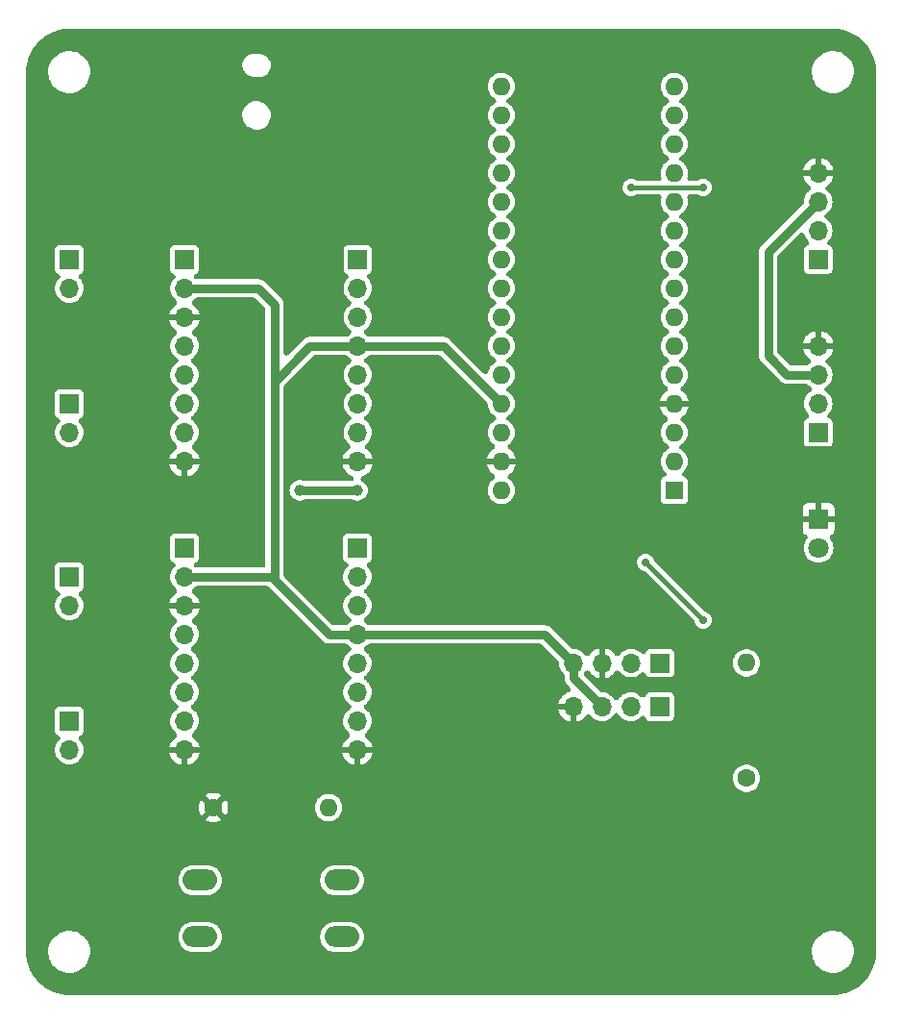
<source format=gbr>
%TF.GenerationSoftware,KiCad,Pcbnew,(7.0.0-0)*%
%TF.CreationDate,2023-05-27T19:41:02+07:00*%
%TF.ProjectId,Office HVAC,4f666669-6365-4204-9856-41432e6b6963,rev?*%
%TF.SameCoordinates,Original*%
%TF.FileFunction,Copper,L2,Bot*%
%TF.FilePolarity,Positive*%
%FSLAX46Y46*%
G04 Gerber Fmt 4.6, Leading zero omitted, Abs format (unit mm)*
G04 Created by KiCad (PCBNEW (7.0.0-0)) date 2023-05-27 19:41:02*
%MOMM*%
%LPD*%
G01*
G04 APERTURE LIST*
%TA.AperFunction,ComponentPad*%
%ADD10C,1.600000*%
%TD*%
%TA.AperFunction,ComponentPad*%
%ADD11O,1.600000X1.600000*%
%TD*%
%TA.AperFunction,ComponentPad*%
%ADD12R,1.700000X1.700000*%
%TD*%
%TA.AperFunction,ComponentPad*%
%ADD13O,1.700000X1.700000*%
%TD*%
%TA.AperFunction,ComponentPad*%
%ADD14R,1.600000X1.600000*%
%TD*%
%TA.AperFunction,ComponentPad*%
%ADD15R,1.800000X1.800000*%
%TD*%
%TA.AperFunction,ComponentPad*%
%ADD16C,1.800000*%
%TD*%
%TA.AperFunction,ComponentPad*%
%ADD17O,3.048000X1.850000*%
%TD*%
%TA.AperFunction,ViaPad*%
%ADD18C,0.700000*%
%TD*%
%TA.AperFunction,ViaPad*%
%ADD19C,0.800000*%
%TD*%
%TA.AperFunction,ViaPad*%
%ADD20C,1.000000*%
%TD*%
%TA.AperFunction,Conductor*%
%ADD21C,0.800000*%
%TD*%
%TA.AperFunction,Conductor*%
%ADD22C,0.400000*%
%TD*%
G04 APERTURE END LIST*
D10*
%TO.P,R2,1*%
%TO.N,GND*%
X133350000Y-129540000D03*
D11*
%TO.P,R2,2*%
%TO.N,/BUTTON*%
X143509999Y-129539999D03*
%TD*%
D12*
%TO.P,J8,1,Pin_1*%
%TO.N,/1_PWMA*%
X146074999Y-81279999D03*
D13*
%TO.P,J8,2,Pin_2*%
%TO.N,/1_AIN2*%
X146074999Y-83819999D03*
%TO.P,J8,3,Pin_3*%
%TO.N,/1_AIN1*%
X146074999Y-86359999D03*
%TO.P,J8,4,Pin_4*%
%TO.N,+5V*%
X146074999Y-88899999D03*
%TO.P,J8,5,Pin_5*%
%TO.N,/1_BIN1*%
X146074999Y-91439999D03*
%TO.P,J8,6,Pin_6*%
%TO.N,/1_BIN2*%
X146074999Y-93979999D03*
%TO.P,J8,7,Pin_7*%
%TO.N,/1_PWMB*%
X146074999Y-96519999D03*
%TO.P,J8,8,Pin_8*%
%TO.N,GND*%
X146074999Y-99059999D03*
%TD*%
D12*
%TO.P,J6,1,Pin_1*%
%TO.N,VCC*%
X130809999Y-81279999D03*
D13*
%TO.P,J6,2,Pin_2*%
%TO.N,+5V*%
X130809999Y-83819999D03*
%TO.P,J6,3,Pin_3*%
%TO.N,GND*%
X130809999Y-86359999D03*
%TO.P,J6,4,Pin_4*%
%TO.N,/1_A01*%
X130809999Y-88899999D03*
%TO.P,J6,5,Pin_5*%
%TO.N,/1_A02*%
X130809999Y-91439999D03*
%TO.P,J6,6,Pin_6*%
%TO.N,/1_B02*%
X130809999Y-93979999D03*
%TO.P,J6,7,Pin_7*%
%TO.N,/1_B01*%
X130809999Y-96519999D03*
%TO.P,J6,8,Pin_8*%
%TO.N,GND*%
X130809999Y-99059999D03*
%TD*%
D12*
%TO.P,J3,1,Pin_1*%
%TO.N,/2_A01*%
X120649999Y-109219999D03*
D13*
%TO.P,J3,2,Pin_2*%
%TO.N,/2_A02*%
X120649999Y-111759999D03*
%TD*%
D12*
%TO.P,J14,1,Pin_1*%
%TO.N,/I2C0_SDA*%
X172699999Y-120649999D03*
D13*
%TO.P,J14,2,Pin_2*%
%TO.N,/I2C0_SCL*%
X170159999Y-120649999D03*
%TO.P,J14,3,Pin_3*%
%TO.N,+5V*%
X167619999Y-120649999D03*
%TO.P,J14,4,Pin_4*%
%TO.N,GND*%
X165079999Y-120649999D03*
%TD*%
D12*
%TO.P,J101,1,Pin_1*%
%TO.N,/I2C0_SCL*%
X186664999Y-81269999D03*
D13*
%TO.P,J101,2,Pin_2*%
%TO.N,/I2C0_SDA*%
X186664999Y-78729999D03*
%TO.P,J101,3,Pin_3*%
%TO.N,+5V*%
X186664999Y-76189999D03*
%TO.P,J101,4,Pin_4*%
%TO.N,GND*%
X186664999Y-73649999D03*
%TD*%
D12*
%TO.P,J2,1,Pin_1*%
%TO.N,/1_B02*%
X120649999Y-93979999D03*
D13*
%TO.P,J2,2,Pin_2*%
%TO.N,/1_B01*%
X120649999Y-96519999D03*
%TD*%
D12*
%TO.P,J4,1,Pin_1*%
%TO.N,/2_B02*%
X120649999Y-121919999D03*
D13*
%TO.P,J4,2,Pin_2*%
%TO.N,/2_B01*%
X120649999Y-124459999D03*
%TD*%
D12*
%TO.P,J7,1,Pin_1*%
%TO.N,VCC*%
X130809999Y-106679999D03*
D13*
%TO.P,J7,2,Pin_2*%
%TO.N,+5V*%
X130809999Y-109219999D03*
%TO.P,J7,3,Pin_3*%
%TO.N,GND*%
X130809999Y-111759999D03*
%TO.P,J7,4,Pin_4*%
%TO.N,/2_A01*%
X130809999Y-114299999D03*
%TO.P,J7,5,Pin_5*%
%TO.N,/2_A02*%
X130809999Y-116839999D03*
%TO.P,J7,6,Pin_6*%
%TO.N,/2_B02*%
X130809999Y-119379999D03*
%TO.P,J7,7,Pin_7*%
%TO.N,/2_B01*%
X130809999Y-121919999D03*
%TO.P,J7,8,Pin_8*%
%TO.N,GND*%
X130809999Y-124459999D03*
%TD*%
D12*
%TO.P,J10,1,Pin_1*%
%TO.N,/I2C0_SCL*%
X186664999Y-96499999D03*
D13*
%TO.P,J10,2,Pin_2*%
%TO.N,/I2C0_SDA*%
X186664999Y-93959999D03*
%TO.P,J10,3,Pin_3*%
%TO.N,+5V*%
X186664999Y-91419999D03*
%TO.P,J10,4,Pin_4*%
%TO.N,GND*%
X186664999Y-88879999D03*
%TD*%
D14*
%TO.P,A101,1,D1/TX*%
%TO.N,unconnected-(A101-D1{slash}TX-Pad1)*%
X173979999Y-101599999D03*
D11*
%TO.P,A101,2,D0/RX*%
%TO.N,unconnected-(A101-D0{slash}RX-Pad2)*%
X173979999Y-99059999D03*
%TO.P,A101,3,~{RESET}*%
%TO.N,unconnected-(A101-~{RESET}-Pad3)*%
X173979999Y-96519999D03*
%TO.P,A101,4,GND*%
%TO.N,GND*%
X173979999Y-93979999D03*
%TO.P,A101,5,D2*%
%TO.N,unconnected-(A101-D2-Pad5)*%
X173979999Y-91439999D03*
%TO.P,A101,6,D3*%
%TO.N,/BUTTON*%
X173979999Y-88899999D03*
%TO.P,A101,7,D4*%
%TO.N,/LED*%
X173979999Y-86359999D03*
%TO.P,A101,8,D5*%
%TO.N,/2_PWMB*%
X173979999Y-83819999D03*
%TO.P,A101,9,D6*%
%TO.N,/2_BIN2*%
X173979999Y-81279999D03*
%TO.P,A101,10,D7*%
%TO.N,/2_BIN1*%
X173979999Y-78739999D03*
%TO.P,A101,11,D8*%
%TO.N,/2_AIN1*%
X173979999Y-76199999D03*
%TO.P,A101,12,D9*%
%TO.N,/2_PWMA*%
X173979999Y-73659999D03*
%TO.P,A101,13,D10*%
%TO.N,/1_PWMB*%
X173979999Y-71119999D03*
%TO.P,A101,14,D11*%
%TO.N,/1_PWMA*%
X173979999Y-68579999D03*
%TO.P,A101,15,D12*%
%TO.N,/2_AIN2*%
X173979999Y-66039999D03*
%TO.P,A101,16,D13*%
%TO.N,unconnected-(A101-D13-Pad16)*%
X158739999Y-66039999D03*
%TO.P,A101,17,3V3*%
%TO.N,unconnected-(A101-3V3-Pad17)*%
X158739999Y-68579999D03*
%TO.P,A101,18,AREF*%
%TO.N,unconnected-(A101-AREF-Pad18)*%
X158739999Y-71119999D03*
%TO.P,A101,19,A0*%
%TO.N,/1_AIN2*%
X158739999Y-73659999D03*
%TO.P,A101,20,A1*%
%TO.N,/1_AIN1*%
X158739999Y-76199999D03*
%TO.P,A101,21,A2*%
%TO.N,/1_BIN1*%
X158739999Y-78739999D03*
%TO.P,A101,22,A3*%
%TO.N,/1_BIN2*%
X158739999Y-81279999D03*
%TO.P,A101,23,A4*%
%TO.N,/I2C0_SDA*%
X158739999Y-83819999D03*
%TO.P,A101,24,A5*%
%TO.N,/I2C0_SCL*%
X158739999Y-86359999D03*
%TO.P,A101,25,A6*%
%TO.N,unconnected-(A101-A6-Pad25)*%
X158739999Y-88899999D03*
%TO.P,A101,26,A7*%
%TO.N,unconnected-(A101-A7-Pad26)*%
X158739999Y-91439999D03*
%TO.P,A101,27,+5V*%
%TO.N,+5V*%
X158739999Y-93979999D03*
%TO.P,A101,28,~{RESET}*%
%TO.N,unconnected-(A101-~{RESET}-Pad28)*%
X158739999Y-96519999D03*
%TO.P,A101,29,GND*%
%TO.N,GND*%
X158739999Y-99059999D03*
%TO.P,A101,30,VIN*%
%TO.N,VCC*%
X158739999Y-101599999D03*
%TD*%
D15*
%TO.P,D1,1,K*%
%TO.N,GND*%
X186689999Y-104139999D03*
D16*
%TO.P,D1,2,A*%
%TO.N,Net-(D1-A)*%
X186690000Y-106680000D03*
%TD*%
D10*
%TO.P,R1,1*%
%TO.N,/LED*%
X180340000Y-126950000D03*
D11*
%TO.P,R1,2*%
%TO.N,Net-(D1-A)*%
X180339999Y-116789999D03*
%TD*%
D12*
%TO.P,J1,1,Pin_1*%
%TO.N,/1_A01*%
X120649999Y-81279999D03*
D13*
%TO.P,J1,2,Pin_2*%
%TO.N,/1_A02*%
X120649999Y-83819999D03*
%TD*%
D12*
%TO.P,J12,1,Pin_1*%
%TO.N,/I2C0_SDA*%
X172709999Y-116814999D03*
D13*
%TO.P,J12,2,Pin_2*%
%TO.N,/I2C0_SCL*%
X170169999Y-116814999D03*
%TO.P,J12,3,Pin_3*%
%TO.N,GND*%
X167629999Y-116814999D03*
%TO.P,J12,4,Pin_4*%
%TO.N,+5V*%
X165089999Y-116814999D03*
%TD*%
D12*
%TO.P,J9,1,Pin_1*%
%TO.N,/2_PWMA*%
X146049999Y-106679999D03*
D13*
%TO.P,J9,2,Pin_2*%
%TO.N,/2_AIN2*%
X146049999Y-109219999D03*
%TO.P,J9,3,Pin_3*%
%TO.N,/2_AIN1*%
X146049999Y-111759999D03*
%TO.P,J9,4,Pin_4*%
%TO.N,+5V*%
X146049999Y-114299999D03*
%TO.P,J9,5,Pin_5*%
%TO.N,/2_BIN1*%
X146049999Y-116839999D03*
%TO.P,J9,6,Pin_6*%
%TO.N,/2_BIN2*%
X146049999Y-119379999D03*
%TO.P,J9,7,Pin_7*%
%TO.N,/2_PWMB*%
X146049999Y-121919999D03*
%TO.P,J9,8,Pin_8*%
%TO.N,GND*%
X146049999Y-124459999D03*
%TD*%
D17*
%TO.P,SW1,1,1*%
%TO.N,+5V*%
X132189999Y-135929999D03*
X144689999Y-135929999D03*
%TO.P,SW1,2,2*%
%TO.N,/BUTTON*%
X132189999Y-140929999D03*
X144689999Y-140929999D03*
%TD*%
D18*
%TO.N,/I2C0_SCL*%
X176530000Y-74930000D03*
X170180000Y-74930000D03*
D19*
%TO.N,GND*%
X125095000Y-70485000D03*
X130810000Y-67310000D03*
X123190000Y-70485000D03*
X128905000Y-70485000D03*
X128905000Y-66675000D03*
X121285000Y-70485000D03*
X127000000Y-68580000D03*
X127000000Y-64770000D03*
X127000000Y-66675000D03*
X125095000Y-68580000D03*
X127000000Y-70485000D03*
X128905000Y-68580000D03*
D18*
%TO.N,/LED*%
X176530000Y-113030000D03*
X171450000Y-107950000D03*
D20*
%TO.N,VCC*%
X140970000Y-101600000D03*
X146050000Y-101600000D03*
%TD*%
D21*
%TO.N,+5V*%
X130810000Y-83820000D02*
X137320000Y-83820000D01*
X137320000Y-83820000D02*
X138750000Y-85250000D01*
X138750000Y-85250000D02*
X138750000Y-92000000D01*
X182250000Y-80605000D02*
X182250000Y-89750000D01*
X186665000Y-76190000D02*
X182250000Y-80605000D01*
X182250000Y-89750000D02*
X183920000Y-91420000D01*
X183920000Y-91420000D02*
X186665000Y-91420000D01*
X165090000Y-116815000D02*
X165090000Y-118120000D01*
X165090000Y-118120000D02*
X167620000Y-120650000D01*
X146050000Y-114300000D02*
X162575000Y-114300000D01*
X162575000Y-114300000D02*
X165090000Y-116815000D01*
X130810000Y-109220000D02*
X138470000Y-109220000D01*
X138470000Y-109220000D02*
X138750000Y-109500000D01*
X146075000Y-88900000D02*
X141850000Y-88900000D01*
X141850000Y-88900000D02*
X138750000Y-92000000D01*
X138750000Y-92000000D02*
X138750000Y-109500000D01*
X138750000Y-109500000D02*
X143550000Y-114300000D01*
X143550000Y-114300000D02*
X146050000Y-114300000D01*
X146075000Y-88900000D02*
X153660000Y-88900000D01*
X153660000Y-88900000D02*
X158740000Y-93980000D01*
D22*
%TO.N,/I2C0_SCL*%
X170180000Y-74930000D02*
X176530000Y-74930000D01*
%TO.N,/LED*%
X176530000Y-113030000D02*
X171450000Y-107950000D01*
D21*
%TO.N,VCC*%
X146050000Y-101600000D02*
X140970000Y-101600000D01*
%TD*%
%TA.AperFunction,Conductor*%
%TO.N,GND*%
G36*
X187966106Y-60960800D02*
G01*
X187970203Y-60961001D01*
X188112565Y-60967995D01*
X188329165Y-60979347D01*
X188352641Y-60981698D01*
X188522186Y-61006847D01*
X188524425Y-61007191D01*
X188711983Y-61036897D01*
X188733483Y-61041284D01*
X188899189Y-61082791D01*
X188904890Y-61084220D01*
X188908671Y-61085199D01*
X189086921Y-61132961D01*
X189106325Y-61139022D01*
X189274729Y-61199278D01*
X189280046Y-61201249D01*
X189450176Y-61266555D01*
X189467354Y-61273902D01*
X189630075Y-61350864D01*
X189636653Y-61354094D01*
X189797980Y-61436294D01*
X189812913Y-61444562D01*
X189967902Y-61537458D01*
X189975400Y-61542137D01*
X190126765Y-61640435D01*
X190139465Y-61649256D01*
X190284856Y-61757085D01*
X190293228Y-61763575D01*
X190433153Y-61876884D01*
X190443670Y-61885896D01*
X190577900Y-62007555D01*
X190586752Y-62015982D01*
X190714016Y-62143246D01*
X190722443Y-62152098D01*
X190844102Y-62286328D01*
X190853114Y-62296845D01*
X190966423Y-62436770D01*
X190972913Y-62445142D01*
X191080742Y-62590533D01*
X191089572Y-62603246D01*
X191187843Y-62754570D01*
X191192559Y-62762128D01*
X191220443Y-62808649D01*
X191285423Y-62917061D01*
X191293710Y-62932030D01*
X191375902Y-63093342D01*
X191379134Y-63099923D01*
X191456085Y-63262620D01*
X191463454Y-63279849D01*
X191528738Y-63449922D01*
X191530720Y-63455269D01*
X191590976Y-63623673D01*
X191597047Y-63643109D01*
X191635858Y-63787956D01*
X191644757Y-63821166D01*
X191645778Y-63825108D01*
X191688710Y-63996497D01*
X191693108Y-64018050D01*
X191722794Y-64205488D01*
X191723164Y-64207903D01*
X191748298Y-64377344D01*
X191750652Y-64400848D01*
X191761997Y-64617319D01*
X191762038Y-64618131D01*
X191769200Y-64763892D01*
X191769500Y-64776112D01*
X191769500Y-142233887D01*
X191769200Y-142246106D01*
X191762038Y-142391881D01*
X191761997Y-142392695D01*
X191750652Y-142609151D01*
X191748298Y-142632654D01*
X191723164Y-142802095D01*
X191722794Y-142804510D01*
X191693108Y-142991948D01*
X191688710Y-143013501D01*
X191645778Y-143184890D01*
X191644757Y-143188832D01*
X191597048Y-143366885D01*
X191590976Y-143386325D01*
X191530720Y-143554729D01*
X191528738Y-143560076D01*
X191463454Y-143730149D01*
X191456085Y-143747378D01*
X191379134Y-143910075D01*
X191375902Y-143916656D01*
X191293710Y-144077968D01*
X191285423Y-144092937D01*
X191192573Y-144247848D01*
X191187828Y-144255452D01*
X191089572Y-144406752D01*
X191080742Y-144419465D01*
X190972913Y-144564856D01*
X190966423Y-144573228D01*
X190853114Y-144713153D01*
X190844102Y-144723670D01*
X190722443Y-144857900D01*
X190714016Y-144866752D01*
X190586752Y-144994016D01*
X190577900Y-145002443D01*
X190443670Y-145124102D01*
X190433153Y-145133114D01*
X190293228Y-145246423D01*
X190284856Y-145252913D01*
X190139465Y-145360742D01*
X190126752Y-145369572D01*
X189975452Y-145467828D01*
X189967848Y-145472573D01*
X189812937Y-145565423D01*
X189797968Y-145573710D01*
X189636656Y-145655902D01*
X189630075Y-145659134D01*
X189467378Y-145736085D01*
X189450149Y-145743454D01*
X189280076Y-145808738D01*
X189274729Y-145810720D01*
X189106325Y-145870976D01*
X189086885Y-145877048D01*
X188908832Y-145924757D01*
X188904890Y-145925778D01*
X188733501Y-145968710D01*
X188711948Y-145973108D01*
X188524510Y-146002794D01*
X188522095Y-146003164D01*
X188352654Y-146028298D01*
X188329151Y-146030652D01*
X188112695Y-146041997D01*
X188111881Y-146042038D01*
X187966106Y-146049200D01*
X187953887Y-146049500D01*
X120656112Y-146049500D01*
X120643894Y-146049200D01*
X120634797Y-146048753D01*
X120498131Y-146042038D01*
X120497319Y-146041997D01*
X120280848Y-146030652D01*
X120257344Y-146028298D01*
X120087903Y-146003164D01*
X120085488Y-146002794D01*
X119898050Y-145973108D01*
X119876497Y-145968710D01*
X119705108Y-145925778D01*
X119701166Y-145924757D01*
X119667957Y-145915858D01*
X119523109Y-145877047D01*
X119503673Y-145870976D01*
X119335269Y-145810720D01*
X119329922Y-145808738D01*
X119159849Y-145743454D01*
X119142620Y-145736085D01*
X118979923Y-145659134D01*
X118973342Y-145655902D01*
X118812030Y-145573710D01*
X118797061Y-145565423D01*
X118642128Y-145472559D01*
X118634570Y-145467843D01*
X118483246Y-145369572D01*
X118470533Y-145360742D01*
X118325142Y-145252913D01*
X118316770Y-145246423D01*
X118176845Y-145133114D01*
X118166328Y-145124102D01*
X118032098Y-145002443D01*
X118023246Y-144994016D01*
X117895982Y-144866752D01*
X117887555Y-144857900D01*
X117765895Y-144723669D01*
X117756884Y-144713153D01*
X117643575Y-144573228D01*
X117637085Y-144564856D01*
X117529256Y-144419465D01*
X117520435Y-144406765D01*
X117422137Y-144255400D01*
X117417458Y-144247902D01*
X117324562Y-144092913D01*
X117316294Y-144077980D01*
X117234094Y-143916653D01*
X117230864Y-143910075D01*
X117203879Y-143853020D01*
X117153902Y-143747354D01*
X117146555Y-143730176D01*
X117081249Y-143560046D01*
X117079278Y-143554729D01*
X117019022Y-143386325D01*
X117012961Y-143366921D01*
X116965199Y-143188671D01*
X116964220Y-143184890D01*
X116941995Y-143096165D01*
X116921284Y-143013483D01*
X116916897Y-142991983D01*
X116887191Y-142804425D01*
X116886834Y-142802095D01*
X116861698Y-142632641D01*
X116859347Y-142609165D01*
X116847995Y-142392565D01*
X116843829Y-142307765D01*
X118795788Y-142307765D01*
X118796782Y-142316804D01*
X118796783Y-142316815D01*
X118824417Y-142567964D01*
X118824418Y-142567974D01*
X118825414Y-142577018D01*
X118893928Y-142839088D01*
X118999870Y-143088390D01*
X119140982Y-143319610D01*
X119314255Y-143527820D01*
X119321025Y-143533886D01*
X119321029Y-143533890D01*
X119344287Y-143554729D01*
X119515998Y-143708582D01*
X119741910Y-143858044D01*
X119987176Y-143973020D01*
X120246569Y-144051060D01*
X120514561Y-144090500D01*
X120713085Y-144090500D01*
X120717631Y-144090500D01*
X120920156Y-144075677D01*
X121184553Y-144016780D01*
X121437558Y-143920014D01*
X121673777Y-143787441D01*
X121888177Y-143621888D01*
X122076186Y-143426881D01*
X122233799Y-143206579D01*
X122357656Y-142965675D01*
X122445118Y-142709305D01*
X122494319Y-142442933D01*
X122499259Y-142307765D01*
X186105788Y-142307765D01*
X186106782Y-142316804D01*
X186106783Y-142316815D01*
X186134417Y-142567964D01*
X186134418Y-142567974D01*
X186135414Y-142577018D01*
X186203928Y-142839088D01*
X186309870Y-143088390D01*
X186450982Y-143319610D01*
X186624255Y-143527820D01*
X186631025Y-143533886D01*
X186631029Y-143533890D01*
X186654287Y-143554729D01*
X186825998Y-143708582D01*
X187051910Y-143858044D01*
X187297176Y-143973020D01*
X187556569Y-144051060D01*
X187824561Y-144090500D01*
X188023085Y-144090500D01*
X188027631Y-144090500D01*
X188230156Y-144075677D01*
X188494553Y-144016780D01*
X188747558Y-143920014D01*
X188983777Y-143787441D01*
X189198177Y-143621888D01*
X189386186Y-143426881D01*
X189543799Y-143206579D01*
X189667656Y-142965675D01*
X189755118Y-142709305D01*
X189804319Y-142442933D01*
X189814212Y-142172235D01*
X189784586Y-141902982D01*
X189716072Y-141640912D01*
X189610130Y-141391610D01*
X189469018Y-141160390D01*
X189295745Y-140952180D01*
X189288974Y-140946113D01*
X189288970Y-140946109D01*
X189198062Y-140864656D01*
X189094002Y-140771418D01*
X188868090Y-140621956D01*
X188859852Y-140618094D01*
X188631059Y-140510840D01*
X188631054Y-140510838D01*
X188622824Y-140506980D01*
X188614117Y-140504360D01*
X188614108Y-140504357D01*
X188372151Y-140431563D01*
X188372145Y-140431561D01*
X188363431Y-140428940D01*
X188354438Y-140427616D01*
X188354427Y-140427614D01*
X188104438Y-140390824D01*
X188104433Y-140390823D01*
X188095439Y-140389500D01*
X187892369Y-140389500D01*
X187887855Y-140389830D01*
X187887838Y-140389831D01*
X187698912Y-140403659D01*
X187698907Y-140403659D01*
X187689844Y-140404323D01*
X187680972Y-140406299D01*
X187680967Y-140406300D01*
X187434327Y-140461241D01*
X187434315Y-140461244D01*
X187425447Y-140463220D01*
X187416958Y-140466466D01*
X187416947Y-140466470D01*
X187180939Y-140556736D01*
X187172442Y-140559986D01*
X187164516Y-140564433D01*
X187164508Y-140564438D01*
X186944161Y-140688103D01*
X186944151Y-140688109D01*
X186936223Y-140692559D01*
X186929025Y-140698116D01*
X186929019Y-140698121D01*
X186729019Y-140852555D01*
X186729015Y-140852558D01*
X186721823Y-140858112D01*
X186715519Y-140864650D01*
X186715513Y-140864656D01*
X186540124Y-141046573D01*
X186540117Y-141046581D01*
X186533814Y-141053119D01*
X186528527Y-141060508D01*
X186528521Y-141060516D01*
X186381496Y-141266018D01*
X186381487Y-141266031D01*
X186376201Y-141273421D01*
X186372041Y-141281511D01*
X186372038Y-141281517D01*
X186256507Y-141506226D01*
X186256502Y-141506236D01*
X186252344Y-141514325D01*
X186249409Y-141522926D01*
X186249403Y-141522942D01*
X186167820Y-141762082D01*
X186164882Y-141770695D01*
X186163230Y-141779636D01*
X186163229Y-141779642D01*
X186117333Y-142028118D01*
X186117331Y-142028130D01*
X186115681Y-142037067D01*
X186115349Y-142046149D01*
X186115348Y-142046159D01*
X186108217Y-142241295D01*
X186105788Y-142307765D01*
X122499259Y-142307765D01*
X122504212Y-142172235D01*
X122474586Y-141902982D01*
X122406072Y-141640912D01*
X122300130Y-141391610D01*
X122159018Y-141160390D01*
X121985745Y-140952180D01*
X121978974Y-140946113D01*
X121978970Y-140946109D01*
X121960991Y-140930000D01*
X130260437Y-140930000D01*
X130262989Y-140959175D01*
X130271855Y-141060516D01*
X130280651Y-141161050D01*
X130283464Y-141171548D01*
X130337867Y-141374583D01*
X130337869Y-141374589D01*
X130340680Y-141385079D01*
X130345267Y-141394916D01*
X130345270Y-141394924D01*
X130434107Y-141585434D01*
X130438699Y-141595281D01*
X130571730Y-141785269D01*
X130735731Y-141949270D01*
X130925719Y-142082301D01*
X131030819Y-142131310D01*
X131126075Y-142175729D01*
X131126077Y-142175729D01*
X131135921Y-142180320D01*
X131359950Y-142240349D01*
X131533129Y-142255500D01*
X132841446Y-142255500D01*
X132846871Y-142255500D01*
X133020050Y-142240349D01*
X133244079Y-142180320D01*
X133454281Y-142082301D01*
X133644269Y-141949270D01*
X133808270Y-141785269D01*
X133941301Y-141595282D01*
X134039320Y-141385079D01*
X134099349Y-141161050D01*
X134119563Y-140930000D01*
X142760437Y-140930000D01*
X142762989Y-140959175D01*
X142771855Y-141060516D01*
X142780651Y-141161050D01*
X142783464Y-141171548D01*
X142837867Y-141374583D01*
X142837869Y-141374589D01*
X142840680Y-141385079D01*
X142845267Y-141394916D01*
X142845270Y-141394924D01*
X142934107Y-141585434D01*
X142938699Y-141595281D01*
X143071730Y-141785269D01*
X143235731Y-141949270D01*
X143425719Y-142082301D01*
X143530819Y-142131310D01*
X143626075Y-142175729D01*
X143626077Y-142175729D01*
X143635921Y-142180320D01*
X143859950Y-142240349D01*
X144033129Y-142255500D01*
X145341446Y-142255500D01*
X145346871Y-142255500D01*
X145520050Y-142240349D01*
X145744079Y-142180320D01*
X145954281Y-142082301D01*
X146144269Y-141949270D01*
X146308270Y-141785269D01*
X146441301Y-141595282D01*
X146539320Y-141385079D01*
X146599349Y-141161050D01*
X146619563Y-140930000D01*
X146599349Y-140698950D01*
X146539320Y-140474921D01*
X146517260Y-140427614D01*
X146445892Y-140274565D01*
X146441301Y-140264719D01*
X146308270Y-140074731D01*
X146144269Y-139910730D01*
X145954281Y-139777699D01*
X145944436Y-139773108D01*
X145944434Y-139773107D01*
X145753924Y-139684270D01*
X145753916Y-139684267D01*
X145744079Y-139679680D01*
X145733589Y-139676869D01*
X145733583Y-139676867D01*
X145530547Y-139622463D01*
X145530539Y-139622461D01*
X145520050Y-139619651D01*
X145509228Y-139618704D01*
X145509227Y-139618704D01*
X145352269Y-139604972D01*
X145352263Y-139604971D01*
X145346871Y-139604500D01*
X144033129Y-139604500D01*
X144027737Y-139604971D01*
X144027730Y-139604972D01*
X143870772Y-139618704D01*
X143870769Y-139618704D01*
X143859950Y-139619651D01*
X143849462Y-139622461D01*
X143849452Y-139622463D01*
X143646416Y-139676867D01*
X143646407Y-139676870D01*
X143635921Y-139679680D01*
X143626087Y-139684265D01*
X143626075Y-139684270D01*
X143435565Y-139773107D01*
X143435558Y-139773110D01*
X143425719Y-139777699D01*
X143416825Y-139783926D01*
X143416819Y-139783930D01*
X143244632Y-139904497D01*
X143244628Y-139904499D01*
X143235731Y-139910730D01*
X143228054Y-139918406D01*
X143228048Y-139918412D01*
X143079412Y-140067048D01*
X143079406Y-140067054D01*
X143071730Y-140074731D01*
X143065499Y-140083628D01*
X143065497Y-140083632D01*
X142944930Y-140255818D01*
X142944925Y-140255825D01*
X142938699Y-140264718D01*
X142934110Y-140274557D01*
X142934107Y-140274564D01*
X142845270Y-140465075D01*
X142845265Y-140465087D01*
X142840680Y-140474921D01*
X142837870Y-140485407D01*
X142837867Y-140485416D01*
X142783557Y-140688103D01*
X142780651Y-140698950D01*
X142760437Y-140930000D01*
X134119563Y-140930000D01*
X134099349Y-140698950D01*
X134039320Y-140474921D01*
X134017260Y-140427614D01*
X133945892Y-140274565D01*
X133941301Y-140264719D01*
X133808270Y-140074731D01*
X133644269Y-139910730D01*
X133454281Y-139777699D01*
X133444436Y-139773108D01*
X133444434Y-139773107D01*
X133253924Y-139684270D01*
X133253916Y-139684267D01*
X133244079Y-139679680D01*
X133233589Y-139676869D01*
X133233583Y-139676867D01*
X133030547Y-139622463D01*
X133030539Y-139622461D01*
X133020050Y-139619651D01*
X133009228Y-139618704D01*
X133009227Y-139618704D01*
X132852269Y-139604972D01*
X132852263Y-139604971D01*
X132846871Y-139604500D01*
X131533129Y-139604500D01*
X131527737Y-139604971D01*
X131527730Y-139604972D01*
X131370772Y-139618704D01*
X131370769Y-139618704D01*
X131359950Y-139619651D01*
X131349462Y-139622461D01*
X131349452Y-139622463D01*
X131146416Y-139676867D01*
X131146407Y-139676870D01*
X131135921Y-139679680D01*
X131126087Y-139684265D01*
X131126075Y-139684270D01*
X130935565Y-139773107D01*
X130935558Y-139773110D01*
X130925719Y-139777699D01*
X130916825Y-139783926D01*
X130916819Y-139783930D01*
X130744632Y-139904497D01*
X130744628Y-139904499D01*
X130735731Y-139910730D01*
X130728054Y-139918406D01*
X130728048Y-139918412D01*
X130579412Y-140067048D01*
X130579406Y-140067054D01*
X130571730Y-140074731D01*
X130565499Y-140083628D01*
X130565497Y-140083632D01*
X130444930Y-140255818D01*
X130444925Y-140255825D01*
X130438699Y-140264718D01*
X130434110Y-140274557D01*
X130434107Y-140274564D01*
X130345270Y-140465075D01*
X130345265Y-140465087D01*
X130340680Y-140474921D01*
X130337870Y-140485407D01*
X130337867Y-140485416D01*
X130283557Y-140688103D01*
X130280651Y-140698950D01*
X130260437Y-140930000D01*
X121960991Y-140930000D01*
X121888062Y-140864656D01*
X121784002Y-140771418D01*
X121558090Y-140621956D01*
X121549852Y-140618094D01*
X121321059Y-140510840D01*
X121321054Y-140510838D01*
X121312824Y-140506980D01*
X121304117Y-140504360D01*
X121304108Y-140504357D01*
X121062151Y-140431563D01*
X121062145Y-140431561D01*
X121053431Y-140428940D01*
X121044438Y-140427616D01*
X121044427Y-140427614D01*
X120794438Y-140390824D01*
X120794433Y-140390823D01*
X120785439Y-140389500D01*
X120582369Y-140389500D01*
X120577855Y-140389830D01*
X120577838Y-140389831D01*
X120388912Y-140403659D01*
X120388907Y-140403659D01*
X120379844Y-140404323D01*
X120370972Y-140406299D01*
X120370967Y-140406300D01*
X120124327Y-140461241D01*
X120124315Y-140461244D01*
X120115447Y-140463220D01*
X120106958Y-140466466D01*
X120106947Y-140466470D01*
X119870939Y-140556736D01*
X119862442Y-140559986D01*
X119854516Y-140564433D01*
X119854508Y-140564438D01*
X119634161Y-140688103D01*
X119634151Y-140688109D01*
X119626223Y-140692559D01*
X119619025Y-140698116D01*
X119619019Y-140698121D01*
X119419019Y-140852555D01*
X119419015Y-140852558D01*
X119411823Y-140858112D01*
X119405519Y-140864650D01*
X119405513Y-140864656D01*
X119230124Y-141046573D01*
X119230117Y-141046581D01*
X119223814Y-141053119D01*
X119218527Y-141060508D01*
X119218521Y-141060516D01*
X119071496Y-141266018D01*
X119071487Y-141266031D01*
X119066201Y-141273421D01*
X119062041Y-141281511D01*
X119062038Y-141281517D01*
X118946507Y-141506226D01*
X118946502Y-141506236D01*
X118942344Y-141514325D01*
X118939409Y-141522926D01*
X118939403Y-141522942D01*
X118857820Y-141762082D01*
X118854882Y-141770695D01*
X118853230Y-141779636D01*
X118853229Y-141779642D01*
X118807333Y-142028118D01*
X118807331Y-142028130D01*
X118805681Y-142037067D01*
X118805349Y-142046149D01*
X118805348Y-142046159D01*
X118798217Y-142241295D01*
X118795788Y-142307765D01*
X116843829Y-142307765D01*
X116840800Y-142246106D01*
X116840500Y-142233890D01*
X116840500Y-135930000D01*
X130260437Y-135930000D01*
X130280651Y-136161050D01*
X130283464Y-136171548D01*
X130337867Y-136374583D01*
X130337869Y-136374589D01*
X130340680Y-136385079D01*
X130345267Y-136394916D01*
X130345270Y-136394924D01*
X130434107Y-136585434D01*
X130438699Y-136595281D01*
X130571730Y-136785269D01*
X130735731Y-136949270D01*
X130925719Y-137082301D01*
X131030820Y-137131310D01*
X131126075Y-137175729D01*
X131126077Y-137175729D01*
X131135921Y-137180320D01*
X131359950Y-137240349D01*
X131533129Y-137255500D01*
X132841446Y-137255500D01*
X132846871Y-137255500D01*
X133020050Y-137240349D01*
X133244079Y-137180320D01*
X133454281Y-137082301D01*
X133644269Y-136949270D01*
X133808270Y-136785269D01*
X133941301Y-136595282D01*
X134039320Y-136385079D01*
X134099349Y-136161050D01*
X134119563Y-135930000D01*
X142760437Y-135930000D01*
X142780651Y-136161050D01*
X142783464Y-136171548D01*
X142837867Y-136374583D01*
X142837869Y-136374589D01*
X142840680Y-136385079D01*
X142845267Y-136394916D01*
X142845270Y-136394924D01*
X142934107Y-136585434D01*
X142938699Y-136595281D01*
X143071730Y-136785269D01*
X143235731Y-136949270D01*
X143425719Y-137082301D01*
X143530820Y-137131310D01*
X143626075Y-137175729D01*
X143626077Y-137175729D01*
X143635921Y-137180320D01*
X143859950Y-137240349D01*
X144033129Y-137255500D01*
X145341446Y-137255500D01*
X145346871Y-137255500D01*
X145520050Y-137240349D01*
X145744079Y-137180320D01*
X145954281Y-137082301D01*
X146144269Y-136949270D01*
X146308270Y-136785269D01*
X146441301Y-136595282D01*
X146539320Y-136385079D01*
X146599349Y-136161050D01*
X146619563Y-135930000D01*
X146599349Y-135698950D01*
X146539320Y-135474921D01*
X146441301Y-135264719D01*
X146308270Y-135074731D01*
X146144269Y-134910730D01*
X145954281Y-134777699D01*
X145944436Y-134773108D01*
X145944434Y-134773107D01*
X145753924Y-134684270D01*
X145753916Y-134684267D01*
X145744079Y-134679680D01*
X145733589Y-134676869D01*
X145733583Y-134676867D01*
X145530547Y-134622463D01*
X145530539Y-134622461D01*
X145520050Y-134619651D01*
X145509228Y-134618704D01*
X145509227Y-134618704D01*
X145352269Y-134604972D01*
X145352263Y-134604971D01*
X145346871Y-134604500D01*
X144033129Y-134604500D01*
X144027737Y-134604971D01*
X144027730Y-134604972D01*
X143870772Y-134618704D01*
X143870769Y-134618704D01*
X143859950Y-134619651D01*
X143849462Y-134622461D01*
X143849452Y-134622463D01*
X143646416Y-134676867D01*
X143646407Y-134676870D01*
X143635921Y-134679680D01*
X143626087Y-134684265D01*
X143626075Y-134684270D01*
X143435565Y-134773107D01*
X143435558Y-134773110D01*
X143425719Y-134777699D01*
X143416825Y-134783926D01*
X143416819Y-134783930D01*
X143244632Y-134904497D01*
X143244628Y-134904499D01*
X143235731Y-134910730D01*
X143228054Y-134918406D01*
X143228048Y-134918412D01*
X143079412Y-135067048D01*
X143079406Y-135067054D01*
X143071730Y-135074731D01*
X143065499Y-135083628D01*
X143065497Y-135083632D01*
X142944930Y-135255818D01*
X142944925Y-135255825D01*
X142938699Y-135264718D01*
X142934110Y-135274557D01*
X142934107Y-135274564D01*
X142845270Y-135465075D01*
X142845265Y-135465087D01*
X142840680Y-135474921D01*
X142837870Y-135485407D01*
X142837867Y-135485416D01*
X142783464Y-135688451D01*
X142780651Y-135698950D01*
X142760437Y-135930000D01*
X134119563Y-135930000D01*
X134099349Y-135698950D01*
X134039320Y-135474921D01*
X133941301Y-135264719D01*
X133808270Y-135074731D01*
X133644269Y-134910730D01*
X133454281Y-134777699D01*
X133444436Y-134773108D01*
X133444434Y-134773107D01*
X133253924Y-134684270D01*
X133253916Y-134684267D01*
X133244079Y-134679680D01*
X133233589Y-134676869D01*
X133233583Y-134676867D01*
X133030547Y-134622463D01*
X133030539Y-134622461D01*
X133020050Y-134619651D01*
X133009228Y-134618704D01*
X133009227Y-134618704D01*
X132852269Y-134604972D01*
X132852263Y-134604971D01*
X132846871Y-134604500D01*
X131533129Y-134604500D01*
X131527737Y-134604971D01*
X131527730Y-134604972D01*
X131370772Y-134618704D01*
X131370769Y-134618704D01*
X131359950Y-134619651D01*
X131349462Y-134622461D01*
X131349452Y-134622463D01*
X131146416Y-134676867D01*
X131146407Y-134676870D01*
X131135921Y-134679680D01*
X131126087Y-134684265D01*
X131126075Y-134684270D01*
X130935565Y-134773107D01*
X130935558Y-134773110D01*
X130925719Y-134777699D01*
X130916825Y-134783926D01*
X130916819Y-134783930D01*
X130744632Y-134904497D01*
X130744628Y-134904499D01*
X130735731Y-134910730D01*
X130728054Y-134918406D01*
X130728048Y-134918412D01*
X130579412Y-135067048D01*
X130579406Y-135067054D01*
X130571730Y-135074731D01*
X130565499Y-135083628D01*
X130565497Y-135083632D01*
X130444930Y-135255818D01*
X130444925Y-135255825D01*
X130438699Y-135264718D01*
X130434110Y-135274557D01*
X130434107Y-135274564D01*
X130345270Y-135465075D01*
X130345265Y-135465087D01*
X130340680Y-135474921D01*
X130337870Y-135485407D01*
X130337867Y-135485416D01*
X130283464Y-135688451D01*
X130280651Y-135698950D01*
X130260437Y-135930000D01*
X116840500Y-135930000D01*
X116840500Y-130618595D01*
X132629445Y-130618595D01*
X132642371Y-130631520D01*
X132688612Y-130663899D01*
X132707366Y-130674726D01*
X132893822Y-130761672D01*
X132914180Y-130769081D01*
X133112894Y-130822327D01*
X133134219Y-130826088D01*
X133339176Y-130844019D01*
X133360824Y-130844019D01*
X133565780Y-130826088D01*
X133587105Y-130822327D01*
X133785819Y-130769081D01*
X133806177Y-130761672D01*
X133992634Y-130674726D01*
X134011385Y-130663900D01*
X134057628Y-130631520D01*
X134070553Y-130618595D01*
X134060069Y-130603623D01*
X133363856Y-129907409D01*
X133349999Y-129897341D01*
X133336147Y-129907405D01*
X132639928Y-130603624D01*
X132629445Y-130618595D01*
X116840500Y-130618595D01*
X116840500Y-129550824D01*
X132045981Y-129550824D01*
X132063911Y-129755780D01*
X132067672Y-129777105D01*
X132120918Y-129975819D01*
X132128327Y-129996177D01*
X132215273Y-130182633D01*
X132226101Y-130201387D01*
X132258475Y-130247623D01*
X132271404Y-130260552D01*
X132286375Y-130250069D01*
X132982589Y-129553856D01*
X132992657Y-129539999D01*
X133707341Y-129539999D01*
X133717409Y-129553856D01*
X134413623Y-130250069D01*
X134428595Y-130260553D01*
X134441520Y-130247628D01*
X134473900Y-130201385D01*
X134484726Y-130182634D01*
X134571672Y-129996177D01*
X134579081Y-129975819D01*
X134632327Y-129777105D01*
X134636088Y-129755780D01*
X134654019Y-129550824D01*
X134654019Y-129540000D01*
X142304357Y-129540000D01*
X142305419Y-129551461D01*
X142323822Y-129750070D01*
X142323823Y-129750075D01*
X142324885Y-129761536D01*
X142328033Y-129772603D01*
X142328035Y-129772609D01*
X142363525Y-129897341D01*
X142385771Y-129975528D01*
X142484942Y-130174689D01*
X142491883Y-130183880D01*
X142491884Y-130183882D01*
X142612077Y-130343044D01*
X142612080Y-130343047D01*
X142619019Y-130352236D01*
X142627529Y-130359994D01*
X142627531Y-130359996D01*
X142774923Y-130494362D01*
X142774925Y-130494364D01*
X142783438Y-130502124D01*
X142972599Y-130619247D01*
X143180060Y-130699618D01*
X143398757Y-130740500D01*
X143609727Y-130740500D01*
X143621243Y-130740500D01*
X143839940Y-130699618D01*
X144047401Y-130619247D01*
X144236562Y-130502124D01*
X144400981Y-130352236D01*
X144535058Y-130174689D01*
X144634229Y-129975528D01*
X144695115Y-129761536D01*
X144715643Y-129540000D01*
X144695115Y-129318464D01*
X144634229Y-129104472D01*
X144535058Y-128905311D01*
X144400981Y-128727764D01*
X144392468Y-128720003D01*
X144245076Y-128585637D01*
X144245072Y-128585634D01*
X144236562Y-128577876D01*
X144220178Y-128567731D01*
X144057189Y-128466813D01*
X144057185Y-128466811D01*
X144047401Y-128460753D01*
X144015708Y-128448475D01*
X143850667Y-128384537D01*
X143850660Y-128384535D01*
X143839940Y-128380382D01*
X143828629Y-128378267D01*
X143828627Y-128378267D01*
X143632564Y-128341616D01*
X143632560Y-128341615D01*
X143621243Y-128339500D01*
X143398757Y-128339500D01*
X143387440Y-128341615D01*
X143387435Y-128341616D01*
X143191372Y-128378267D01*
X143191367Y-128378268D01*
X143180060Y-128380382D01*
X143169342Y-128384534D01*
X143169332Y-128384537D01*
X142983331Y-128456595D01*
X142983327Y-128456596D01*
X142972599Y-128460753D01*
X142962818Y-128466808D01*
X142962810Y-128466813D01*
X142793234Y-128571810D01*
X142793229Y-128571813D01*
X142783438Y-128577876D01*
X142774932Y-128585629D01*
X142774923Y-128585637D01*
X142627531Y-128720003D01*
X142627524Y-128720010D01*
X142619019Y-128727764D01*
X142612084Y-128736946D01*
X142612077Y-128736955D01*
X142491884Y-128896117D01*
X142491879Y-128896124D01*
X142484942Y-128905311D01*
X142479807Y-128915623D01*
X142479806Y-128915625D01*
X142396054Y-129083822D01*
X142385771Y-129104472D01*
X142382621Y-129115540D01*
X142382620Y-129115545D01*
X142328035Y-129307390D01*
X142328033Y-129307398D01*
X142324885Y-129318464D01*
X142323823Y-129329922D01*
X142323822Y-129329929D01*
X142305641Y-129526147D01*
X142304357Y-129540000D01*
X134654019Y-129540000D01*
X134654019Y-129529176D01*
X134636088Y-129324219D01*
X134632327Y-129302894D01*
X134579081Y-129104180D01*
X134571672Y-129083822D01*
X134484726Y-128897366D01*
X134473899Y-128878612D01*
X134441520Y-128832371D01*
X134428595Y-128819445D01*
X134413624Y-128829928D01*
X133717405Y-129526147D01*
X133707341Y-129539999D01*
X132992657Y-129539999D01*
X132982593Y-129526147D01*
X132286375Y-128829929D01*
X132271403Y-128819446D01*
X132258477Y-128832373D01*
X132226105Y-128878605D01*
X132215270Y-128897371D01*
X132128327Y-129083822D01*
X132120918Y-129104180D01*
X132067672Y-129302894D01*
X132063911Y-129324219D01*
X132045981Y-129529176D01*
X132045981Y-129550824D01*
X116840500Y-129550824D01*
X116840500Y-128461403D01*
X132629446Y-128461403D01*
X132639930Y-128476376D01*
X133336142Y-129172589D01*
X133349999Y-129182657D01*
X133363851Y-129172593D01*
X134060070Y-128476374D01*
X134070552Y-128461404D01*
X134057623Y-128448475D01*
X134011387Y-128416101D01*
X133992633Y-128405273D01*
X133806177Y-128318327D01*
X133785819Y-128310918D01*
X133587105Y-128257672D01*
X133565780Y-128253911D01*
X133360824Y-128235981D01*
X133339176Y-128235981D01*
X133134219Y-128253911D01*
X133112894Y-128257672D01*
X132914180Y-128310918D01*
X132893822Y-128318327D01*
X132707371Y-128405270D01*
X132688605Y-128416105D01*
X132642373Y-128448477D01*
X132629446Y-128461403D01*
X116840500Y-128461403D01*
X116840500Y-126950000D01*
X179134357Y-126950000D01*
X179135419Y-126961461D01*
X179153822Y-127160070D01*
X179153823Y-127160075D01*
X179154885Y-127171536D01*
X179158033Y-127182603D01*
X179158035Y-127182609D01*
X179212620Y-127374454D01*
X179215771Y-127385528D01*
X179314942Y-127584689D01*
X179321883Y-127593880D01*
X179321884Y-127593882D01*
X179442077Y-127753044D01*
X179442080Y-127753047D01*
X179449019Y-127762236D01*
X179457529Y-127769994D01*
X179457531Y-127769996D01*
X179604923Y-127904362D01*
X179604925Y-127904364D01*
X179613438Y-127912124D01*
X179802599Y-128029247D01*
X180010060Y-128109618D01*
X180228757Y-128150500D01*
X180439727Y-128150500D01*
X180451243Y-128150500D01*
X180669940Y-128109618D01*
X180877401Y-128029247D01*
X181066562Y-127912124D01*
X181230981Y-127762236D01*
X181365058Y-127584689D01*
X181464229Y-127385528D01*
X181525115Y-127171536D01*
X181545643Y-126950000D01*
X181525115Y-126728464D01*
X181464229Y-126514472D01*
X181365058Y-126315311D01*
X181230981Y-126137764D01*
X181222468Y-126130003D01*
X181075076Y-125995637D01*
X181075072Y-125995634D01*
X181066562Y-125987876D01*
X181050178Y-125977731D01*
X180887189Y-125876813D01*
X180887185Y-125876811D01*
X180877401Y-125870753D01*
X180866668Y-125866595D01*
X180680667Y-125794537D01*
X180680660Y-125794535D01*
X180669940Y-125790382D01*
X180658629Y-125788267D01*
X180658627Y-125788267D01*
X180462564Y-125751616D01*
X180462560Y-125751615D01*
X180451243Y-125749500D01*
X180228757Y-125749500D01*
X180217440Y-125751615D01*
X180217435Y-125751616D01*
X180021372Y-125788267D01*
X180021367Y-125788268D01*
X180010060Y-125790382D01*
X179999342Y-125794534D01*
X179999332Y-125794537D01*
X179813331Y-125866595D01*
X179813327Y-125866596D01*
X179802599Y-125870753D01*
X179792818Y-125876808D01*
X179792810Y-125876813D01*
X179623234Y-125981810D01*
X179623229Y-125981813D01*
X179613438Y-125987876D01*
X179604932Y-125995629D01*
X179604923Y-125995637D01*
X179457531Y-126130003D01*
X179457524Y-126130010D01*
X179449019Y-126137764D01*
X179442084Y-126146946D01*
X179442077Y-126146955D01*
X179321884Y-126306117D01*
X179321879Y-126306124D01*
X179314942Y-126315311D01*
X179215771Y-126514472D01*
X179212621Y-126525540D01*
X179212620Y-126525545D01*
X179158035Y-126717390D01*
X179158033Y-126717398D01*
X179154885Y-126728464D01*
X179153823Y-126739922D01*
X179153822Y-126739929D01*
X179135419Y-126938539D01*
X179134357Y-126950000D01*
X116840500Y-126950000D01*
X116840500Y-124460000D01*
X119394723Y-124460000D01*
X119395670Y-124470825D01*
X119412845Y-124667152D01*
X119412846Y-124667162D01*
X119413793Y-124677977D01*
X119416605Y-124688471D01*
X119416606Y-124688477D01*
X119467610Y-124878825D01*
X119470425Y-124889330D01*
X119475018Y-124899181D01*
X119475019Y-124899182D01*
X119490948Y-124933343D01*
X119562898Y-125087639D01*
X119688402Y-125266877D01*
X119843123Y-125421598D01*
X120022361Y-125547102D01*
X120220670Y-125639575D01*
X120432023Y-125696207D01*
X120442846Y-125697153D01*
X120442847Y-125697154D01*
X120639175Y-125714330D01*
X120650000Y-125715277D01*
X120867977Y-125696207D01*
X121079330Y-125639575D01*
X121277639Y-125547102D01*
X121456877Y-125421598D01*
X121611598Y-125266877D01*
X121737102Y-125087639D01*
X121829575Y-124889330D01*
X121876711Y-124713415D01*
X129483815Y-124713415D01*
X129485285Y-124732100D01*
X129533754Y-124912985D01*
X129541163Y-124933343D01*
X129631808Y-125127732D01*
X129642631Y-125146478D01*
X129765657Y-125322176D01*
X129779572Y-125338760D01*
X129931239Y-125490427D01*
X129947823Y-125504342D01*
X130123521Y-125627368D01*
X130142267Y-125638191D01*
X130336656Y-125728836D01*
X130357014Y-125736245D01*
X130537899Y-125784714D01*
X130556584Y-125786184D01*
X130560000Y-125767756D01*
X131060000Y-125767756D01*
X131063415Y-125786184D01*
X131082100Y-125784714D01*
X131262985Y-125736245D01*
X131283343Y-125728836D01*
X131477732Y-125638191D01*
X131496478Y-125627368D01*
X131672176Y-125504342D01*
X131688760Y-125490427D01*
X131840427Y-125338760D01*
X131854342Y-125322176D01*
X131977368Y-125146478D01*
X131988191Y-125127732D01*
X132078836Y-124933343D01*
X132086245Y-124912985D01*
X132134714Y-124732100D01*
X132136184Y-124713415D01*
X144723815Y-124713415D01*
X144725285Y-124732100D01*
X144773754Y-124912985D01*
X144781163Y-124933343D01*
X144871808Y-125127732D01*
X144882631Y-125146478D01*
X145005657Y-125322176D01*
X145019572Y-125338760D01*
X145171239Y-125490427D01*
X145187823Y-125504342D01*
X145363521Y-125627368D01*
X145382267Y-125638191D01*
X145576656Y-125728836D01*
X145597014Y-125736245D01*
X145777899Y-125784714D01*
X145796584Y-125786184D01*
X145800000Y-125767756D01*
X146300000Y-125767756D01*
X146303415Y-125786184D01*
X146322100Y-125784714D01*
X146502985Y-125736245D01*
X146523343Y-125728836D01*
X146717732Y-125638191D01*
X146736478Y-125627368D01*
X146912176Y-125504342D01*
X146928760Y-125490427D01*
X147080427Y-125338760D01*
X147094342Y-125322176D01*
X147217368Y-125146478D01*
X147228191Y-125127732D01*
X147318836Y-124933343D01*
X147326245Y-124912985D01*
X147374714Y-124732100D01*
X147376184Y-124713415D01*
X147357756Y-124710000D01*
X146324527Y-124710000D01*
X146304069Y-124714069D01*
X146300000Y-124734527D01*
X146300000Y-125767756D01*
X145800000Y-125767756D01*
X145800000Y-124734527D01*
X145795930Y-124714069D01*
X145775473Y-124710000D01*
X144742244Y-124710000D01*
X144723815Y-124713415D01*
X132136184Y-124713415D01*
X132117756Y-124710000D01*
X131084527Y-124710000D01*
X131064069Y-124714069D01*
X131060000Y-124734527D01*
X131060000Y-125767756D01*
X130560000Y-125767756D01*
X130560000Y-124734527D01*
X130555930Y-124714069D01*
X130535473Y-124710000D01*
X129502244Y-124710000D01*
X129483815Y-124713415D01*
X121876711Y-124713415D01*
X121886207Y-124677977D01*
X121905277Y-124460000D01*
X121886207Y-124242023D01*
X121876711Y-124206584D01*
X129483815Y-124206584D01*
X129502244Y-124210000D01*
X132117756Y-124210000D01*
X132136184Y-124206584D01*
X132134714Y-124187899D01*
X132086246Y-124007014D01*
X132078834Y-123986651D01*
X131988194Y-123792275D01*
X131977365Y-123773518D01*
X131854347Y-123597830D01*
X131840423Y-123581235D01*
X131688760Y-123429572D01*
X131672174Y-123415655D01*
X131554466Y-123333234D01*
X131488458Y-123264880D01*
X131452862Y-123176776D01*
X131452863Y-123081753D01*
X131488460Y-122993649D01*
X131554470Y-122925296D01*
X131607968Y-122887836D01*
X131607966Y-122887836D01*
X131616877Y-122881598D01*
X131771598Y-122726877D01*
X131897102Y-122547639D01*
X131989575Y-122349330D01*
X132046207Y-122137977D01*
X132065277Y-121920000D01*
X132062321Y-121886207D01*
X132047154Y-121712847D01*
X132047153Y-121712846D01*
X132046207Y-121702023D01*
X132003110Y-121541183D01*
X131992390Y-121501175D01*
X131992389Y-121501173D01*
X131989575Y-121490670D01*
X131897102Y-121292362D01*
X131861644Y-121241723D01*
X131777835Y-121122030D01*
X131777833Y-121122028D01*
X131771598Y-121113123D01*
X131616877Y-120958402D01*
X131597303Y-120944696D01*
X131467732Y-120853969D01*
X131401723Y-120785615D01*
X131366127Y-120697511D01*
X131366127Y-120602489D01*
X131401723Y-120514385D01*
X131467732Y-120446031D01*
X131538349Y-120396584D01*
X131616877Y-120341598D01*
X131771598Y-120186877D01*
X131897102Y-120007639D01*
X131989575Y-119809330D01*
X132046207Y-119597977D01*
X132061493Y-119423251D01*
X132064330Y-119390825D01*
X132065277Y-119380000D01*
X132046207Y-119162023D01*
X131989575Y-118950670D01*
X131897102Y-118752362D01*
X131828404Y-118654251D01*
X131777835Y-118582030D01*
X131777833Y-118582028D01*
X131771598Y-118573123D01*
X131616877Y-118418402D01*
X131607981Y-118412173D01*
X131607968Y-118412162D01*
X131467731Y-118313967D01*
X131401722Y-118245613D01*
X131366127Y-118157509D01*
X131366127Y-118062486D01*
X131401724Y-117974383D01*
X131467730Y-117906031D01*
X131616877Y-117801598D01*
X131771598Y-117646877D01*
X131897102Y-117467639D01*
X131989575Y-117269330D01*
X132046207Y-117057977D01*
X132065277Y-116840000D01*
X132046207Y-116622023D01*
X131989575Y-116410670D01*
X131897102Y-116212362D01*
X131844012Y-116136542D01*
X131777835Y-116042030D01*
X131777833Y-116042028D01*
X131771598Y-116033123D01*
X131616877Y-115878402D01*
X131592150Y-115861088D01*
X131467732Y-115773969D01*
X131401723Y-115705615D01*
X131366127Y-115617511D01*
X131366127Y-115522489D01*
X131401723Y-115434385D01*
X131467732Y-115366031D01*
X131514475Y-115333300D01*
X131616877Y-115261598D01*
X131771598Y-115106877D01*
X131897102Y-114927639D01*
X131989575Y-114729330D01*
X132046207Y-114517977D01*
X132065277Y-114300000D01*
X132046207Y-114082023D01*
X131989575Y-113870670D01*
X131897102Y-113672362D01*
X131890367Y-113662744D01*
X131777835Y-113502030D01*
X131777833Y-113502028D01*
X131771598Y-113493123D01*
X131616877Y-113338402D01*
X131554466Y-113294701D01*
X131488459Y-113226348D01*
X131452863Y-113138244D01*
X131452863Y-113043222D01*
X131488459Y-112955118D01*
X131554467Y-112886764D01*
X131672176Y-112804342D01*
X131688760Y-112790427D01*
X131840427Y-112638760D01*
X131854342Y-112622176D01*
X131977368Y-112446478D01*
X131988191Y-112427732D01*
X132078836Y-112233343D01*
X132086245Y-112212985D01*
X132134714Y-112032100D01*
X132136184Y-112013415D01*
X132117756Y-112010000D01*
X129502244Y-112010000D01*
X129483815Y-112013415D01*
X129485285Y-112032100D01*
X129533754Y-112212985D01*
X129541163Y-112233343D01*
X129631808Y-112427732D01*
X129642631Y-112446478D01*
X129765657Y-112622176D01*
X129779572Y-112638760D01*
X129931239Y-112790427D01*
X129947823Y-112804342D01*
X130065533Y-112886764D01*
X130131541Y-112955118D01*
X130167137Y-113043221D01*
X130167137Y-113138243D01*
X130131542Y-113226347D01*
X130065534Y-113294701D01*
X130012028Y-113332166D01*
X130012023Y-113332170D01*
X130003123Y-113338402D01*
X129995442Y-113346082D01*
X129995436Y-113346088D01*
X129856088Y-113485436D01*
X129856082Y-113485442D01*
X129848402Y-113493123D01*
X129842171Y-113502020D01*
X129842164Y-113502030D01*
X129729132Y-113663457D01*
X129729125Y-113663467D01*
X129722898Y-113672362D01*
X129718305Y-113682210D01*
X129718303Y-113682215D01*
X129635021Y-113860812D01*
X129635017Y-113860820D01*
X129630425Y-113870670D01*
X129627613Y-113881162D01*
X129627609Y-113881175D01*
X129576606Y-114071522D01*
X129576604Y-114071530D01*
X129573793Y-114082023D01*
X129572847Y-114092835D01*
X129572845Y-114092847D01*
X129555670Y-114289175D01*
X129554723Y-114300000D01*
X129555670Y-114310825D01*
X129572845Y-114507152D01*
X129572846Y-114507162D01*
X129573793Y-114517977D01*
X129630425Y-114729330D01*
X129722898Y-114927639D01*
X129848402Y-115106877D01*
X130003123Y-115261598D01*
X130012029Y-115267834D01*
X130152268Y-115366031D01*
X130218277Y-115434385D01*
X130253873Y-115522488D01*
X130253873Y-115617511D01*
X130218277Y-115705615D01*
X130152269Y-115773969D01*
X130038827Y-115853402D01*
X130003123Y-115878402D01*
X129995442Y-115886082D01*
X129995436Y-115886088D01*
X129856088Y-116025436D01*
X129856082Y-116025442D01*
X129848402Y-116033123D01*
X129842171Y-116042020D01*
X129842164Y-116042030D01*
X129729132Y-116203457D01*
X129729125Y-116203467D01*
X129722898Y-116212362D01*
X129718305Y-116222210D01*
X129718303Y-116222215D01*
X129635021Y-116400812D01*
X129635017Y-116400820D01*
X129630425Y-116410670D01*
X129627613Y-116421162D01*
X129627609Y-116421175D01*
X129576606Y-116611522D01*
X129576604Y-116611530D01*
X129573793Y-116622023D01*
X129572847Y-116632835D01*
X129572845Y-116632847D01*
X129556910Y-116815000D01*
X129554723Y-116840000D01*
X129555670Y-116850825D01*
X129572845Y-117047152D01*
X129572846Y-117047162D01*
X129573793Y-117057977D01*
X129630425Y-117269330D01*
X129635018Y-117279181D01*
X129635019Y-117279182D01*
X129706648Y-117432792D01*
X129722898Y-117467639D01*
X129848402Y-117646877D01*
X130003123Y-117801598D01*
X130012029Y-117807834D01*
X130152268Y-117906031D01*
X130218277Y-117974385D01*
X130253873Y-118062488D01*
X130253873Y-118157511D01*
X130218277Y-118245615D01*
X130152269Y-118313969D01*
X130068784Y-118372426D01*
X130003123Y-118418402D01*
X129995442Y-118426082D01*
X129995436Y-118426088D01*
X129856088Y-118565436D01*
X129856082Y-118565442D01*
X129848402Y-118573123D01*
X129842171Y-118582020D01*
X129842164Y-118582030D01*
X129729132Y-118743457D01*
X129729125Y-118743467D01*
X129722898Y-118752362D01*
X129718305Y-118762210D01*
X129718303Y-118762215D01*
X129635021Y-118940812D01*
X129635017Y-118940820D01*
X129630425Y-118950670D01*
X129627613Y-118961162D01*
X129627609Y-118961175D01*
X129576606Y-119151522D01*
X129576604Y-119151530D01*
X129573793Y-119162023D01*
X129572847Y-119172835D01*
X129572845Y-119172847D01*
X129556313Y-119361823D01*
X129554723Y-119380000D01*
X129555670Y-119390825D01*
X129572845Y-119587152D01*
X129572846Y-119587162D01*
X129573793Y-119597977D01*
X129576605Y-119608471D01*
X129576606Y-119608477D01*
X129619480Y-119768482D01*
X129630425Y-119809330D01*
X129635018Y-119819181D01*
X129635019Y-119819182D01*
X129711070Y-119982275D01*
X129722898Y-120007639D01*
X129848402Y-120186877D01*
X130003123Y-120341598D01*
X130012029Y-120347834D01*
X130152268Y-120446031D01*
X130218277Y-120514385D01*
X130253873Y-120602488D01*
X130253873Y-120697511D01*
X130218277Y-120785615D01*
X130152269Y-120853969D01*
X130086530Y-120900000D01*
X130003123Y-120958402D01*
X129995442Y-120966082D01*
X129995436Y-120966088D01*
X129856088Y-121105436D01*
X129856082Y-121105442D01*
X129848402Y-121113123D01*
X129842171Y-121122020D01*
X129842164Y-121122030D01*
X129729132Y-121283457D01*
X129729125Y-121283467D01*
X129722898Y-121292362D01*
X129718305Y-121302210D01*
X129718303Y-121302215D01*
X129635021Y-121480812D01*
X129635017Y-121480820D01*
X129630425Y-121490670D01*
X129627613Y-121501162D01*
X129627609Y-121501175D01*
X129576606Y-121691522D01*
X129576604Y-121691530D01*
X129573793Y-121702023D01*
X129572847Y-121712835D01*
X129572845Y-121712847D01*
X129557460Y-121888711D01*
X129554723Y-121920000D01*
X129555670Y-121930825D01*
X129572845Y-122127152D01*
X129572846Y-122127162D01*
X129573793Y-122137977D01*
X129630425Y-122349330D01*
X129722898Y-122547639D01*
X129848402Y-122726877D01*
X130003123Y-122881598D01*
X130065530Y-122925296D01*
X130065533Y-122925298D01*
X130131541Y-122993652D01*
X130167137Y-123081755D01*
X130167137Y-123176778D01*
X130131541Y-123264882D01*
X130065533Y-123333235D01*
X129947832Y-123415650D01*
X129931235Y-123429576D01*
X129779576Y-123581235D01*
X129765652Y-123597830D01*
X129642634Y-123773518D01*
X129631805Y-123792275D01*
X129541165Y-123986651D01*
X129533753Y-124007014D01*
X129485285Y-124187899D01*
X129483815Y-124206584D01*
X121876711Y-124206584D01*
X121829575Y-124030670D01*
X121737102Y-123832362D01*
X121611598Y-123653123D01*
X121524367Y-123565892D01*
X121475694Y-123497020D01*
X121452802Y-123415849D01*
X121458318Y-123331693D01*
X121491611Y-123254206D01*
X121548859Y-123192276D01*
X121615547Y-123157191D01*
X121625304Y-123155646D01*
X121738342Y-123098050D01*
X121828050Y-123008342D01*
X121885646Y-122895304D01*
X121900500Y-122801519D01*
X121900499Y-121038482D01*
X121885646Y-120944696D01*
X121828050Y-120831658D01*
X121738342Y-120741950D01*
X121681822Y-120713151D01*
X121642766Y-120693251D01*
X121642763Y-120693250D01*
X121625304Y-120684354D01*
X121605946Y-120681288D01*
X121541183Y-120671030D01*
X121541175Y-120671029D01*
X121531519Y-120669500D01*
X121521737Y-120669500D01*
X119778269Y-120669500D01*
X119778256Y-120669500D01*
X119768482Y-120669501D01*
X119758827Y-120671030D01*
X119758815Y-120671031D01*
X119694051Y-120681288D01*
X119694046Y-120681289D01*
X119674696Y-120684354D01*
X119657237Y-120693249D01*
X119657233Y-120693251D01*
X119579119Y-120733053D01*
X119561658Y-120741950D01*
X119547805Y-120755802D01*
X119547802Y-120755805D01*
X119485805Y-120817802D01*
X119485802Y-120817805D01*
X119471950Y-120831658D01*
X119463053Y-120849118D01*
X119463053Y-120849119D01*
X119423251Y-120927233D01*
X119423249Y-120927237D01*
X119414354Y-120944696D01*
X119411288Y-120964051D01*
X119411288Y-120964053D01*
X119401030Y-121028816D01*
X119401029Y-121028825D01*
X119399500Y-121038481D01*
X119399500Y-121048261D01*
X119399500Y-121048262D01*
X119399500Y-122791730D01*
X119399501Y-122791737D01*
X119399501Y-122801518D01*
X119401030Y-122811173D01*
X119401031Y-122811184D01*
X119411288Y-122875948D01*
X119411289Y-122875951D01*
X119414354Y-122895304D01*
X119471950Y-123008342D01*
X119561658Y-123098050D01*
X119674696Y-123155646D01*
X119684453Y-123157191D01*
X119751141Y-123192277D01*
X119808389Y-123254206D01*
X119841681Y-123331693D01*
X119847197Y-123415849D01*
X119824305Y-123497019D01*
X119775632Y-123565892D01*
X119696088Y-123645436D01*
X119696082Y-123645442D01*
X119688402Y-123653123D01*
X119682171Y-123662020D01*
X119682164Y-123662030D01*
X119569132Y-123823457D01*
X119569125Y-123823467D01*
X119562898Y-123832362D01*
X119558305Y-123842210D01*
X119558303Y-123842215D01*
X119475021Y-124020812D01*
X119475017Y-124020820D01*
X119470425Y-124030670D01*
X119467613Y-124041162D01*
X119467609Y-124041175D01*
X119416606Y-124231522D01*
X119416604Y-124231530D01*
X119413793Y-124242023D01*
X119412847Y-124252835D01*
X119412845Y-124252847D01*
X119395670Y-124449175D01*
X119394723Y-124460000D01*
X116840500Y-124460000D01*
X116840500Y-111760000D01*
X119394723Y-111760000D01*
X119395670Y-111770825D01*
X119412845Y-111967152D01*
X119412846Y-111967162D01*
X119413793Y-111977977D01*
X119416605Y-111988471D01*
X119416606Y-111988477D01*
X119428295Y-112032100D01*
X119470425Y-112189330D01*
X119475018Y-112199181D01*
X119475019Y-112199182D01*
X119542979Y-112344924D01*
X119562898Y-112387639D01*
X119688402Y-112566877D01*
X119843123Y-112721598D01*
X120022361Y-112847102D01*
X120220670Y-112939575D01*
X120432023Y-112996207D01*
X120442846Y-112997153D01*
X120442847Y-112997154D01*
X120639175Y-113014330D01*
X120650000Y-113015277D01*
X120867977Y-112996207D01*
X121079330Y-112939575D01*
X121277639Y-112847102D01*
X121456877Y-112721598D01*
X121611598Y-112566877D01*
X121737102Y-112387639D01*
X121829575Y-112189330D01*
X121886207Y-111977977D01*
X121905277Y-111760000D01*
X121886207Y-111542023D01*
X121876711Y-111506584D01*
X129483815Y-111506584D01*
X129502244Y-111510000D01*
X132117756Y-111510000D01*
X132136184Y-111506584D01*
X132134714Y-111487899D01*
X132086246Y-111307014D01*
X132078834Y-111286651D01*
X131988194Y-111092275D01*
X131977365Y-111073518D01*
X131854347Y-110897830D01*
X131840423Y-110881235D01*
X131688760Y-110729572D01*
X131672174Y-110715655D01*
X131554466Y-110633234D01*
X131488458Y-110564880D01*
X131452862Y-110476776D01*
X131452863Y-110381753D01*
X131488460Y-110293649D01*
X131554470Y-110225296D01*
X131607968Y-110187836D01*
X131607966Y-110187836D01*
X131616877Y-110181598D01*
X131705044Y-110093430D01*
X131785827Y-110039454D01*
X131881115Y-110020500D01*
X138035282Y-110020500D01*
X138130570Y-110039454D01*
X138211352Y-110093430D01*
X142920184Y-114802262D01*
X143047738Y-114929816D01*
X143059581Y-114937257D01*
X143059582Y-114937258D01*
X143074199Y-114946443D01*
X143096971Y-114962600D01*
X143110479Y-114973372D01*
X143110482Y-114973374D01*
X143121413Y-114982091D01*
X143149578Y-114995654D01*
X143174000Y-115009151D01*
X143200478Y-115025789D01*
X143229981Y-115036112D01*
X143255766Y-115046792D01*
X143283939Y-115060360D01*
X143313309Y-115067063D01*
X143314411Y-115067315D01*
X143341242Y-115075045D01*
X143354356Y-115079633D01*
X143370745Y-115085368D01*
X143401817Y-115088868D01*
X143429324Y-115093542D01*
X143459806Y-115100500D01*
X143505046Y-115100500D01*
X143640194Y-115100500D01*
X144978885Y-115100500D01*
X145074173Y-115119454D01*
X145154955Y-115173430D01*
X145243123Y-115261598D01*
X145252029Y-115267834D01*
X145392268Y-115366031D01*
X145458277Y-115434385D01*
X145493873Y-115522488D01*
X145493873Y-115617511D01*
X145458277Y-115705615D01*
X145392269Y-115773969D01*
X145278827Y-115853402D01*
X145243123Y-115878402D01*
X145235442Y-115886082D01*
X145235436Y-115886088D01*
X145096088Y-116025436D01*
X145096082Y-116025442D01*
X145088402Y-116033123D01*
X145082171Y-116042020D01*
X145082164Y-116042030D01*
X144969132Y-116203457D01*
X144969125Y-116203467D01*
X144962898Y-116212362D01*
X144958305Y-116222210D01*
X144958303Y-116222215D01*
X144875021Y-116400812D01*
X144875017Y-116400820D01*
X144870425Y-116410670D01*
X144867613Y-116421162D01*
X144867609Y-116421175D01*
X144816606Y-116611522D01*
X144816604Y-116611530D01*
X144813793Y-116622023D01*
X144812847Y-116632835D01*
X144812845Y-116632847D01*
X144796910Y-116815000D01*
X144794723Y-116840000D01*
X144795670Y-116850825D01*
X144812845Y-117047152D01*
X144812846Y-117047162D01*
X144813793Y-117057977D01*
X144870425Y-117269330D01*
X144875018Y-117279181D01*
X144875019Y-117279182D01*
X144946648Y-117432792D01*
X144962898Y-117467639D01*
X145088402Y-117646877D01*
X145243123Y-117801598D01*
X145252029Y-117807834D01*
X145392268Y-117906031D01*
X145458277Y-117974385D01*
X145493873Y-118062488D01*
X145493873Y-118157511D01*
X145458277Y-118245615D01*
X145392269Y-118313969D01*
X145308784Y-118372426D01*
X145243123Y-118418402D01*
X145235442Y-118426082D01*
X145235436Y-118426088D01*
X145096088Y-118565436D01*
X145096082Y-118565442D01*
X145088402Y-118573123D01*
X145082171Y-118582020D01*
X145082164Y-118582030D01*
X144969132Y-118743457D01*
X144969125Y-118743467D01*
X144962898Y-118752362D01*
X144958305Y-118762210D01*
X144958303Y-118762215D01*
X144875021Y-118940812D01*
X144875017Y-118940820D01*
X144870425Y-118950670D01*
X144867613Y-118961162D01*
X144867609Y-118961175D01*
X144816606Y-119151522D01*
X144816604Y-119151530D01*
X144813793Y-119162023D01*
X144812847Y-119172835D01*
X144812845Y-119172847D01*
X144796313Y-119361823D01*
X144794723Y-119380000D01*
X144795670Y-119390825D01*
X144812845Y-119587152D01*
X144812846Y-119587162D01*
X144813793Y-119597977D01*
X144816605Y-119608471D01*
X144816606Y-119608477D01*
X144859480Y-119768482D01*
X144870425Y-119809330D01*
X144875018Y-119819181D01*
X144875019Y-119819182D01*
X144951070Y-119982275D01*
X144962898Y-120007639D01*
X145088402Y-120186877D01*
X145243123Y-120341598D01*
X145252029Y-120347834D01*
X145392268Y-120446031D01*
X145458277Y-120514385D01*
X145493873Y-120602488D01*
X145493873Y-120697511D01*
X145458277Y-120785615D01*
X145392269Y-120853969D01*
X145326530Y-120900000D01*
X145243123Y-120958402D01*
X145235442Y-120966082D01*
X145235436Y-120966088D01*
X145096088Y-121105436D01*
X145096082Y-121105442D01*
X145088402Y-121113123D01*
X145082171Y-121122020D01*
X145082164Y-121122030D01*
X144969132Y-121283457D01*
X144969125Y-121283467D01*
X144962898Y-121292362D01*
X144958305Y-121302210D01*
X144958303Y-121302215D01*
X144875021Y-121480812D01*
X144875017Y-121480820D01*
X144870425Y-121490670D01*
X144867613Y-121501162D01*
X144867609Y-121501175D01*
X144816606Y-121691522D01*
X144816604Y-121691530D01*
X144813793Y-121702023D01*
X144812847Y-121712835D01*
X144812845Y-121712847D01*
X144797460Y-121888711D01*
X144794723Y-121920000D01*
X144795670Y-121930825D01*
X144812845Y-122127152D01*
X144812846Y-122127162D01*
X144813793Y-122137977D01*
X144870425Y-122349330D01*
X144962898Y-122547639D01*
X145088402Y-122726877D01*
X145243123Y-122881598D01*
X145305530Y-122925296D01*
X145305533Y-122925298D01*
X145371541Y-122993652D01*
X145407137Y-123081755D01*
X145407137Y-123176778D01*
X145371541Y-123264882D01*
X145305533Y-123333235D01*
X145187832Y-123415650D01*
X145171235Y-123429576D01*
X145019576Y-123581235D01*
X145005652Y-123597830D01*
X144882634Y-123773518D01*
X144871805Y-123792275D01*
X144781165Y-123986651D01*
X144773753Y-124007014D01*
X144725285Y-124187899D01*
X144723815Y-124206584D01*
X144742244Y-124210000D01*
X147357756Y-124210000D01*
X147376184Y-124206584D01*
X147374714Y-124187899D01*
X147326246Y-124007014D01*
X147318834Y-123986651D01*
X147228194Y-123792275D01*
X147217365Y-123773518D01*
X147094347Y-123597830D01*
X147080423Y-123581235D01*
X146928760Y-123429572D01*
X146912174Y-123415655D01*
X146794466Y-123333234D01*
X146728458Y-123264880D01*
X146692862Y-123176776D01*
X146692863Y-123081753D01*
X146728460Y-122993649D01*
X146794470Y-122925296D01*
X146847968Y-122887836D01*
X146847966Y-122887836D01*
X146856877Y-122881598D01*
X147011598Y-122726877D01*
X147137102Y-122547639D01*
X147229575Y-122349330D01*
X147286207Y-122137977D01*
X147305277Y-121920000D01*
X147302321Y-121886207D01*
X147287154Y-121712847D01*
X147287153Y-121712846D01*
X147286207Y-121702023D01*
X147243110Y-121541183D01*
X147232390Y-121501175D01*
X147232389Y-121501173D01*
X147229575Y-121490670D01*
X147137102Y-121292362D01*
X147101644Y-121241723D01*
X147017835Y-121122030D01*
X147017833Y-121122028D01*
X147011598Y-121113123D01*
X146856877Y-120958402D01*
X146837303Y-120944696D01*
X146778348Y-120903415D01*
X163753815Y-120903415D01*
X163755285Y-120922100D01*
X163803754Y-121102985D01*
X163811163Y-121123343D01*
X163901808Y-121317732D01*
X163912631Y-121336478D01*
X164035657Y-121512176D01*
X164049572Y-121528760D01*
X164201239Y-121680427D01*
X164217823Y-121694342D01*
X164393521Y-121817368D01*
X164412267Y-121828191D01*
X164606656Y-121918836D01*
X164627014Y-121926245D01*
X164807899Y-121974714D01*
X164826584Y-121976184D01*
X164830000Y-121957756D01*
X164830000Y-120924527D01*
X164825930Y-120904069D01*
X164805473Y-120900000D01*
X163772244Y-120900000D01*
X163753815Y-120903415D01*
X146778348Y-120903415D01*
X146707732Y-120853969D01*
X146641723Y-120785615D01*
X146606127Y-120697511D01*
X146606127Y-120602489D01*
X146641723Y-120514385D01*
X146707732Y-120446031D01*
X146778349Y-120396584D01*
X146856877Y-120341598D01*
X147011598Y-120186877D01*
X147137102Y-120007639D01*
X147229575Y-119809330D01*
X147286207Y-119597977D01*
X147301493Y-119423251D01*
X147304330Y-119390825D01*
X147305277Y-119380000D01*
X147286207Y-119162023D01*
X147229575Y-118950670D01*
X147137102Y-118752362D01*
X147068404Y-118654251D01*
X147017835Y-118582030D01*
X147017833Y-118582028D01*
X147011598Y-118573123D01*
X146856877Y-118418402D01*
X146847981Y-118412173D01*
X146847968Y-118412162D01*
X146707731Y-118313967D01*
X146641722Y-118245613D01*
X146606127Y-118157509D01*
X146606127Y-118062486D01*
X146641724Y-117974383D01*
X146707730Y-117906031D01*
X146856877Y-117801598D01*
X147011598Y-117646877D01*
X147137102Y-117467639D01*
X147229575Y-117269330D01*
X147286207Y-117057977D01*
X147305277Y-116840000D01*
X147286207Y-116622023D01*
X147229575Y-116410670D01*
X147137102Y-116212362D01*
X147084012Y-116136542D01*
X147017835Y-116042030D01*
X147017833Y-116042028D01*
X147011598Y-116033123D01*
X146856877Y-115878402D01*
X146832150Y-115861088D01*
X146707732Y-115773969D01*
X146641723Y-115705615D01*
X146606127Y-115617511D01*
X146606127Y-115522489D01*
X146641723Y-115434385D01*
X146707732Y-115366031D01*
X146754475Y-115333300D01*
X146856877Y-115261598D01*
X146945044Y-115173430D01*
X147025827Y-115119454D01*
X147121115Y-115100500D01*
X162140282Y-115100500D01*
X162235570Y-115119454D01*
X162316352Y-115173430D01*
X163762740Y-116619818D01*
X163816716Y-116700600D01*
X163835670Y-116795888D01*
X163835670Y-116804175D01*
X163834723Y-116815000D01*
X163835670Y-116825825D01*
X163852845Y-117022152D01*
X163852846Y-117022162D01*
X163853793Y-117032977D01*
X163856605Y-117043471D01*
X163856606Y-117043477D01*
X163863305Y-117068477D01*
X163910425Y-117244330D01*
X164002898Y-117442639D01*
X164128402Y-117621877D01*
X164136084Y-117629558D01*
X164136084Y-117629559D01*
X164216570Y-117710045D01*
X164270546Y-117790827D01*
X164289500Y-117886115D01*
X164289500Y-118029806D01*
X164289500Y-118210194D01*
X164292611Y-118223827D01*
X164292612Y-118223832D01*
X164296455Y-118240670D01*
X164301130Y-118268185D01*
X164304632Y-118299255D01*
X164309248Y-118312449D01*
X164309250Y-118312455D01*
X164314955Y-118328758D01*
X164322683Y-118355582D01*
X164326527Y-118372426D01*
X164326529Y-118372431D01*
X164329640Y-118386061D01*
X164343205Y-118414229D01*
X164353885Y-118440014D01*
X164364211Y-118469522D01*
X164371646Y-118481355D01*
X164371649Y-118481361D01*
X164380843Y-118495993D01*
X164394342Y-118520417D01*
X164407909Y-118548587D01*
X164416625Y-118559517D01*
X164416628Y-118559521D01*
X164427399Y-118573028D01*
X164443551Y-118595792D01*
X164452744Y-118610422D01*
X164460184Y-118622262D01*
X164470067Y-118632145D01*
X164783160Y-118945238D01*
X164832760Y-119016076D01*
X164855142Y-119099605D01*
X164847606Y-119185753D01*
X164811060Y-119264127D01*
X164749912Y-119325276D01*
X164671538Y-119361823D01*
X164627010Y-119373754D01*
X164606655Y-119381163D01*
X164412275Y-119471805D01*
X164393518Y-119482634D01*
X164217830Y-119605652D01*
X164201235Y-119619576D01*
X164049576Y-119771235D01*
X164035652Y-119787830D01*
X163912634Y-119963518D01*
X163901805Y-119982275D01*
X163811165Y-120176651D01*
X163803753Y-120197014D01*
X163755285Y-120377899D01*
X163753815Y-120396584D01*
X163772244Y-120400000D01*
X165081000Y-120400000D01*
X165176288Y-120418954D01*
X165257070Y-120472930D01*
X165311046Y-120553712D01*
X165330000Y-120649000D01*
X165330000Y-121957756D01*
X165333415Y-121976184D01*
X165352100Y-121974714D01*
X165532985Y-121926245D01*
X165553343Y-121918836D01*
X165747732Y-121828191D01*
X165766478Y-121817368D01*
X165942176Y-121694342D01*
X165958760Y-121680427D01*
X166110427Y-121528760D01*
X166124342Y-121512176D01*
X166206764Y-121394467D01*
X166275118Y-121328459D01*
X166363222Y-121292863D01*
X166458244Y-121292863D01*
X166546348Y-121328459D01*
X166614701Y-121394466D01*
X166658402Y-121456877D01*
X166813123Y-121611598D01*
X166992361Y-121737102D01*
X167190670Y-121829575D01*
X167402023Y-121886207D01*
X167412846Y-121887153D01*
X167412847Y-121887154D01*
X167609175Y-121904330D01*
X167620000Y-121905277D01*
X167674615Y-121900499D01*
X167827152Y-121887154D01*
X167827151Y-121887154D01*
X167837977Y-121886207D01*
X168049330Y-121829575D01*
X168247639Y-121737102D01*
X168426877Y-121611598D01*
X168581598Y-121456877D01*
X168653300Y-121354475D01*
X168686031Y-121307732D01*
X168754385Y-121241723D01*
X168842489Y-121206127D01*
X168937511Y-121206127D01*
X169025615Y-121241723D01*
X169093969Y-121307732D01*
X169154702Y-121394467D01*
X169198402Y-121456877D01*
X169353123Y-121611598D01*
X169532361Y-121737102D01*
X169730670Y-121829575D01*
X169942023Y-121886207D01*
X169952846Y-121887153D01*
X169952847Y-121887154D01*
X170149175Y-121904330D01*
X170160000Y-121905277D01*
X170214615Y-121900499D01*
X170367152Y-121887154D01*
X170367151Y-121887154D01*
X170377977Y-121886207D01*
X170589330Y-121829575D01*
X170787639Y-121737102D01*
X170966877Y-121611598D01*
X171054108Y-121524366D01*
X171122977Y-121475695D01*
X171204147Y-121452802D01*
X171288302Y-121458318D01*
X171365790Y-121491608D01*
X171427720Y-121548855D01*
X171462808Y-121615545D01*
X171464354Y-121625304D01*
X171521950Y-121738342D01*
X171611658Y-121828050D01*
X171724696Y-121885646D01*
X171818481Y-121900500D01*
X173581518Y-121900499D01*
X173675304Y-121885646D01*
X173788342Y-121828050D01*
X173878050Y-121738342D01*
X173935646Y-121625304D01*
X173950500Y-121531519D01*
X173950499Y-119768482D01*
X173935646Y-119674696D01*
X173878050Y-119561658D01*
X173788342Y-119471950D01*
X173731822Y-119443151D01*
X173692766Y-119423251D01*
X173692763Y-119423250D01*
X173675304Y-119414354D01*
X173655946Y-119411288D01*
X173591183Y-119401030D01*
X173591175Y-119401029D01*
X173581519Y-119399500D01*
X173571737Y-119399500D01*
X171828269Y-119399500D01*
X171828256Y-119399500D01*
X171818482Y-119399501D01*
X171808827Y-119401030D01*
X171808815Y-119401031D01*
X171744051Y-119411288D01*
X171744046Y-119411289D01*
X171724696Y-119414354D01*
X171707237Y-119423249D01*
X171707233Y-119423251D01*
X171629119Y-119463053D01*
X171611658Y-119471950D01*
X171597805Y-119485802D01*
X171597802Y-119485805D01*
X171535805Y-119547802D01*
X171535802Y-119547805D01*
X171521950Y-119561658D01*
X171513053Y-119579118D01*
X171513053Y-119579119D01*
X171473251Y-119657233D01*
X171473249Y-119657237D01*
X171464354Y-119674696D01*
X171462808Y-119684453D01*
X171427719Y-119751145D01*
X171365789Y-119808391D01*
X171288302Y-119841682D01*
X171204147Y-119847197D01*
X171122978Y-119824304D01*
X171054106Y-119775631D01*
X170974559Y-119696084D01*
X170966877Y-119688402D01*
X170787639Y-119562898D01*
X170777794Y-119558307D01*
X170777792Y-119558306D01*
X170599182Y-119475019D01*
X170599181Y-119475018D01*
X170589330Y-119470425D01*
X170578826Y-119467610D01*
X170578825Y-119467610D01*
X170388477Y-119416606D01*
X170388471Y-119416605D01*
X170377977Y-119413793D01*
X170367162Y-119412846D01*
X170367152Y-119412845D01*
X170170825Y-119395670D01*
X170160000Y-119394723D01*
X170149175Y-119395670D01*
X169952847Y-119412845D01*
X169952835Y-119412847D01*
X169942023Y-119413793D01*
X169931530Y-119416604D01*
X169931522Y-119416606D01*
X169741175Y-119467609D01*
X169741162Y-119467613D01*
X169730670Y-119470425D01*
X169720820Y-119475017D01*
X169720812Y-119475021D01*
X169542215Y-119558303D01*
X169542210Y-119558305D01*
X169532362Y-119562898D01*
X169523467Y-119569125D01*
X169523457Y-119569132D01*
X169362030Y-119682164D01*
X169362020Y-119682171D01*
X169353123Y-119688402D01*
X169345442Y-119696082D01*
X169345436Y-119696088D01*
X169206088Y-119835436D01*
X169206082Y-119835442D01*
X169198402Y-119843123D01*
X169192171Y-119852020D01*
X169192164Y-119852030D01*
X169093969Y-119992269D01*
X169025615Y-120058278D01*
X168937511Y-120093874D01*
X168842489Y-120093874D01*
X168754385Y-120058278D01*
X168686031Y-119992269D01*
X168587835Y-119852030D01*
X168587833Y-119852028D01*
X168581598Y-119843123D01*
X168426877Y-119688402D01*
X168247639Y-119562898D01*
X168237794Y-119558307D01*
X168237792Y-119558306D01*
X168059182Y-119475019D01*
X168059181Y-119475018D01*
X168049330Y-119470425D01*
X168038826Y-119467610D01*
X168038825Y-119467610D01*
X167848477Y-119416606D01*
X167848471Y-119416605D01*
X167837977Y-119413793D01*
X167827162Y-119412846D01*
X167827152Y-119412845D01*
X167630825Y-119395670D01*
X167620000Y-119394723D01*
X167609175Y-119395670D01*
X167600888Y-119395670D01*
X167505600Y-119376716D01*
X167424818Y-119322740D01*
X166062774Y-117960696D01*
X166010930Y-117884908D01*
X165990081Y-117795482D01*
X166003061Y-117704580D01*
X166047069Y-117626405D01*
X166051598Y-117621877D01*
X166095295Y-117559470D01*
X166163649Y-117493460D01*
X166251753Y-117457863D01*
X166346776Y-117457862D01*
X166434880Y-117493458D01*
X166503234Y-117559466D01*
X166585655Y-117677174D01*
X166599572Y-117693760D01*
X166751239Y-117845427D01*
X166767823Y-117859342D01*
X166943521Y-117982368D01*
X166962267Y-117993191D01*
X167156656Y-118083836D01*
X167177014Y-118091245D01*
X167357899Y-118139714D01*
X167376584Y-118141184D01*
X167380000Y-118122756D01*
X167880000Y-118122756D01*
X167883415Y-118141184D01*
X167902100Y-118139714D01*
X168082985Y-118091245D01*
X168103343Y-118083836D01*
X168297732Y-117993191D01*
X168316478Y-117982368D01*
X168492176Y-117859342D01*
X168508760Y-117845427D01*
X168660427Y-117693760D01*
X168674342Y-117677176D01*
X168756764Y-117559467D01*
X168825118Y-117493459D01*
X168913222Y-117457863D01*
X169008244Y-117457863D01*
X169096348Y-117493459D01*
X169164701Y-117559466D01*
X169208402Y-117621877D01*
X169363123Y-117776598D01*
X169542361Y-117902102D01*
X169740670Y-117994575D01*
X169952023Y-118051207D01*
X169962846Y-118052153D01*
X169962847Y-118052154D01*
X170159175Y-118069330D01*
X170170000Y-118070277D01*
X170224615Y-118065499D01*
X170377152Y-118052154D01*
X170377151Y-118052154D01*
X170387977Y-118051207D01*
X170599330Y-117994575D01*
X170797639Y-117902102D01*
X170976877Y-117776598D01*
X171064108Y-117689366D01*
X171132977Y-117640695D01*
X171214147Y-117617802D01*
X171298302Y-117623318D01*
X171375790Y-117656608D01*
X171437720Y-117713855D01*
X171472808Y-117780545D01*
X171474354Y-117790304D01*
X171531950Y-117903342D01*
X171621658Y-117993050D01*
X171734696Y-118050646D01*
X171828481Y-118065500D01*
X173591518Y-118065499D01*
X173685304Y-118050646D01*
X173798342Y-117993050D01*
X173888050Y-117903342D01*
X173945646Y-117790304D01*
X173960500Y-117696519D01*
X173960499Y-116790000D01*
X179134357Y-116790000D01*
X179135419Y-116801461D01*
X179153822Y-117000070D01*
X179153823Y-117000075D01*
X179154885Y-117011536D01*
X179158033Y-117022603D01*
X179158035Y-117022609D01*
X179171086Y-117068477D01*
X179215771Y-117225528D01*
X179314942Y-117424689D01*
X179321883Y-117433880D01*
X179321884Y-117433882D01*
X179442077Y-117593044D01*
X179442080Y-117593047D01*
X179449019Y-117602236D01*
X179457529Y-117609994D01*
X179457531Y-117609996D01*
X179604923Y-117744362D01*
X179604925Y-117744364D01*
X179613438Y-117752124D01*
X179802599Y-117869247D01*
X180010060Y-117949618D01*
X180228757Y-117990500D01*
X180439727Y-117990500D01*
X180451243Y-117990500D01*
X180669940Y-117949618D01*
X180877401Y-117869247D01*
X181066562Y-117752124D01*
X181230981Y-117602236D01*
X181365058Y-117424689D01*
X181464229Y-117225528D01*
X181525115Y-117011536D01*
X181545643Y-116790000D01*
X181525115Y-116568464D01*
X181464229Y-116354472D01*
X181365058Y-116155311D01*
X181301035Y-116070531D01*
X181237922Y-115986955D01*
X181237920Y-115986953D01*
X181230981Y-115977764D01*
X181222468Y-115970003D01*
X181075076Y-115835637D01*
X181075072Y-115835634D01*
X181066562Y-115827876D01*
X180996630Y-115784576D01*
X180887189Y-115716813D01*
X180887185Y-115716811D01*
X180877401Y-115710753D01*
X180864138Y-115705615D01*
X180680667Y-115634537D01*
X180680660Y-115634535D01*
X180669940Y-115630382D01*
X180658629Y-115628267D01*
X180658627Y-115628267D01*
X180462564Y-115591616D01*
X180462560Y-115591615D01*
X180451243Y-115589500D01*
X180228757Y-115589500D01*
X180217440Y-115591615D01*
X180217435Y-115591616D01*
X180021372Y-115628267D01*
X180021367Y-115628268D01*
X180010060Y-115630382D01*
X179999342Y-115634534D01*
X179999332Y-115634537D01*
X179813331Y-115706595D01*
X179813327Y-115706596D01*
X179802599Y-115710753D01*
X179792818Y-115716808D01*
X179792810Y-115716813D01*
X179623234Y-115821810D01*
X179623229Y-115821813D01*
X179613438Y-115827876D01*
X179604932Y-115835629D01*
X179604923Y-115835637D01*
X179457531Y-115970003D01*
X179457524Y-115970010D01*
X179449019Y-115977764D01*
X179442084Y-115986946D01*
X179442077Y-115986955D01*
X179321884Y-116146117D01*
X179321879Y-116146124D01*
X179314942Y-116155311D01*
X179309807Y-116165623D01*
X179309806Y-116165625D01*
X179281628Y-116222215D01*
X179215771Y-116354472D01*
X179212621Y-116365540D01*
X179212620Y-116365545D01*
X179158035Y-116557390D01*
X179158033Y-116557398D01*
X179154885Y-116568464D01*
X179153823Y-116579922D01*
X179153822Y-116579929D01*
X179150895Y-116611522D01*
X179134357Y-116790000D01*
X173960499Y-116790000D01*
X173960499Y-115933482D01*
X173945646Y-115839696D01*
X173888050Y-115726658D01*
X173798342Y-115636950D01*
X173733268Y-115603793D01*
X173702766Y-115588251D01*
X173702763Y-115588250D01*
X173685304Y-115579354D01*
X173665946Y-115576288D01*
X173601183Y-115566030D01*
X173601175Y-115566029D01*
X173591519Y-115564500D01*
X173581737Y-115564500D01*
X171838269Y-115564500D01*
X171838256Y-115564500D01*
X171828482Y-115564501D01*
X171818827Y-115566030D01*
X171818815Y-115566031D01*
X171754051Y-115576288D01*
X171754046Y-115576289D01*
X171734696Y-115579354D01*
X171717237Y-115588249D01*
X171717233Y-115588251D01*
X171639119Y-115628053D01*
X171621658Y-115636950D01*
X171607805Y-115650802D01*
X171607802Y-115650805D01*
X171545805Y-115712802D01*
X171545802Y-115712805D01*
X171531950Y-115726658D01*
X171523053Y-115744118D01*
X171523053Y-115744119D01*
X171483251Y-115822233D01*
X171483249Y-115822237D01*
X171474354Y-115839696D01*
X171472808Y-115849453D01*
X171437719Y-115916145D01*
X171375789Y-115973391D01*
X171298302Y-116006682D01*
X171214147Y-116012197D01*
X171132978Y-115989304D01*
X171064106Y-115940631D01*
X170984559Y-115861084D01*
X170976877Y-115853402D01*
X170797639Y-115727898D01*
X170787794Y-115723307D01*
X170787792Y-115723306D01*
X170609182Y-115640019D01*
X170609181Y-115640018D01*
X170599330Y-115635425D01*
X170588826Y-115632610D01*
X170588825Y-115632610D01*
X170398477Y-115581606D01*
X170398471Y-115581605D01*
X170387977Y-115578793D01*
X170377162Y-115577846D01*
X170377152Y-115577845D01*
X170180825Y-115560670D01*
X170170000Y-115559723D01*
X170159175Y-115560670D01*
X169962847Y-115577845D01*
X169962835Y-115577847D01*
X169952023Y-115578793D01*
X169941530Y-115581604D01*
X169941522Y-115581606D01*
X169751175Y-115632609D01*
X169751162Y-115632613D01*
X169740670Y-115635425D01*
X169730820Y-115640017D01*
X169730812Y-115640021D01*
X169552215Y-115723303D01*
X169552210Y-115723305D01*
X169542362Y-115727898D01*
X169533467Y-115734125D01*
X169533457Y-115734132D01*
X169372030Y-115847164D01*
X169372020Y-115847171D01*
X169363123Y-115853402D01*
X169355442Y-115861082D01*
X169355436Y-115861088D01*
X169216088Y-116000436D01*
X169216082Y-116000442D01*
X169208402Y-116008123D01*
X169202168Y-116017025D01*
X169202168Y-116017026D01*
X169164702Y-116070534D01*
X169096348Y-116136542D01*
X169008244Y-116172138D01*
X168913222Y-116172138D01*
X168825118Y-116136542D01*
X168756764Y-116070534D01*
X168674343Y-115952825D01*
X168660423Y-115936235D01*
X168508760Y-115784572D01*
X168492176Y-115770657D01*
X168316478Y-115647631D01*
X168297732Y-115636808D01*
X168103343Y-115546163D01*
X168082985Y-115538754D01*
X167902100Y-115490285D01*
X167883415Y-115488815D01*
X167880000Y-115507244D01*
X167880000Y-118122756D01*
X167380000Y-118122756D01*
X167380000Y-115507244D01*
X167376584Y-115488815D01*
X167357899Y-115490285D01*
X167177014Y-115538753D01*
X167156651Y-115546165D01*
X166962275Y-115636805D01*
X166943518Y-115647634D01*
X166767830Y-115770652D01*
X166751235Y-115784576D01*
X166599576Y-115936235D01*
X166585654Y-115952827D01*
X166503234Y-116070535D01*
X166434880Y-116136543D01*
X166346776Y-116172139D01*
X166251753Y-116172138D01*
X166163649Y-116136541D01*
X166095296Y-116070531D01*
X166057837Y-116017032D01*
X166057831Y-116017025D01*
X166051598Y-116008123D01*
X165896877Y-115853402D01*
X165717639Y-115727898D01*
X165707794Y-115723307D01*
X165707792Y-115723306D01*
X165529182Y-115640019D01*
X165529181Y-115640018D01*
X165519330Y-115635425D01*
X165508826Y-115632610D01*
X165508825Y-115632610D01*
X165318477Y-115581606D01*
X165318471Y-115581605D01*
X165307977Y-115578793D01*
X165297162Y-115577846D01*
X165297152Y-115577845D01*
X165100825Y-115560670D01*
X165090000Y-115559723D01*
X165079175Y-115560670D01*
X165070888Y-115560670D01*
X164975600Y-115541716D01*
X164894818Y-115487740D01*
X163087145Y-113680067D01*
X163077262Y-113670184D01*
X163065424Y-113662745D01*
X163065422Y-113662744D01*
X163050792Y-113653551D01*
X163028028Y-113637399D01*
X163014521Y-113626628D01*
X163014517Y-113626625D01*
X163003587Y-113617909D01*
X162975417Y-113604342D01*
X162950993Y-113590843D01*
X162936361Y-113581649D01*
X162936355Y-113581646D01*
X162924522Y-113574211D01*
X162911328Y-113569594D01*
X162911326Y-113569593D01*
X162895014Y-113563885D01*
X162869229Y-113553205D01*
X162841061Y-113539640D01*
X162827431Y-113536529D01*
X162827426Y-113536527D01*
X162810582Y-113532683D01*
X162783758Y-113524955D01*
X162767455Y-113519250D01*
X162767449Y-113519248D01*
X162754255Y-113514632D01*
X162740361Y-113513066D01*
X162740360Y-113513066D01*
X162728150Y-113511690D01*
X162723185Y-113511130D01*
X162695670Y-113506455D01*
X162678832Y-113502612D01*
X162678827Y-113502611D01*
X162665194Y-113499500D01*
X162651208Y-113499500D01*
X147121115Y-113499500D01*
X147025827Y-113480546D01*
X146945045Y-113426570D01*
X146864559Y-113346084D01*
X146856877Y-113338402D01*
X146794466Y-113294701D01*
X146707732Y-113233969D01*
X146641723Y-113165615D01*
X146606127Y-113077511D01*
X146606127Y-112982489D01*
X146641723Y-112894385D01*
X146707732Y-112826031D01*
X146758579Y-112790427D01*
X146856877Y-112721598D01*
X147011598Y-112566877D01*
X147137102Y-112387639D01*
X147229575Y-112189330D01*
X147286207Y-111977977D01*
X147305277Y-111760000D01*
X147286207Y-111542023D01*
X147229575Y-111330670D01*
X147137102Y-111132362D01*
X147011598Y-110953123D01*
X146856877Y-110798402D01*
X146847970Y-110792165D01*
X146707732Y-110693969D01*
X146641723Y-110625615D01*
X146606127Y-110537511D01*
X146606127Y-110442489D01*
X146641723Y-110354385D01*
X146707732Y-110286031D01*
X146794467Y-110225298D01*
X146856877Y-110181598D01*
X147011598Y-110026877D01*
X147137102Y-109847639D01*
X147229575Y-109649330D01*
X147286207Y-109437977D01*
X147305277Y-109220000D01*
X147286207Y-109002023D01*
X147229575Y-108790670D01*
X147137102Y-108592362D01*
X147011598Y-108413123D01*
X146924368Y-108325892D01*
X146875694Y-108257020D01*
X146852802Y-108175849D01*
X146858318Y-108091693D01*
X146891611Y-108014206D01*
X146948859Y-107952276D01*
X146953185Y-107950000D01*
X170694751Y-107950000D01*
X170696317Y-107963898D01*
X170706672Y-108055805D01*
X170713687Y-108118059D01*
X170724555Y-108149119D01*
X170764771Y-108264051D01*
X170769544Y-108277690D01*
X170776983Y-108289529D01*
X170776985Y-108289533D01*
X170813892Y-108348269D01*
X170859523Y-108420890D01*
X170979110Y-108540477D01*
X171122310Y-108630456D01*
X171281941Y-108686313D01*
X171287580Y-108686948D01*
X171346401Y-108709400D01*
X171402027Y-108751262D01*
X175728737Y-113077972D01*
X175770597Y-113133595D01*
X175793051Y-113192416D01*
X175793687Y-113198059D01*
X175798304Y-113211256D01*
X175798306Y-113211261D01*
X175844924Y-113344488D01*
X175849544Y-113357690D01*
X175939523Y-113500890D01*
X176059110Y-113620477D01*
X176202310Y-113710456D01*
X176361941Y-113766313D01*
X176530000Y-113785249D01*
X176698059Y-113766313D01*
X176857690Y-113710456D01*
X177000890Y-113620477D01*
X177120477Y-113500890D01*
X177210456Y-113357690D01*
X177266313Y-113198059D01*
X177285249Y-113030000D01*
X177266313Y-112861941D01*
X177210456Y-112702310D01*
X177120477Y-112559110D01*
X177000890Y-112439523D01*
X176982125Y-112427732D01*
X176869533Y-112356985D01*
X176869529Y-112356983D01*
X176857690Y-112349544D01*
X176844491Y-112344925D01*
X176844488Y-112344924D01*
X176711261Y-112298306D01*
X176711256Y-112298304D01*
X176698059Y-112293687D01*
X176692416Y-112293051D01*
X176633595Y-112270597D01*
X176577972Y-112228737D01*
X172251262Y-107902027D01*
X172209400Y-107846401D01*
X172186948Y-107787580D01*
X172186313Y-107781941D01*
X172130456Y-107622310D01*
X172040477Y-107479110D01*
X171920890Y-107359523D01*
X171862569Y-107322877D01*
X171789533Y-107276985D01*
X171789529Y-107276983D01*
X171777690Y-107269544D01*
X171764491Y-107264925D01*
X171764488Y-107264924D01*
X171671823Y-107232499D01*
X171618059Y-107213687D01*
X171604165Y-107212121D01*
X171604163Y-107212121D01*
X171463898Y-107196317D01*
X171450000Y-107194751D01*
X171436102Y-107196317D01*
X171295836Y-107212121D01*
X171295832Y-107212121D01*
X171281941Y-107213687D01*
X171268744Y-107218304D01*
X171268743Y-107218305D01*
X171135511Y-107264924D01*
X171135504Y-107264926D01*
X171122310Y-107269544D01*
X171110473Y-107276981D01*
X171110466Y-107276985D01*
X170990948Y-107352084D01*
X170990944Y-107352087D01*
X170979110Y-107359523D01*
X170969230Y-107369402D01*
X170969226Y-107369406D01*
X170869406Y-107469226D01*
X170869402Y-107469230D01*
X170859523Y-107479110D01*
X170852087Y-107490944D01*
X170852084Y-107490948D01*
X170776985Y-107610466D01*
X170776981Y-107610473D01*
X170769544Y-107622310D01*
X170764926Y-107635504D01*
X170764924Y-107635511D01*
X170718445Y-107768342D01*
X170713687Y-107781941D01*
X170712121Y-107795832D01*
X170712121Y-107795836D01*
X170706424Y-107846401D01*
X170694751Y-107950000D01*
X146953185Y-107950000D01*
X147015547Y-107917191D01*
X147025304Y-107915646D01*
X147138342Y-107858050D01*
X147228050Y-107768342D01*
X147285646Y-107655304D01*
X147300500Y-107561519D01*
X147300499Y-105798482D01*
X147285646Y-105704696D01*
X147228050Y-105591658D01*
X147138342Y-105501950D01*
X147080901Y-105472682D01*
X147042766Y-105453251D01*
X147042763Y-105453250D01*
X147025304Y-105444354D01*
X147005946Y-105441288D01*
X146941183Y-105431030D01*
X146941175Y-105431029D01*
X146931519Y-105429500D01*
X146921737Y-105429500D01*
X145178269Y-105429500D01*
X145178256Y-105429500D01*
X145168482Y-105429501D01*
X145158827Y-105431030D01*
X145158815Y-105431031D01*
X145094051Y-105441288D01*
X145094046Y-105441289D01*
X145074696Y-105444354D01*
X145057237Y-105453249D01*
X145057233Y-105453251D01*
X144979119Y-105493053D01*
X144961658Y-105501950D01*
X144947805Y-105515802D01*
X144947802Y-105515805D01*
X144885805Y-105577802D01*
X144885802Y-105577805D01*
X144871950Y-105591658D01*
X144863053Y-105609118D01*
X144863053Y-105609119D01*
X144823251Y-105687233D01*
X144823249Y-105687237D01*
X144814354Y-105704696D01*
X144811288Y-105724051D01*
X144811288Y-105724053D01*
X144801030Y-105788816D01*
X144801029Y-105788825D01*
X144799500Y-105798481D01*
X144799500Y-105808261D01*
X144799500Y-105808262D01*
X144799500Y-107551730D01*
X144799501Y-107551737D01*
X144799501Y-107561518D01*
X144801030Y-107571173D01*
X144801031Y-107571184D01*
X144811288Y-107635948D01*
X144811289Y-107635951D01*
X144814354Y-107655304D01*
X144871950Y-107768342D01*
X144961658Y-107858050D01*
X145074696Y-107915646D01*
X145084453Y-107917191D01*
X145151141Y-107952277D01*
X145208389Y-108014206D01*
X145241681Y-108091693D01*
X145247197Y-108175849D01*
X145224305Y-108257019D01*
X145175632Y-108325892D01*
X145096088Y-108405436D01*
X145096082Y-108405442D01*
X145088402Y-108413123D01*
X145082171Y-108422020D01*
X145082164Y-108422030D01*
X144969132Y-108583457D01*
X144969125Y-108583467D01*
X144962898Y-108592362D01*
X144958305Y-108602210D01*
X144958303Y-108602215D01*
X144875021Y-108780812D01*
X144875017Y-108780820D01*
X144870425Y-108790670D01*
X144867613Y-108801162D01*
X144867609Y-108801175D01*
X144816606Y-108991522D01*
X144816604Y-108991530D01*
X144813793Y-109002023D01*
X144812847Y-109012835D01*
X144812845Y-109012847D01*
X144799922Y-109160570D01*
X144794723Y-109220000D01*
X144795670Y-109230825D01*
X144812845Y-109427152D01*
X144812846Y-109427162D01*
X144813793Y-109437977D01*
X144870425Y-109649330D01*
X144962898Y-109847639D01*
X145088402Y-110026877D01*
X145243123Y-110181598D01*
X145252029Y-110187834D01*
X145392268Y-110286031D01*
X145458277Y-110354385D01*
X145493873Y-110442488D01*
X145493873Y-110537511D01*
X145458277Y-110625615D01*
X145392269Y-110693969D01*
X145361298Y-110715655D01*
X145243123Y-110798402D01*
X145235442Y-110806082D01*
X145235436Y-110806088D01*
X145096088Y-110945436D01*
X145096082Y-110945442D01*
X145088402Y-110953123D01*
X145082171Y-110962020D01*
X145082164Y-110962030D01*
X144969132Y-111123457D01*
X144969125Y-111123467D01*
X144962898Y-111132362D01*
X144958305Y-111142210D01*
X144958303Y-111142215D01*
X144875021Y-111320812D01*
X144875017Y-111320820D01*
X144870425Y-111330670D01*
X144867613Y-111341162D01*
X144867609Y-111341175D01*
X144816606Y-111531522D01*
X144816604Y-111531530D01*
X144813793Y-111542023D01*
X144812847Y-111552835D01*
X144812845Y-111552847D01*
X144795670Y-111749175D01*
X144794723Y-111760000D01*
X144795670Y-111770825D01*
X144812845Y-111967152D01*
X144812846Y-111967162D01*
X144813793Y-111977977D01*
X144816605Y-111988471D01*
X144816606Y-111988477D01*
X144828295Y-112032100D01*
X144870425Y-112189330D01*
X144875018Y-112199181D01*
X144875019Y-112199182D01*
X144942979Y-112344924D01*
X144962898Y-112387639D01*
X145088402Y-112566877D01*
X145243123Y-112721598D01*
X145252029Y-112727834D01*
X145392268Y-112826031D01*
X145458277Y-112894385D01*
X145493873Y-112982488D01*
X145493873Y-113077511D01*
X145458277Y-113165615D01*
X145392268Y-113233969D01*
X145243123Y-113338402D01*
X145235442Y-113346082D01*
X145235436Y-113346088D01*
X145154955Y-113426570D01*
X145074173Y-113480546D01*
X144978885Y-113499500D01*
X143984718Y-113499500D01*
X143889430Y-113480546D01*
X143808648Y-113426570D01*
X139623430Y-109241352D01*
X139569454Y-109160570D01*
X139550500Y-109065282D01*
X139550500Y-105081157D01*
X185290000Y-105081157D01*
X185290713Y-105094463D01*
X185294736Y-105131884D01*
X185301846Y-105161972D01*
X185340424Y-105265406D01*
X185357317Y-105296343D01*
X185422135Y-105382928D01*
X185447071Y-105407864D01*
X185533656Y-105472682D01*
X185580229Y-105498113D01*
X185579228Y-105499945D01*
X185634997Y-105533333D01*
X185690859Y-105604364D01*
X185717693Y-105690654D01*
X185711963Y-105780838D01*
X185674424Y-105863038D01*
X185565668Y-106018358D01*
X185565661Y-106018369D01*
X185559432Y-106027266D01*
X185554840Y-106037112D01*
X185554835Y-106037122D01*
X185467855Y-106223650D01*
X185467851Y-106223660D01*
X185463261Y-106233504D01*
X185460449Y-106243997D01*
X185460448Y-106244001D01*
X185407177Y-106442810D01*
X185407175Y-106442819D01*
X185404365Y-106453308D01*
X185384532Y-106680000D01*
X185404365Y-106906692D01*
X185407175Y-106917181D01*
X185407177Y-106917189D01*
X185460448Y-107115998D01*
X185463261Y-107126496D01*
X185467853Y-107136343D01*
X185467855Y-107136349D01*
X185554835Y-107322877D01*
X185554837Y-107322882D01*
X185559432Y-107332734D01*
X185565669Y-107341642D01*
X185565670Y-107341643D01*
X185683715Y-107510231D01*
X185683718Y-107510235D01*
X185689953Y-107519139D01*
X185850861Y-107680047D01*
X186037266Y-107810568D01*
X186243504Y-107906739D01*
X186463308Y-107965635D01*
X186690000Y-107985468D01*
X186916692Y-107965635D01*
X187136496Y-107906739D01*
X187342734Y-107810568D01*
X187529139Y-107680047D01*
X187690047Y-107519139D01*
X187820568Y-107332734D01*
X187916739Y-107126496D01*
X187975635Y-106906692D01*
X187995468Y-106680000D01*
X187975635Y-106453308D01*
X187916739Y-106233504D01*
X187820568Y-106027266D01*
X187705575Y-105863038D01*
X187668036Y-105780837D01*
X187662307Y-105690651D01*
X187689142Y-105604360D01*
X187745007Y-105533328D01*
X187800771Y-105499945D01*
X187799771Y-105498113D01*
X187846343Y-105472682D01*
X187932928Y-105407864D01*
X187957864Y-105382928D01*
X188022682Y-105296343D01*
X188039575Y-105265406D01*
X188078153Y-105161972D01*
X188085263Y-105131884D01*
X188089286Y-105094463D01*
X188090000Y-105081157D01*
X188090000Y-104414527D01*
X188085930Y-104394069D01*
X188065473Y-104390000D01*
X185314527Y-104390000D01*
X185294069Y-104394069D01*
X185290000Y-104414527D01*
X185290000Y-105081157D01*
X139550500Y-105081157D01*
X139550500Y-103865473D01*
X185290000Y-103865473D01*
X185294069Y-103885930D01*
X185314527Y-103890000D01*
X186415473Y-103890000D01*
X186435930Y-103885930D01*
X186440000Y-103865473D01*
X186940000Y-103865473D01*
X186944069Y-103885930D01*
X186964527Y-103890000D01*
X188065473Y-103890000D01*
X188085930Y-103885930D01*
X188090000Y-103865473D01*
X188090000Y-103198843D01*
X188089286Y-103185536D01*
X188085263Y-103148115D01*
X188078153Y-103118027D01*
X188039575Y-103014593D01*
X188022682Y-102983656D01*
X187957864Y-102897071D01*
X187932928Y-102872135D01*
X187846343Y-102807317D01*
X187815406Y-102790424D01*
X187711972Y-102751846D01*
X187681884Y-102744736D01*
X187644463Y-102740713D01*
X187631157Y-102740000D01*
X186964527Y-102740000D01*
X186944069Y-102744069D01*
X186940000Y-102764527D01*
X186940000Y-103865473D01*
X186440000Y-103865473D01*
X186440000Y-102764527D01*
X186435930Y-102744069D01*
X186415473Y-102740000D01*
X185748843Y-102740000D01*
X185735536Y-102740713D01*
X185698115Y-102744736D01*
X185668027Y-102751846D01*
X185564593Y-102790424D01*
X185533656Y-102807317D01*
X185447071Y-102872135D01*
X185422135Y-102897071D01*
X185357317Y-102983656D01*
X185340424Y-103014593D01*
X185301846Y-103118027D01*
X185294736Y-103148115D01*
X185290713Y-103185536D01*
X185290000Y-103198843D01*
X185290000Y-103865473D01*
X139550500Y-103865473D01*
X139550500Y-101600000D01*
X140064540Y-101600000D01*
X140065904Y-101612978D01*
X140082961Y-101775277D01*
X140082962Y-101775285D01*
X140084326Y-101788256D01*
X140088357Y-101800663D01*
X140088358Y-101800666D01*
X140138787Y-101955871D01*
X140138789Y-101955877D01*
X140142821Y-101968284D01*
X140237467Y-102132216D01*
X140246201Y-102141916D01*
X140320446Y-102224374D01*
X140364129Y-102272888D01*
X140517270Y-102384151D01*
X140690197Y-102461144D01*
X140875354Y-102500500D01*
X141051598Y-102500500D01*
X141064646Y-102500500D01*
X141249803Y-102461144D01*
X141337657Y-102422028D01*
X141387165Y-102405941D01*
X141438936Y-102400500D01*
X145581064Y-102400500D01*
X145632835Y-102405941D01*
X145682342Y-102422028D01*
X145770197Y-102461144D01*
X145955354Y-102500500D01*
X146131598Y-102500500D01*
X146144646Y-102500500D01*
X146329803Y-102461144D01*
X146502730Y-102384151D01*
X146655871Y-102272888D01*
X146782533Y-102132216D01*
X146877179Y-101968284D01*
X146935674Y-101788256D01*
X146955460Y-101600000D01*
X146935674Y-101411744D01*
X146877179Y-101231716D01*
X146782533Y-101067784D01*
X146732855Y-101012611D01*
X146664598Y-100936804D01*
X146664596Y-100936802D01*
X146655871Y-100927112D01*
X146502730Y-100815849D01*
X146482088Y-100806658D01*
X146409954Y-100757871D01*
X146359029Y-100687223D01*
X146335548Y-100603360D01*
X146342382Y-100516540D01*
X146378696Y-100437384D01*
X146440047Y-100375574D01*
X146518931Y-100338672D01*
X146527994Y-100336243D01*
X146548338Y-100328838D01*
X146742732Y-100238191D01*
X146761478Y-100227368D01*
X146937176Y-100104342D01*
X146953760Y-100090427D01*
X147105427Y-99938760D01*
X147119342Y-99922176D01*
X147242368Y-99746478D01*
X147253191Y-99727732D01*
X147343836Y-99533343D01*
X147351245Y-99512985D01*
X147399714Y-99332100D01*
X147401184Y-99313415D01*
X157465579Y-99313415D01*
X157467049Y-99332100D01*
X157510920Y-99495829D01*
X157518325Y-99516173D01*
X157605274Y-99702636D01*
X157616097Y-99721382D01*
X157734105Y-99889914D01*
X157748020Y-99906498D01*
X157893501Y-100051979D01*
X157910090Y-100065898D01*
X158082567Y-100186668D01*
X158140866Y-100243830D01*
X158177540Y-100316777D01*
X158188648Y-100397665D01*
X158172994Y-100477797D01*
X158132261Y-100548558D01*
X158070830Y-100602340D01*
X158023233Y-100631811D01*
X158013438Y-100637876D01*
X158004932Y-100645629D01*
X158004923Y-100645637D01*
X157857531Y-100780003D01*
X157857524Y-100780010D01*
X157849019Y-100787764D01*
X157842084Y-100796946D01*
X157842077Y-100796955D01*
X157721884Y-100956117D01*
X157721879Y-100956124D01*
X157714942Y-100965311D01*
X157615771Y-101164472D01*
X157612621Y-101175540D01*
X157612620Y-101175545D01*
X157558035Y-101367390D01*
X157558033Y-101367398D01*
X157554885Y-101378464D01*
X157553823Y-101389922D01*
X157553822Y-101389929D01*
X157535560Y-101587022D01*
X157534357Y-101600000D01*
X157535419Y-101611461D01*
X157553822Y-101810070D01*
X157553823Y-101810075D01*
X157554885Y-101821536D01*
X157558033Y-101832603D01*
X157558035Y-101832609D01*
X157596638Y-101968284D01*
X157615771Y-102035528D01*
X157714942Y-102234689D01*
X157721883Y-102243880D01*
X157721884Y-102243882D01*
X157842077Y-102403044D01*
X157842080Y-102403047D01*
X157849019Y-102412236D01*
X157857529Y-102419994D01*
X157857531Y-102419996D01*
X158004923Y-102554362D01*
X158004925Y-102554364D01*
X158013438Y-102562124D01*
X158202599Y-102679247D01*
X158410060Y-102759618D01*
X158628757Y-102800500D01*
X158839727Y-102800500D01*
X158851243Y-102800500D01*
X159069940Y-102759618D01*
X159277401Y-102679247D01*
X159466562Y-102562124D01*
X159630981Y-102412236D01*
X159765058Y-102234689D01*
X159864229Y-102035528D01*
X159925115Y-101821536D01*
X159945643Y-101600000D01*
X159925115Y-101378464D01*
X159864229Y-101164472D01*
X159765058Y-100965311D01*
X159648181Y-100810540D01*
X159637922Y-100796955D01*
X159637920Y-100796953D01*
X159630981Y-100787764D01*
X159598190Y-100757871D01*
X159475076Y-100645637D01*
X159475072Y-100645634D01*
X159466562Y-100637876D01*
X159409168Y-100602339D01*
X159347739Y-100548560D01*
X159307006Y-100477798D01*
X159291351Y-100397666D01*
X159302459Y-100316777D01*
X159339133Y-100243830D01*
X159397432Y-100186668D01*
X159569910Y-100065898D01*
X159586498Y-100051979D01*
X159731979Y-99906498D01*
X159745894Y-99889914D01*
X159863902Y-99721382D01*
X159874725Y-99702636D01*
X159961674Y-99516173D01*
X159969079Y-99495829D01*
X160012950Y-99332100D01*
X160014420Y-99313415D01*
X159995992Y-99310000D01*
X157484008Y-99310000D01*
X157465579Y-99313415D01*
X147401184Y-99313415D01*
X147382756Y-99310000D01*
X144767244Y-99310000D01*
X144748815Y-99313415D01*
X144750285Y-99332100D01*
X144798754Y-99512985D01*
X144806163Y-99533343D01*
X144896808Y-99727732D01*
X144907631Y-99746478D01*
X145030657Y-99922176D01*
X145044572Y-99938760D01*
X145196239Y-100090427D01*
X145212823Y-100104342D01*
X145388521Y-100227368D01*
X145407267Y-100238191D01*
X145593062Y-100324829D01*
X145670360Y-100381137D01*
X145720734Y-100462427D01*
X145736753Y-100556708D01*
X145716054Y-100650073D01*
X145661691Y-100728751D01*
X145581682Y-100781135D01*
X145487830Y-100799500D01*
X141438936Y-100799500D01*
X141387165Y-100794059D01*
X141337658Y-100777972D01*
X141261728Y-100744165D01*
X141261724Y-100744163D01*
X141249803Y-100738856D01*
X141237041Y-100736143D01*
X141237037Y-100736142D01*
X141077407Y-100702212D01*
X141077403Y-100702211D01*
X141064646Y-100699500D01*
X140875354Y-100699500D01*
X140862597Y-100702211D01*
X140862592Y-100702212D01*
X140702962Y-100736142D01*
X140702955Y-100736144D01*
X140690197Y-100738856D01*
X140678278Y-100744162D01*
X140678271Y-100744165D01*
X140529193Y-100810540D01*
X140529189Y-100810542D01*
X140517270Y-100815849D01*
X140506716Y-100823516D01*
X140506714Y-100823518D01*
X140374681Y-100919445D01*
X140374677Y-100919447D01*
X140364129Y-100927112D01*
X140355407Y-100936798D01*
X140355401Y-100936804D01*
X140246201Y-101058083D01*
X140246197Y-101058087D01*
X140237467Y-101067784D01*
X140230941Y-101079086D01*
X140230939Y-101079090D01*
X140149348Y-101220410D01*
X140149346Y-101220413D01*
X140142821Y-101231716D01*
X140138790Y-101244119D01*
X140138787Y-101244128D01*
X140088358Y-101399333D01*
X140088356Y-101399338D01*
X140084326Y-101411744D01*
X140082962Y-101424712D01*
X140082961Y-101424722D01*
X140065904Y-101587022D01*
X140064540Y-101600000D01*
X139550500Y-101600000D01*
X139550500Y-92434718D01*
X139569454Y-92339430D01*
X139623430Y-92258648D01*
X142108648Y-89773430D01*
X142189430Y-89719454D01*
X142284718Y-89700500D01*
X145003885Y-89700500D01*
X145099173Y-89719454D01*
X145179955Y-89773429D01*
X145268123Y-89861598D01*
X145277029Y-89867834D01*
X145417268Y-89966031D01*
X145483277Y-90034385D01*
X145518873Y-90122488D01*
X145518873Y-90217511D01*
X145483277Y-90305615D01*
X145417268Y-90373969D01*
X145268123Y-90478402D01*
X145260442Y-90486082D01*
X145260436Y-90486088D01*
X145121088Y-90625436D01*
X145121082Y-90625442D01*
X145113402Y-90633123D01*
X145107171Y-90642020D01*
X145107164Y-90642030D01*
X144994132Y-90803457D01*
X144994125Y-90803467D01*
X144987898Y-90812362D01*
X144983305Y-90822210D01*
X144983303Y-90822215D01*
X144900021Y-91000812D01*
X144900017Y-91000820D01*
X144895425Y-91010670D01*
X144892613Y-91021162D01*
X144892609Y-91021175D01*
X144841606Y-91211522D01*
X144841604Y-91211530D01*
X144838793Y-91222023D01*
X144837847Y-91232835D01*
X144837845Y-91232847D01*
X144828765Y-91336641D01*
X144819723Y-91440000D01*
X144820670Y-91450825D01*
X144837845Y-91647152D01*
X144837846Y-91647162D01*
X144838793Y-91657977D01*
X144841605Y-91668471D01*
X144841606Y-91668477D01*
X144887251Y-91838825D01*
X144895425Y-91869330D01*
X144900018Y-91879181D01*
X144900019Y-91879182D01*
X144982721Y-92056538D01*
X144987898Y-92067639D01*
X145113402Y-92246877D01*
X145268123Y-92401598D01*
X145277029Y-92407834D01*
X145417268Y-92506031D01*
X145483277Y-92574385D01*
X145518873Y-92662488D01*
X145518873Y-92757511D01*
X145483277Y-92845615D01*
X145417269Y-92913969D01*
X145331386Y-92974105D01*
X145268123Y-93018402D01*
X145260442Y-93026082D01*
X145260436Y-93026088D01*
X145121088Y-93165436D01*
X145121082Y-93165442D01*
X145113402Y-93173123D01*
X145107171Y-93182020D01*
X145107164Y-93182030D01*
X144994132Y-93343457D01*
X144994125Y-93343467D01*
X144987898Y-93352362D01*
X144983305Y-93362210D01*
X144983303Y-93362215D01*
X144900021Y-93540812D01*
X144900017Y-93540820D01*
X144895425Y-93550670D01*
X144892613Y-93561162D01*
X144892609Y-93561175D01*
X144841606Y-93751522D01*
X144841604Y-93751530D01*
X144838793Y-93762023D01*
X144837847Y-93772835D01*
X144837845Y-93772847D01*
X144826231Y-93905608D01*
X144819723Y-93980000D01*
X144820670Y-93990825D01*
X144837845Y-94187152D01*
X144837846Y-94187162D01*
X144838793Y-94197977D01*
X144841605Y-94208471D01*
X144841606Y-94208477D01*
X144853295Y-94252100D01*
X144895425Y-94409330D01*
X144900018Y-94419181D01*
X144900019Y-94419182D01*
X144982721Y-94596538D01*
X144987898Y-94607639D01*
X145113402Y-94786877D01*
X145268123Y-94941598D01*
X145277029Y-94947834D01*
X145417268Y-95046031D01*
X145483277Y-95114385D01*
X145518873Y-95202488D01*
X145518873Y-95297511D01*
X145483277Y-95385615D01*
X145417269Y-95453969D01*
X145277537Y-95551810D01*
X145268123Y-95558402D01*
X145260442Y-95566082D01*
X145260436Y-95566088D01*
X145121088Y-95705436D01*
X145121082Y-95705442D01*
X145113402Y-95713123D01*
X145107171Y-95722020D01*
X145107164Y-95722030D01*
X144994132Y-95883457D01*
X144994125Y-95883467D01*
X144987898Y-95892362D01*
X144983305Y-95902210D01*
X144983303Y-95902215D01*
X144900021Y-96080812D01*
X144900017Y-96080820D01*
X144895425Y-96090670D01*
X144892613Y-96101162D01*
X144892609Y-96101175D01*
X144841606Y-96291522D01*
X144841604Y-96291530D01*
X144838793Y-96302023D01*
X144837847Y-96312835D01*
X144837845Y-96312847D01*
X144820726Y-96508539D01*
X144819723Y-96520000D01*
X144820670Y-96530825D01*
X144837845Y-96727152D01*
X144837846Y-96727162D01*
X144838793Y-96737977D01*
X144841605Y-96748471D01*
X144841606Y-96748477D01*
X144892610Y-96938825D01*
X144895425Y-96949330D01*
X144987898Y-97147639D01*
X145113402Y-97326877D01*
X145268123Y-97481598D01*
X145277532Y-97488186D01*
X145330533Y-97525298D01*
X145396541Y-97593652D01*
X145432137Y-97681755D01*
X145432137Y-97776778D01*
X145396541Y-97864882D01*
X145330533Y-97933235D01*
X145212832Y-98015650D01*
X145196235Y-98029576D01*
X145044576Y-98181235D01*
X145030652Y-98197830D01*
X144907634Y-98373518D01*
X144896805Y-98392275D01*
X144806165Y-98586651D01*
X144798753Y-98607014D01*
X144750285Y-98787899D01*
X144748815Y-98806584D01*
X144767244Y-98810000D01*
X147382756Y-98810000D01*
X147401184Y-98806584D01*
X147399714Y-98787899D01*
X147351246Y-98607014D01*
X147343834Y-98586651D01*
X147253194Y-98392275D01*
X147242365Y-98373518D01*
X147119347Y-98197830D01*
X147105423Y-98181235D01*
X146953760Y-98029572D01*
X146937174Y-98015655D01*
X146819466Y-97933234D01*
X146753458Y-97864880D01*
X146717862Y-97776776D01*
X146717863Y-97681753D01*
X146753460Y-97593649D01*
X146819470Y-97525296D01*
X146872471Y-97488184D01*
X146881877Y-97481598D01*
X147036598Y-97326877D01*
X147162102Y-97147639D01*
X147254575Y-96949330D01*
X147311207Y-96737977D01*
X147330277Y-96520000D01*
X147311207Y-96302023D01*
X147254575Y-96090670D01*
X147162102Y-95892362D01*
X147036598Y-95713123D01*
X146881877Y-95558402D01*
X146872981Y-95552173D01*
X146872968Y-95552162D01*
X146732731Y-95453967D01*
X146666722Y-95385613D01*
X146631127Y-95297509D01*
X146631127Y-95202486D01*
X146666724Y-95114383D01*
X146732730Y-95046031D01*
X146881877Y-94941598D01*
X147036598Y-94786877D01*
X147162102Y-94607639D01*
X147254575Y-94409330D01*
X147311207Y-94197977D01*
X147330277Y-93980000D01*
X147311207Y-93762023D01*
X147254575Y-93550670D01*
X147162102Y-93352362D01*
X147036598Y-93173123D01*
X146881877Y-93018402D01*
X146838487Y-92988020D01*
X146732732Y-92913969D01*
X146666723Y-92845615D01*
X146631127Y-92757511D01*
X146631127Y-92662489D01*
X146666723Y-92574385D01*
X146732732Y-92506031D01*
X146830379Y-92437657D01*
X146881877Y-92401598D01*
X147036598Y-92246877D01*
X147162102Y-92067639D01*
X147254575Y-91869330D01*
X147311207Y-91657977D01*
X147330277Y-91440000D01*
X147311207Y-91222023D01*
X147254575Y-91010670D01*
X147162102Y-90812362D01*
X147036598Y-90633123D01*
X146881877Y-90478402D01*
X146853314Y-90458402D01*
X146732732Y-90373969D01*
X146666723Y-90305615D01*
X146631127Y-90217511D01*
X146631127Y-90122489D01*
X146666723Y-90034385D01*
X146732732Y-89966031D01*
X146812142Y-89910427D01*
X146881877Y-89861598D01*
X146970044Y-89773430D01*
X147050827Y-89719454D01*
X147146115Y-89700500D01*
X153225282Y-89700500D01*
X153320570Y-89719454D01*
X153401352Y-89773430D01*
X157463271Y-93835349D01*
X157512601Y-93905608D01*
X157535139Y-93988444D01*
X157553822Y-94190071D01*
X157553823Y-94190077D01*
X157554885Y-94201536D01*
X157558033Y-94212603D01*
X157558035Y-94212609D01*
X157611120Y-94399182D01*
X157615771Y-94415528D01*
X157714942Y-94614689D01*
X157721883Y-94623880D01*
X157721884Y-94623882D01*
X157842077Y-94783044D01*
X157842080Y-94783047D01*
X157849019Y-94792236D01*
X157857529Y-94799994D01*
X157857531Y-94799996D01*
X158004923Y-94934362D01*
X158004925Y-94934364D01*
X158013438Y-94942124D01*
X158034725Y-94955304D01*
X158168762Y-95038296D01*
X158231671Y-95093896D01*
X158272525Y-95167244D01*
X158286680Y-95250000D01*
X158272525Y-95332756D01*
X158231671Y-95406104D01*
X158168762Y-95461704D01*
X158023229Y-95551813D01*
X158023223Y-95551816D01*
X158013438Y-95557876D01*
X158004932Y-95565629D01*
X158004923Y-95565637D01*
X157857531Y-95700003D01*
X157857524Y-95700010D01*
X157849019Y-95707764D01*
X157842084Y-95716946D01*
X157842077Y-95716955D01*
X157721884Y-95876117D01*
X157721879Y-95876124D01*
X157714942Y-95885311D01*
X157615771Y-96084472D01*
X157612621Y-96095540D01*
X157612620Y-96095545D01*
X157558035Y-96287390D01*
X157558033Y-96287398D01*
X157554885Y-96298464D01*
X157553823Y-96309922D01*
X157553822Y-96309929D01*
X157553552Y-96312847D01*
X157534357Y-96520000D01*
X157535419Y-96531461D01*
X157553822Y-96730070D01*
X157553823Y-96730075D01*
X157554885Y-96741536D01*
X157558033Y-96752603D01*
X157558035Y-96752609D01*
X157612620Y-96944454D01*
X157615771Y-96955528D01*
X157714942Y-97154689D01*
X157721883Y-97163880D01*
X157721884Y-97163882D01*
X157842077Y-97323044D01*
X157842080Y-97323047D01*
X157849019Y-97332236D01*
X157857529Y-97339994D01*
X157857531Y-97339996D01*
X158004923Y-97474362D01*
X158004925Y-97474364D01*
X158013438Y-97482124D01*
X158070832Y-97517661D01*
X158132260Y-97571438D01*
X158172993Y-97642199D01*
X158188648Y-97722332D01*
X158177541Y-97803220D01*
X158140867Y-97876168D01*
X158082568Y-97933331D01*
X157910085Y-98054105D01*
X157893501Y-98068020D01*
X157748020Y-98213501D01*
X157734105Y-98230085D01*
X157616097Y-98398617D01*
X157605274Y-98417363D01*
X157518325Y-98603826D01*
X157510920Y-98624170D01*
X157467049Y-98787899D01*
X157465579Y-98806584D01*
X157484008Y-98810000D01*
X159995992Y-98810000D01*
X160014420Y-98806584D01*
X160012950Y-98787899D01*
X159969079Y-98624170D01*
X159961674Y-98603826D01*
X159874725Y-98417363D01*
X159863902Y-98398617D01*
X159745894Y-98230085D01*
X159731979Y-98213501D01*
X159586498Y-98068020D01*
X159569909Y-98054101D01*
X159397432Y-97933331D01*
X159339133Y-97876168D01*
X159302458Y-97803220D01*
X159291351Y-97722331D01*
X159307006Y-97642198D01*
X159347740Y-97571437D01*
X159409166Y-97517661D01*
X159466562Y-97482124D01*
X159630981Y-97332236D01*
X159765058Y-97154689D01*
X159864229Y-96955528D01*
X159925115Y-96741536D01*
X159945643Y-96520000D01*
X159925115Y-96298464D01*
X159864229Y-96084472D01*
X159765058Y-95885311D01*
X159630981Y-95707764D01*
X159622468Y-95700003D01*
X159475076Y-95565637D01*
X159475072Y-95565634D01*
X159466562Y-95557876D01*
X159311237Y-95461703D01*
X159248328Y-95406104D01*
X159207474Y-95332757D01*
X159193319Y-95250000D01*
X159207474Y-95167243D01*
X159248328Y-95093896D01*
X159311238Y-95038296D01*
X159466562Y-94942124D01*
X159630981Y-94792236D01*
X159765058Y-94614689D01*
X159864229Y-94415528D01*
X159916045Y-94233415D01*
X172705579Y-94233415D01*
X172707049Y-94252100D01*
X172750920Y-94415829D01*
X172758325Y-94436173D01*
X172845274Y-94622636D01*
X172856097Y-94641382D01*
X172974105Y-94809914D01*
X172988020Y-94826498D01*
X173133501Y-94971979D01*
X173150090Y-94985898D01*
X173322567Y-95106668D01*
X173380866Y-95163830D01*
X173417540Y-95236777D01*
X173428648Y-95317665D01*
X173412994Y-95397797D01*
X173372261Y-95468558D01*
X173310830Y-95522340D01*
X173275766Y-95544051D01*
X173253438Y-95557876D01*
X173244932Y-95565629D01*
X173244923Y-95565637D01*
X173097531Y-95700003D01*
X173097524Y-95700010D01*
X173089019Y-95707764D01*
X173082084Y-95716946D01*
X173082077Y-95716955D01*
X172961884Y-95876117D01*
X172961879Y-95876124D01*
X172954942Y-95885311D01*
X172855771Y-96084472D01*
X172852621Y-96095540D01*
X172852620Y-96095545D01*
X172798035Y-96287390D01*
X172798033Y-96287398D01*
X172794885Y-96298464D01*
X172793823Y-96309922D01*
X172793822Y-96309929D01*
X172793552Y-96312847D01*
X172774357Y-96520000D01*
X172775419Y-96531461D01*
X172793822Y-96730070D01*
X172793823Y-96730075D01*
X172794885Y-96741536D01*
X172798033Y-96752603D01*
X172798035Y-96752609D01*
X172852620Y-96944454D01*
X172855771Y-96955528D01*
X172954942Y-97154689D01*
X172961883Y-97163880D01*
X172961884Y-97163882D01*
X173082077Y-97323044D01*
X173082080Y-97323047D01*
X173089019Y-97332236D01*
X173097529Y-97339994D01*
X173097531Y-97339996D01*
X173244923Y-97474362D01*
X173244925Y-97474364D01*
X173253438Y-97482124D01*
X173408766Y-97578298D01*
X173471670Y-97633894D01*
X173512525Y-97707242D01*
X173526680Y-97789998D01*
X173512526Y-97872754D01*
X173471672Y-97946102D01*
X173408763Y-98001702D01*
X173301657Y-98068020D01*
X173253438Y-98097876D01*
X173244932Y-98105629D01*
X173244923Y-98105637D01*
X173097531Y-98240003D01*
X173097524Y-98240010D01*
X173089019Y-98247764D01*
X173082084Y-98256946D01*
X173082077Y-98256955D01*
X172961884Y-98416117D01*
X172961879Y-98416124D01*
X172954942Y-98425311D01*
X172949807Y-98435623D01*
X172949806Y-98435625D01*
X172866052Y-98603826D01*
X172855771Y-98624472D01*
X172852621Y-98635540D01*
X172852620Y-98635545D01*
X172798035Y-98827390D01*
X172798033Y-98827398D01*
X172794885Y-98838464D01*
X172793823Y-98849922D01*
X172793822Y-98849929D01*
X172775419Y-99048539D01*
X172774357Y-99060000D01*
X172775419Y-99071461D01*
X172793822Y-99270070D01*
X172793823Y-99270075D01*
X172794885Y-99281536D01*
X172798033Y-99292603D01*
X172798035Y-99292609D01*
X172809962Y-99334527D01*
X172855771Y-99495528D01*
X172954942Y-99694689D01*
X172961883Y-99703880D01*
X172961884Y-99703882D01*
X173082077Y-99863044D01*
X173082080Y-99863047D01*
X173089019Y-99872236D01*
X173097529Y-99879994D01*
X173097531Y-99879996D01*
X173207835Y-99980551D01*
X173263491Y-100054606D01*
X173288224Y-100143880D01*
X173278613Y-100236018D01*
X173235985Y-100318265D01*
X173166243Y-100379238D01*
X173079040Y-100410498D01*
X173074054Y-100411287D01*
X173074046Y-100411289D01*
X173054696Y-100414354D01*
X173037237Y-100423249D01*
X173037233Y-100423251D01*
X172960348Y-100462427D01*
X172941658Y-100471950D01*
X172927805Y-100485802D01*
X172927802Y-100485805D01*
X172865805Y-100547802D01*
X172865802Y-100547805D01*
X172851950Y-100561658D01*
X172843053Y-100579118D01*
X172843053Y-100579119D01*
X172803251Y-100657233D01*
X172803249Y-100657237D01*
X172794354Y-100674696D01*
X172791288Y-100694051D01*
X172791288Y-100694053D01*
X172781030Y-100758816D01*
X172781029Y-100758825D01*
X172779500Y-100768481D01*
X172779500Y-100778261D01*
X172779500Y-100778262D01*
X172779500Y-102421730D01*
X172779501Y-102421737D01*
X172779501Y-102431518D01*
X172781030Y-102441173D01*
X172781031Y-102441184D01*
X172791288Y-102505948D01*
X172791289Y-102505951D01*
X172794354Y-102525304D01*
X172851950Y-102638342D01*
X172941658Y-102728050D01*
X173054696Y-102785646D01*
X173148481Y-102800500D01*
X174811518Y-102800499D01*
X174905304Y-102785646D01*
X175018342Y-102728050D01*
X175108050Y-102638342D01*
X175165646Y-102525304D01*
X175180500Y-102431519D01*
X175180499Y-100768482D01*
X175165646Y-100674696D01*
X175108050Y-100561658D01*
X175018342Y-100471950D01*
X174950503Y-100437384D01*
X174922766Y-100423251D01*
X174922763Y-100423250D01*
X174905304Y-100414354D01*
X174885946Y-100411288D01*
X174885943Y-100411287D01*
X174880956Y-100410497D01*
X174793753Y-100379237D01*
X174724012Y-100318263D01*
X174681386Y-100236015D01*
X174671775Y-100143878D01*
X174696509Y-100054604D01*
X174752161Y-99980554D01*
X174870981Y-99872236D01*
X175005058Y-99694689D01*
X175104229Y-99495528D01*
X175165115Y-99281536D01*
X175185643Y-99060000D01*
X175165115Y-98838464D01*
X175104229Y-98624472D01*
X175005058Y-98425311D01*
X174870981Y-98247764D01*
X174862468Y-98240003D01*
X174715076Y-98105637D01*
X174715072Y-98105634D01*
X174706562Y-98097876D01*
X174551238Y-98001703D01*
X174488327Y-97946102D01*
X174447473Y-97872754D01*
X174433319Y-97789998D01*
X174447474Y-97707241D01*
X174488329Y-97633894D01*
X174551233Y-97578298D01*
X174706562Y-97482124D01*
X174870981Y-97332236D01*
X175005058Y-97154689D01*
X175104229Y-96955528D01*
X175165115Y-96741536D01*
X175185643Y-96520000D01*
X175165115Y-96298464D01*
X175104229Y-96084472D01*
X175005058Y-95885311D01*
X174870981Y-95707764D01*
X174862468Y-95700003D01*
X174715076Y-95565637D01*
X174715072Y-95565634D01*
X174706562Y-95557876D01*
X174649168Y-95522339D01*
X174587739Y-95468560D01*
X174547006Y-95397798D01*
X174531351Y-95317666D01*
X174542459Y-95236777D01*
X174579133Y-95163830D01*
X174637432Y-95106668D01*
X174809910Y-94985898D01*
X174826498Y-94971979D01*
X174971979Y-94826498D01*
X174985894Y-94809914D01*
X175103902Y-94641382D01*
X175114725Y-94622636D01*
X175201674Y-94436173D01*
X175209079Y-94415829D01*
X175252950Y-94252100D01*
X175254420Y-94233415D01*
X175235992Y-94230000D01*
X172724008Y-94230000D01*
X172705579Y-94233415D01*
X159916045Y-94233415D01*
X159925115Y-94201536D01*
X159945643Y-93980000D01*
X159925115Y-93758464D01*
X159864229Y-93544472D01*
X159765058Y-93345311D01*
X159630981Y-93167764D01*
X159614921Y-93153123D01*
X159475076Y-93025637D01*
X159475072Y-93025634D01*
X159466562Y-93017876D01*
X159311237Y-92921703D01*
X159248328Y-92866104D01*
X159207474Y-92792757D01*
X159193319Y-92710000D01*
X159207474Y-92627243D01*
X159248328Y-92553896D01*
X159311238Y-92498296D01*
X159331047Y-92486031D01*
X159466562Y-92402124D01*
X159630981Y-92252236D01*
X159765058Y-92074689D01*
X159864229Y-91875528D01*
X159925115Y-91661536D01*
X159945643Y-91440000D01*
X159925115Y-91218464D01*
X159864229Y-91004472D01*
X159765058Y-90805311D01*
X159630981Y-90627764D01*
X159614921Y-90613123D01*
X159475076Y-90485637D01*
X159475072Y-90485634D01*
X159466562Y-90477876D01*
X159311238Y-90381703D01*
X159248327Y-90326102D01*
X159207473Y-90252754D01*
X159193319Y-90169998D01*
X159207474Y-90087241D01*
X159248329Y-90013894D01*
X159311233Y-89958298D01*
X159466562Y-89862124D01*
X159630981Y-89712236D01*
X159765058Y-89534689D01*
X159864229Y-89335528D01*
X159925115Y-89121536D01*
X159945643Y-88900000D01*
X159925115Y-88678464D01*
X159864229Y-88464472D01*
X159765058Y-88265311D01*
X159719020Y-88204347D01*
X159637922Y-88096955D01*
X159637920Y-88096953D01*
X159630981Y-88087764D01*
X159563855Y-88026570D01*
X159475076Y-87945637D01*
X159475072Y-87945634D01*
X159466562Y-87937876D01*
X159311237Y-87841703D01*
X159248328Y-87786104D01*
X159207474Y-87712757D01*
X159193319Y-87630000D01*
X159207474Y-87547243D01*
X159248328Y-87473896D01*
X159311238Y-87418296D01*
X159466562Y-87322124D01*
X159630981Y-87172236D01*
X159765058Y-86994689D01*
X159864229Y-86795528D01*
X159925115Y-86581536D01*
X159945643Y-86360000D01*
X159925115Y-86138464D01*
X159864229Y-85924472D01*
X159765058Y-85725311D01*
X159630981Y-85547764D01*
X159588073Y-85508648D01*
X159475076Y-85405637D01*
X159475072Y-85405634D01*
X159466562Y-85397876D01*
X159311237Y-85301703D01*
X159248328Y-85246104D01*
X159207474Y-85172757D01*
X159193319Y-85090000D01*
X159207474Y-85007243D01*
X159248328Y-84933896D01*
X159311238Y-84878296D01*
X159337284Y-84862169D01*
X159466562Y-84782124D01*
X159630981Y-84632236D01*
X159765058Y-84454689D01*
X159864229Y-84255528D01*
X159925115Y-84041536D01*
X159945643Y-83820000D01*
X159925115Y-83598464D01*
X159864229Y-83384472D01*
X159765058Y-83185311D01*
X159724682Y-83131845D01*
X159637922Y-83016955D01*
X159637920Y-83016953D01*
X159630981Y-83007764D01*
X159541172Y-82925892D01*
X159475076Y-82865637D01*
X159475072Y-82865634D01*
X159466562Y-82857876D01*
X159311238Y-82761703D01*
X159248327Y-82706102D01*
X159207473Y-82632754D01*
X159193319Y-82549998D01*
X159207474Y-82467241D01*
X159248329Y-82393894D01*
X159311233Y-82338298D01*
X159466562Y-82242124D01*
X159630981Y-82092236D01*
X159765058Y-81914689D01*
X159864229Y-81715528D01*
X159925115Y-81501536D01*
X159945643Y-81280000D01*
X159925115Y-81058464D01*
X159864229Y-80844472D01*
X159765058Y-80645311D01*
X159677062Y-80528785D01*
X159637922Y-80476955D01*
X159637920Y-80476953D01*
X159630981Y-80467764D01*
X159600132Y-80439641D01*
X159475076Y-80325637D01*
X159475072Y-80325634D01*
X159466562Y-80317876D01*
X159311237Y-80221703D01*
X159248328Y-80166104D01*
X159207474Y-80092757D01*
X159193319Y-80010000D01*
X159207474Y-79927243D01*
X159248328Y-79853896D01*
X159311238Y-79798296D01*
X159350240Y-79774147D01*
X159466562Y-79702124D01*
X159630981Y-79552236D01*
X159765058Y-79374689D01*
X159864229Y-79175528D01*
X159925115Y-78961536D01*
X159945643Y-78740000D01*
X159925115Y-78518464D01*
X159864229Y-78304472D01*
X159765058Y-78105311D01*
X159630981Y-77927764D01*
X159617458Y-77915436D01*
X159475076Y-77785637D01*
X159475072Y-77785634D01*
X159466562Y-77777876D01*
X159311238Y-77681703D01*
X159248327Y-77626102D01*
X159207473Y-77552754D01*
X159193319Y-77469998D01*
X159207474Y-77387241D01*
X159248329Y-77313894D01*
X159311233Y-77258298D01*
X159466562Y-77162124D01*
X159630981Y-77012236D01*
X159765058Y-76834689D01*
X159864229Y-76635528D01*
X159925115Y-76421536D01*
X159945643Y-76200000D01*
X159925115Y-75978464D01*
X159864229Y-75764472D01*
X159765058Y-75565311D01*
X159648357Y-75410773D01*
X159637922Y-75396955D01*
X159637920Y-75396953D01*
X159630981Y-75387764D01*
X159617458Y-75375436D01*
X159475076Y-75245637D01*
X159475072Y-75245634D01*
X159466562Y-75237876D01*
X159311237Y-75141703D01*
X159248328Y-75086104D01*
X159207474Y-75012757D01*
X159193319Y-74930000D01*
X169424751Y-74930000D01*
X169426317Y-74943898D01*
X169435820Y-75028244D01*
X169443687Y-75098059D01*
X169448305Y-75111256D01*
X169492610Y-75237876D01*
X169499544Y-75257690D01*
X169589523Y-75400890D01*
X169709110Y-75520477D01*
X169852310Y-75610456D01*
X170011941Y-75666313D01*
X170180000Y-75685249D01*
X170348059Y-75666313D01*
X170507690Y-75610456D01*
X170574201Y-75568664D01*
X170637742Y-75540232D01*
X170706674Y-75530500D01*
X172592612Y-75530500D01*
X172682561Y-75547314D01*
X172760362Y-75595487D01*
X172815508Y-75668511D01*
X172840550Y-75756525D01*
X172832107Y-75847642D01*
X172798035Y-75967390D01*
X172798033Y-75967398D01*
X172794885Y-75978464D01*
X172793823Y-75989922D01*
X172793822Y-75989929D01*
X172776287Y-76179175D01*
X172774357Y-76200000D01*
X172775419Y-76211461D01*
X172793822Y-76410070D01*
X172793823Y-76410075D01*
X172794885Y-76421536D01*
X172798033Y-76432603D01*
X172798035Y-76432609D01*
X172848173Y-76608825D01*
X172855771Y-76635528D01*
X172954942Y-76834689D01*
X172961883Y-76843880D01*
X172961884Y-76843882D01*
X173082077Y-77003044D01*
X173082080Y-77003047D01*
X173089019Y-77012236D01*
X173097529Y-77019994D01*
X173097531Y-77019996D01*
X173244923Y-77154362D01*
X173244925Y-77154364D01*
X173253438Y-77162124D01*
X173408766Y-77258298D01*
X173471670Y-77313894D01*
X173512525Y-77387242D01*
X173526680Y-77469998D01*
X173512526Y-77552754D01*
X173471672Y-77626102D01*
X173408763Y-77681702D01*
X173278812Y-77762165D01*
X173253438Y-77777876D01*
X173244932Y-77785629D01*
X173244923Y-77785637D01*
X173097531Y-77920003D01*
X173097524Y-77920010D01*
X173089019Y-77927764D01*
X173082084Y-77936946D01*
X173082077Y-77936955D01*
X172961884Y-78096117D01*
X172961879Y-78096124D01*
X172954942Y-78105311D01*
X172855771Y-78304472D01*
X172852621Y-78315540D01*
X172852620Y-78315545D01*
X172798035Y-78507390D01*
X172798033Y-78507398D01*
X172794885Y-78518464D01*
X172793823Y-78529922D01*
X172793822Y-78529929D01*
X172790784Y-78562720D01*
X172774357Y-78740000D01*
X172775419Y-78751461D01*
X172793822Y-78950070D01*
X172793823Y-78950075D01*
X172794885Y-78961536D01*
X172798033Y-78972603D01*
X172798035Y-78972609D01*
X172822109Y-79057219D01*
X172855771Y-79175528D01*
X172954942Y-79374689D01*
X172961883Y-79383880D01*
X172961884Y-79383882D01*
X173082077Y-79543044D01*
X173082080Y-79543047D01*
X173089019Y-79552236D01*
X173097529Y-79559994D01*
X173097531Y-79559996D01*
X173244923Y-79694362D01*
X173244925Y-79694364D01*
X173253438Y-79702124D01*
X173369760Y-79774147D01*
X173408762Y-79798296D01*
X173471671Y-79853896D01*
X173512525Y-79927244D01*
X173526680Y-80010000D01*
X173512525Y-80092756D01*
X173471671Y-80166104D01*
X173408762Y-80221704D01*
X173263229Y-80311813D01*
X173263223Y-80311816D01*
X173253438Y-80317876D01*
X173244932Y-80325629D01*
X173244923Y-80325637D01*
X173097531Y-80460003D01*
X173097524Y-80460010D01*
X173089019Y-80467764D01*
X173082084Y-80476946D01*
X173082077Y-80476955D01*
X172961884Y-80636117D01*
X172961879Y-80636124D01*
X172954942Y-80645311D01*
X172855771Y-80844472D01*
X172852621Y-80855540D01*
X172852620Y-80855545D01*
X172798035Y-81047390D01*
X172798033Y-81047398D01*
X172794885Y-81058464D01*
X172793823Y-81069922D01*
X172793822Y-81069929D01*
X172775419Y-81268539D01*
X172774357Y-81280000D01*
X172775419Y-81291461D01*
X172793822Y-81490070D01*
X172793823Y-81490075D01*
X172794885Y-81501536D01*
X172798033Y-81512603D01*
X172798035Y-81512609D01*
X172852620Y-81704454D01*
X172855771Y-81715528D01*
X172954942Y-81914689D01*
X172961883Y-81923880D01*
X172961884Y-81923882D01*
X173082077Y-82083044D01*
X173082080Y-82083047D01*
X173089019Y-82092236D01*
X173097529Y-82099994D01*
X173097531Y-82099996D01*
X173244923Y-82234362D01*
X173244925Y-82234364D01*
X173253438Y-82242124D01*
X173408766Y-82338298D01*
X173471670Y-82393894D01*
X173512525Y-82467242D01*
X173526680Y-82549998D01*
X173512526Y-82632754D01*
X173471672Y-82706102D01*
X173408763Y-82761702D01*
X173263233Y-82851811D01*
X173253438Y-82857876D01*
X173244932Y-82865629D01*
X173244923Y-82865637D01*
X173097531Y-83000003D01*
X173097524Y-83000010D01*
X173089019Y-83007764D01*
X173082084Y-83016946D01*
X173082077Y-83016955D01*
X172961884Y-83176117D01*
X172961879Y-83176124D01*
X172954942Y-83185311D01*
X172855771Y-83384472D01*
X172852621Y-83395540D01*
X172852620Y-83395545D01*
X172798035Y-83587390D01*
X172798033Y-83587398D01*
X172794885Y-83598464D01*
X172793823Y-83609922D01*
X172793822Y-83609929D01*
X172793552Y-83612847D01*
X172774357Y-83820000D01*
X172775419Y-83831461D01*
X172793822Y-84030070D01*
X172793823Y-84030075D01*
X172794885Y-84041536D01*
X172798033Y-84052603D01*
X172798035Y-84052609D01*
X172852620Y-84244454D01*
X172855771Y-84255528D01*
X172954942Y-84454689D01*
X172961883Y-84463880D01*
X172961884Y-84463882D01*
X173082077Y-84623044D01*
X173082080Y-84623047D01*
X173089019Y-84632236D01*
X173097529Y-84639994D01*
X173097531Y-84639996D01*
X173244923Y-84774362D01*
X173244925Y-84774364D01*
X173253438Y-84782124D01*
X173362356Y-84849563D01*
X173408762Y-84878296D01*
X173471671Y-84933896D01*
X173512525Y-85007244D01*
X173526680Y-85090000D01*
X173512525Y-85172756D01*
X173471671Y-85246104D01*
X173408762Y-85301704D01*
X173263229Y-85391813D01*
X173263223Y-85391816D01*
X173253438Y-85397876D01*
X173244932Y-85405629D01*
X173244923Y-85405637D01*
X173097531Y-85540003D01*
X173097524Y-85540010D01*
X173089019Y-85547764D01*
X173082084Y-85556946D01*
X173082077Y-85556955D01*
X172961884Y-85716117D01*
X172961879Y-85716124D01*
X172954942Y-85725311D01*
X172949807Y-85735623D01*
X172949806Y-85735625D01*
X172874604Y-85886651D01*
X172855771Y-85924472D01*
X172852621Y-85935540D01*
X172852620Y-85935545D01*
X172798035Y-86127390D01*
X172798033Y-86127398D01*
X172794885Y-86138464D01*
X172793823Y-86149922D01*
X172793822Y-86149929D01*
X172793552Y-86152847D01*
X172774357Y-86360000D01*
X172775419Y-86371461D01*
X172793822Y-86570070D01*
X172793823Y-86570075D01*
X172794885Y-86581536D01*
X172798033Y-86592603D01*
X172798035Y-86592609D01*
X172852620Y-86784454D01*
X172855771Y-86795528D01*
X172954942Y-86994689D01*
X172961883Y-87003880D01*
X172961884Y-87003882D01*
X173082077Y-87163044D01*
X173082080Y-87163047D01*
X173089019Y-87172236D01*
X173097529Y-87179994D01*
X173097531Y-87179996D01*
X173244923Y-87314362D01*
X173244925Y-87314364D01*
X173253438Y-87322124D01*
X173363752Y-87390427D01*
X173408762Y-87418296D01*
X173471671Y-87473896D01*
X173512525Y-87547244D01*
X173526680Y-87630000D01*
X173512525Y-87712756D01*
X173471671Y-87786104D01*
X173408762Y-87841704D01*
X173263229Y-87931813D01*
X173263223Y-87931816D01*
X173253438Y-87937876D01*
X173244932Y-87945629D01*
X173244923Y-87945637D01*
X173097531Y-88080003D01*
X173097524Y-88080010D01*
X173089019Y-88087764D01*
X173082084Y-88096946D01*
X173082077Y-88096955D01*
X172961884Y-88256117D01*
X172961879Y-88256124D01*
X172954942Y-88265311D01*
X172949807Y-88275623D01*
X172949806Y-88275625D01*
X172884563Y-88406651D01*
X172855771Y-88464472D01*
X172852621Y-88475540D01*
X172852620Y-88475545D01*
X172798035Y-88667390D01*
X172798033Y-88667398D01*
X172794885Y-88678464D01*
X172793823Y-88689922D01*
X172793822Y-88689929D01*
X172793552Y-88692847D01*
X172774357Y-88900000D01*
X172775419Y-88911461D01*
X172793822Y-89110070D01*
X172793823Y-89110075D01*
X172794885Y-89121536D01*
X172798033Y-89132603D01*
X172798035Y-89132609D01*
X172852620Y-89324454D01*
X172855771Y-89335528D01*
X172954942Y-89534689D01*
X172961883Y-89543880D01*
X172961884Y-89543882D01*
X173082077Y-89703044D01*
X173082080Y-89703047D01*
X173089019Y-89712236D01*
X173097529Y-89719994D01*
X173097531Y-89719996D01*
X173244923Y-89854362D01*
X173244925Y-89854364D01*
X173253438Y-89862124D01*
X173408766Y-89958298D01*
X173471670Y-90013894D01*
X173512525Y-90087242D01*
X173526680Y-90169998D01*
X173512526Y-90252754D01*
X173471672Y-90326102D01*
X173408763Y-90381702D01*
X173272476Y-90466088D01*
X173253438Y-90477876D01*
X173244932Y-90485629D01*
X173244923Y-90485637D01*
X173097531Y-90620003D01*
X173097524Y-90620010D01*
X173089019Y-90627764D01*
X173082084Y-90636946D01*
X173082077Y-90636955D01*
X172961884Y-90796117D01*
X172961879Y-90796124D01*
X172954942Y-90805311D01*
X172949807Y-90815623D01*
X172949806Y-90815625D01*
X172862644Y-90990670D01*
X172855771Y-91004472D01*
X172852621Y-91015540D01*
X172852620Y-91015545D01*
X172798035Y-91207390D01*
X172798033Y-91207398D01*
X172794885Y-91218464D01*
X172793823Y-91229922D01*
X172793822Y-91229929D01*
X172786023Y-91314103D01*
X172774357Y-91440000D01*
X172775419Y-91451461D01*
X172793822Y-91650070D01*
X172793823Y-91650075D01*
X172794885Y-91661536D01*
X172798033Y-91672603D01*
X172798035Y-91672609D01*
X172851120Y-91859182D01*
X172855771Y-91875528D01*
X172954942Y-92074689D01*
X172961883Y-92083880D01*
X172961884Y-92083882D01*
X173082077Y-92243044D01*
X173082080Y-92243047D01*
X173089019Y-92252236D01*
X173097529Y-92259994D01*
X173097531Y-92259996D01*
X173244923Y-92394362D01*
X173244925Y-92394364D01*
X173253438Y-92402124D01*
X173310832Y-92437661D01*
X173372260Y-92491438D01*
X173412993Y-92562199D01*
X173428648Y-92642332D01*
X173417541Y-92723220D01*
X173380867Y-92796168D01*
X173322568Y-92853331D01*
X173150085Y-92974105D01*
X173133501Y-92988020D01*
X172988020Y-93133501D01*
X172974105Y-93150085D01*
X172856097Y-93318617D01*
X172845274Y-93337363D01*
X172758325Y-93523826D01*
X172750920Y-93544170D01*
X172707049Y-93707899D01*
X172705579Y-93726584D01*
X172724008Y-93730000D01*
X175235992Y-93730000D01*
X175254420Y-93726584D01*
X175252950Y-93707899D01*
X175209079Y-93544170D01*
X175201674Y-93523826D01*
X175114725Y-93337363D01*
X175103902Y-93318617D01*
X174985894Y-93150085D01*
X174971979Y-93133501D01*
X174826498Y-92988020D01*
X174809909Y-92974101D01*
X174637432Y-92853331D01*
X174579133Y-92796168D01*
X174542458Y-92723220D01*
X174531351Y-92642331D01*
X174547006Y-92562198D01*
X174587740Y-92491437D01*
X174649166Y-92437661D01*
X174706562Y-92402124D01*
X174870981Y-92252236D01*
X175005058Y-92074689D01*
X175104229Y-91875528D01*
X175165115Y-91661536D01*
X175185643Y-91440000D01*
X175165115Y-91218464D01*
X175104229Y-91004472D01*
X175005058Y-90805311D01*
X174870981Y-90627764D01*
X174854921Y-90613123D01*
X174715076Y-90485637D01*
X174715072Y-90485634D01*
X174706562Y-90477876D01*
X174551238Y-90381703D01*
X174488327Y-90326102D01*
X174447473Y-90252754D01*
X174433319Y-90169998D01*
X174447474Y-90087241D01*
X174488329Y-90013894D01*
X174551233Y-89958298D01*
X174706562Y-89862124D01*
X174730618Y-89840194D01*
X181449500Y-89840194D01*
X181452611Y-89853827D01*
X181452612Y-89853832D01*
X181456455Y-89870670D01*
X181461130Y-89898185D01*
X181464632Y-89929255D01*
X181469248Y-89942449D01*
X181469250Y-89942455D01*
X181474955Y-89958758D01*
X181482683Y-89985582D01*
X181486527Y-90002426D01*
X181486529Y-90002431D01*
X181489640Y-90016061D01*
X181503205Y-90044229D01*
X181513885Y-90070014D01*
X181524211Y-90099522D01*
X181531646Y-90111355D01*
X181531649Y-90111361D01*
X181540843Y-90125993D01*
X181554342Y-90150417D01*
X181567909Y-90178587D01*
X181576625Y-90189517D01*
X181576628Y-90189521D01*
X181587399Y-90203028D01*
X181603551Y-90225792D01*
X181612165Y-90239500D01*
X181620184Y-90252262D01*
X181630066Y-90262144D01*
X181630067Y-90262145D01*
X181652174Y-90284252D01*
X183290181Y-91922258D01*
X183290184Y-91922262D01*
X183417738Y-92049816D01*
X183429571Y-92057251D01*
X183429575Y-92057254D01*
X183444198Y-92066442D01*
X183466976Y-92082603D01*
X183491414Y-92102092D01*
X183519580Y-92115656D01*
X183544011Y-92129158D01*
X183570478Y-92145789D01*
X183599978Y-92156112D01*
X183625769Y-92166794D01*
X183653939Y-92180360D01*
X183667568Y-92183470D01*
X183667569Y-92183471D01*
X183684411Y-92187315D01*
X183711242Y-92195045D01*
X183724356Y-92199633D01*
X183740745Y-92205368D01*
X183771817Y-92208868D01*
X183799324Y-92213542D01*
X183829806Y-92220500D01*
X183875046Y-92220500D01*
X184010195Y-92220500D01*
X185593885Y-92220500D01*
X185689173Y-92239454D01*
X185769955Y-92293430D01*
X185858123Y-92381598D01*
X185876352Y-92394362D01*
X186007268Y-92486031D01*
X186073277Y-92554385D01*
X186108873Y-92642488D01*
X186108873Y-92737511D01*
X186073277Y-92825615D01*
X186007269Y-92893969D01*
X185892823Y-92974105D01*
X185858123Y-92998402D01*
X185850442Y-93006082D01*
X185850436Y-93006088D01*
X185711088Y-93145436D01*
X185711082Y-93145442D01*
X185703402Y-93153123D01*
X185697171Y-93162020D01*
X185697164Y-93162030D01*
X185584132Y-93323457D01*
X185584125Y-93323467D01*
X185577898Y-93332362D01*
X185573305Y-93342210D01*
X185573303Y-93342215D01*
X185490021Y-93520812D01*
X185490017Y-93520820D01*
X185485425Y-93530670D01*
X185482613Y-93541162D01*
X185482609Y-93541175D01*
X185431606Y-93731522D01*
X185431604Y-93731530D01*
X185428793Y-93742023D01*
X185427847Y-93752835D01*
X185427845Y-93752847D01*
X185413863Y-93912673D01*
X185409723Y-93960000D01*
X185410670Y-93970825D01*
X185427845Y-94167152D01*
X185427846Y-94167162D01*
X185428793Y-94177977D01*
X185431605Y-94188471D01*
X185431606Y-94188477D01*
X185448654Y-94252100D01*
X185485425Y-94389330D01*
X185577898Y-94587639D01*
X185703402Y-94766877D01*
X185711084Y-94774558D01*
X185711084Y-94774559D01*
X185790631Y-94854106D01*
X185839304Y-94922978D01*
X185862197Y-95004147D01*
X185856682Y-95088302D01*
X185823391Y-95165789D01*
X185766145Y-95227719D01*
X185699453Y-95262808D01*
X185689696Y-95264354D01*
X185672237Y-95273249D01*
X185672233Y-95273251D01*
X185594119Y-95313053D01*
X185576658Y-95321950D01*
X185562805Y-95335802D01*
X185562802Y-95335805D01*
X185500805Y-95397802D01*
X185500802Y-95397805D01*
X185486950Y-95411658D01*
X185478053Y-95429118D01*
X185478053Y-95429119D01*
X185438251Y-95507233D01*
X185438249Y-95507237D01*
X185429354Y-95524696D01*
X185426288Y-95544051D01*
X185426288Y-95544053D01*
X185416030Y-95608816D01*
X185416029Y-95608825D01*
X185414500Y-95618481D01*
X185414500Y-95628261D01*
X185414500Y-95628262D01*
X185414500Y-97371730D01*
X185414501Y-97371737D01*
X185414501Y-97381518D01*
X185416030Y-97391173D01*
X185416031Y-97391184D01*
X185426288Y-97455948D01*
X185426289Y-97455951D01*
X185429354Y-97475304D01*
X185438250Y-97492763D01*
X185438251Y-97492766D01*
X185450934Y-97517657D01*
X185486950Y-97588342D01*
X185576658Y-97678050D01*
X185689696Y-97735646D01*
X185783481Y-97750500D01*
X187546518Y-97750499D01*
X187640304Y-97735646D01*
X187753342Y-97678050D01*
X187843050Y-97588342D01*
X187900646Y-97475304D01*
X187915500Y-97381519D01*
X187915499Y-95618482D01*
X187900646Y-95524696D01*
X187843050Y-95411658D01*
X187753342Y-95321950D01*
X187640304Y-95264354D01*
X187630545Y-95262808D01*
X187563855Y-95227720D01*
X187506608Y-95165790D01*
X187473318Y-95088302D01*
X187467802Y-95004147D01*
X187490695Y-94922977D01*
X187539366Y-94854108D01*
X187626598Y-94766877D01*
X187752102Y-94587639D01*
X187844575Y-94389330D01*
X187901207Y-94177977D01*
X187920277Y-93960000D01*
X187901207Y-93742023D01*
X187848273Y-93544472D01*
X187847390Y-93541175D01*
X187847389Y-93541173D01*
X187844575Y-93530670D01*
X187752102Y-93332362D01*
X187643285Y-93176955D01*
X187632835Y-93162030D01*
X187632833Y-93162028D01*
X187626598Y-93153123D01*
X187471877Y-92998402D01*
X187455926Y-92987233D01*
X187322732Y-92893969D01*
X187256723Y-92825615D01*
X187221127Y-92737511D01*
X187221127Y-92642489D01*
X187256723Y-92554385D01*
X187322732Y-92486031D01*
X187369475Y-92453300D01*
X187471877Y-92381598D01*
X187626598Y-92226877D01*
X187752102Y-92047639D01*
X187844575Y-91849330D01*
X187901207Y-91637977D01*
X187920277Y-91420000D01*
X187912378Y-91329708D01*
X187902154Y-91212847D01*
X187902153Y-91212846D01*
X187901207Y-91202023D01*
X187844575Y-90990670D01*
X187752102Y-90792362D01*
X187643285Y-90636955D01*
X187632835Y-90622030D01*
X187632833Y-90622028D01*
X187626598Y-90613123D01*
X187471877Y-90458402D01*
X187409466Y-90414701D01*
X187343459Y-90346348D01*
X187307863Y-90258244D01*
X187307863Y-90163222D01*
X187343459Y-90075118D01*
X187409467Y-90006764D01*
X187527176Y-89924342D01*
X187543760Y-89910427D01*
X187695427Y-89758760D01*
X187709342Y-89742176D01*
X187832368Y-89566478D01*
X187843191Y-89547732D01*
X187933836Y-89353343D01*
X187941245Y-89332985D01*
X187989714Y-89152100D01*
X187991184Y-89133415D01*
X187972756Y-89130000D01*
X185357244Y-89130000D01*
X185338815Y-89133415D01*
X185340285Y-89152100D01*
X185388754Y-89332985D01*
X185396163Y-89353343D01*
X185486808Y-89547732D01*
X185497631Y-89566478D01*
X185620657Y-89742176D01*
X185634572Y-89758760D01*
X185786239Y-89910427D01*
X185802823Y-89924342D01*
X185920533Y-90006764D01*
X185986541Y-90075118D01*
X186022137Y-90163221D01*
X186022137Y-90258243D01*
X185986542Y-90346347D01*
X185920534Y-90414701D01*
X185867028Y-90452166D01*
X185867023Y-90452170D01*
X185858123Y-90458402D01*
X185850442Y-90466082D01*
X185850436Y-90466088D01*
X185769955Y-90546570D01*
X185689173Y-90600546D01*
X185593885Y-90619500D01*
X184354718Y-90619500D01*
X184259430Y-90600546D01*
X184178648Y-90546570D01*
X183123430Y-89491352D01*
X183069454Y-89410570D01*
X183050500Y-89315282D01*
X183050500Y-88626584D01*
X185338815Y-88626584D01*
X185357244Y-88630000D01*
X186390473Y-88630000D01*
X186410930Y-88625930D01*
X186415000Y-88605473D01*
X186915000Y-88605473D01*
X186919069Y-88625930D01*
X186939527Y-88630000D01*
X187972756Y-88630000D01*
X187991184Y-88626584D01*
X187989714Y-88607899D01*
X187941246Y-88427014D01*
X187933834Y-88406651D01*
X187843194Y-88212275D01*
X187832365Y-88193518D01*
X187709347Y-88017830D01*
X187695423Y-88001235D01*
X187543760Y-87849572D01*
X187527176Y-87835657D01*
X187351478Y-87712631D01*
X187332732Y-87701808D01*
X187138343Y-87611163D01*
X187117985Y-87603754D01*
X186937100Y-87555285D01*
X186918415Y-87553815D01*
X186915000Y-87572244D01*
X186915000Y-88605473D01*
X186415000Y-88605473D01*
X186415000Y-87572244D01*
X186411584Y-87553815D01*
X186392899Y-87555285D01*
X186212014Y-87603753D01*
X186191651Y-87611165D01*
X185997275Y-87701805D01*
X185978518Y-87712634D01*
X185802830Y-87835652D01*
X185786235Y-87849576D01*
X185634576Y-88001235D01*
X185620652Y-88017830D01*
X185497634Y-88193518D01*
X185486805Y-88212275D01*
X185396165Y-88406651D01*
X185388753Y-88427014D01*
X185340285Y-88607899D01*
X185338815Y-88626584D01*
X183050500Y-88626584D01*
X183050500Y-81039718D01*
X183069454Y-80944430D01*
X183123430Y-80863649D01*
X185041479Y-78945598D01*
X185112317Y-78895997D01*
X185195846Y-78873615D01*
X185281994Y-78881151D01*
X185360368Y-78917697D01*
X185421517Y-78978845D01*
X185458064Y-79057219D01*
X185485425Y-79159330D01*
X185577898Y-79357639D01*
X185584128Y-79366536D01*
X185584129Y-79366538D01*
X185626923Y-79427655D01*
X185703402Y-79536877D01*
X185711084Y-79544559D01*
X185790631Y-79624106D01*
X185839304Y-79692978D01*
X185862197Y-79774147D01*
X185856682Y-79858302D01*
X185823391Y-79935789D01*
X185766145Y-79997719D01*
X185699453Y-80032808D01*
X185689696Y-80034354D01*
X185672237Y-80043249D01*
X185672233Y-80043251D01*
X185601092Y-80079500D01*
X185576658Y-80091950D01*
X185562805Y-80105802D01*
X185562802Y-80105805D01*
X185500805Y-80167802D01*
X185500802Y-80167805D01*
X185486950Y-80181658D01*
X185478053Y-80199118D01*
X185478053Y-80199119D01*
X185438251Y-80277233D01*
X185438249Y-80277237D01*
X185429354Y-80294696D01*
X185426288Y-80314051D01*
X185426288Y-80314053D01*
X185416030Y-80378816D01*
X185416029Y-80378825D01*
X185414500Y-80388481D01*
X185414500Y-80398261D01*
X185414500Y-80398262D01*
X185414500Y-82141730D01*
X185414501Y-82141737D01*
X185414501Y-82151518D01*
X185416030Y-82161173D01*
X185416031Y-82161184D01*
X185426288Y-82225948D01*
X185426289Y-82225951D01*
X185429354Y-82245304D01*
X185438250Y-82262763D01*
X185438251Y-82262766D01*
X185458151Y-82301822D01*
X185486950Y-82358342D01*
X185576658Y-82448050D01*
X185689696Y-82505646D01*
X185783481Y-82520500D01*
X187546518Y-82520499D01*
X187640304Y-82505646D01*
X187753342Y-82448050D01*
X187843050Y-82358342D01*
X187900646Y-82245304D01*
X187915500Y-82151519D01*
X187915499Y-80388482D01*
X187900646Y-80294696D01*
X187843050Y-80181658D01*
X187753342Y-80091950D01*
X187640304Y-80034354D01*
X187630545Y-80032808D01*
X187563855Y-79997720D01*
X187506608Y-79935790D01*
X187473318Y-79858302D01*
X187467802Y-79774147D01*
X187490695Y-79692977D01*
X187539366Y-79624108D01*
X187626598Y-79536877D01*
X187752102Y-79357639D01*
X187844575Y-79159330D01*
X187901207Y-78947977D01*
X187920277Y-78730000D01*
X187901207Y-78512023D01*
X187844575Y-78300670D01*
X187752102Y-78102362D01*
X187636283Y-77936955D01*
X187632835Y-77932030D01*
X187632833Y-77932028D01*
X187626598Y-77923123D01*
X187471877Y-77768402D01*
X187462970Y-77762165D01*
X187322732Y-77663969D01*
X187256723Y-77595615D01*
X187221127Y-77507511D01*
X187221127Y-77412489D01*
X187256723Y-77324385D01*
X187322732Y-77256031D01*
X187369475Y-77223300D01*
X187471877Y-77151598D01*
X187626598Y-76996877D01*
X187752102Y-76817639D01*
X187844575Y-76619330D01*
X187901207Y-76407977D01*
X187920277Y-76190000D01*
X187901207Y-75972023D01*
X187844575Y-75760670D01*
X187752102Y-75562362D01*
X187741565Y-75547314D01*
X187632835Y-75392030D01*
X187632833Y-75392028D01*
X187626598Y-75383123D01*
X187471877Y-75228402D01*
X187409466Y-75184701D01*
X187343459Y-75116348D01*
X187307863Y-75028244D01*
X187307863Y-74933222D01*
X187343459Y-74845118D01*
X187409467Y-74776764D01*
X187527176Y-74694342D01*
X187543760Y-74680427D01*
X187695427Y-74528760D01*
X187709342Y-74512176D01*
X187832368Y-74336478D01*
X187843191Y-74317732D01*
X187933836Y-74123343D01*
X187941245Y-74102985D01*
X187989714Y-73922100D01*
X187991184Y-73903415D01*
X187972756Y-73900000D01*
X185357244Y-73900000D01*
X185338815Y-73903415D01*
X185340285Y-73922100D01*
X185388754Y-74102985D01*
X185396163Y-74123343D01*
X185486808Y-74317732D01*
X185497631Y-74336478D01*
X185620657Y-74512176D01*
X185634572Y-74528760D01*
X185786239Y-74680427D01*
X185802823Y-74694342D01*
X185920533Y-74776764D01*
X185986541Y-74845118D01*
X186022137Y-74933221D01*
X186022137Y-75028243D01*
X185986542Y-75116347D01*
X185920534Y-75184701D01*
X185867028Y-75222166D01*
X185867023Y-75222170D01*
X185858123Y-75228402D01*
X185850442Y-75236082D01*
X185850436Y-75236088D01*
X185711088Y-75375436D01*
X185711082Y-75375442D01*
X185703402Y-75383123D01*
X185697171Y-75392020D01*
X185697164Y-75392030D01*
X185584132Y-75553457D01*
X185584125Y-75553467D01*
X185577898Y-75562362D01*
X185573305Y-75572210D01*
X185573303Y-75572215D01*
X185490021Y-75750812D01*
X185490017Y-75750820D01*
X185485425Y-75760670D01*
X185482613Y-75771162D01*
X185482609Y-75771175D01*
X185431606Y-75961522D01*
X185431604Y-75961530D01*
X185428793Y-75972023D01*
X185427847Y-75982835D01*
X185427845Y-75982847D01*
X185410670Y-76179175D01*
X185409723Y-76190000D01*
X185410670Y-76200825D01*
X185410670Y-76209111D01*
X185391716Y-76304399D01*
X185337740Y-76385181D01*
X181747734Y-79975187D01*
X181747734Y-79975186D01*
X181630070Y-80092850D01*
X181630062Y-80092859D01*
X181620184Y-80102738D01*
X181612750Y-80114568D01*
X181612749Y-80114570D01*
X181603551Y-80129209D01*
X181587400Y-80151970D01*
X181567909Y-80176413D01*
X181561845Y-80189002D01*
X181561840Y-80189012D01*
X181554347Y-80204572D01*
X181540849Y-80228996D01*
X181531649Y-80243638D01*
X181531644Y-80243646D01*
X181524211Y-80255478D01*
X181519595Y-80268668D01*
X181519592Y-80268675D01*
X181513884Y-80284987D01*
X181503207Y-80310765D01*
X181495706Y-80326340D01*
X181495703Y-80326348D01*
X181489640Y-80338939D01*
X181486530Y-80352562D01*
X181486528Y-80352569D01*
X181482683Y-80369418D01*
X181474956Y-80396237D01*
X181469249Y-80412546D01*
X181469246Y-80412555D01*
X181464632Y-80425745D01*
X181463067Y-80439632D01*
X181463065Y-80439641D01*
X181461129Y-80456820D01*
X181456456Y-80484324D01*
X181452610Y-80501175D01*
X181452609Y-80501182D01*
X181449500Y-80514806D01*
X181449500Y-80560046D01*
X181449500Y-89659806D01*
X181449500Y-89840194D01*
X174730618Y-89840194D01*
X174870981Y-89712236D01*
X175005058Y-89534689D01*
X175104229Y-89335528D01*
X175165115Y-89121536D01*
X175185643Y-88900000D01*
X175165115Y-88678464D01*
X175104229Y-88464472D01*
X175005058Y-88265311D01*
X174959020Y-88204347D01*
X174877922Y-88096955D01*
X174877920Y-88096953D01*
X174870981Y-88087764D01*
X174803855Y-88026570D01*
X174715076Y-87945637D01*
X174715072Y-87945634D01*
X174706562Y-87937876D01*
X174551237Y-87841703D01*
X174488328Y-87786104D01*
X174447474Y-87712757D01*
X174433319Y-87630000D01*
X174447474Y-87547243D01*
X174488328Y-87473896D01*
X174551238Y-87418296D01*
X174706562Y-87322124D01*
X174870981Y-87172236D01*
X175005058Y-86994689D01*
X175104229Y-86795528D01*
X175165115Y-86581536D01*
X175185643Y-86360000D01*
X175165115Y-86138464D01*
X175104229Y-85924472D01*
X175005058Y-85725311D01*
X174870981Y-85547764D01*
X174828073Y-85508648D01*
X174715076Y-85405637D01*
X174715072Y-85405634D01*
X174706562Y-85397876D01*
X174551237Y-85301703D01*
X174488328Y-85246104D01*
X174447474Y-85172757D01*
X174433319Y-85090000D01*
X174447474Y-85007243D01*
X174488328Y-84933896D01*
X174551238Y-84878296D01*
X174577284Y-84862169D01*
X174706562Y-84782124D01*
X174870981Y-84632236D01*
X175005058Y-84454689D01*
X175104229Y-84255528D01*
X175165115Y-84041536D01*
X175185643Y-83820000D01*
X175165115Y-83598464D01*
X175104229Y-83384472D01*
X175005058Y-83185311D01*
X174964682Y-83131845D01*
X174877922Y-83016955D01*
X174877920Y-83016953D01*
X174870981Y-83007764D01*
X174781172Y-82925892D01*
X174715076Y-82865637D01*
X174715072Y-82865634D01*
X174706562Y-82857876D01*
X174551238Y-82761703D01*
X174488327Y-82706102D01*
X174447473Y-82632754D01*
X174433319Y-82549998D01*
X174447474Y-82467241D01*
X174488329Y-82393894D01*
X174551233Y-82338298D01*
X174706562Y-82242124D01*
X174870981Y-82092236D01*
X175005058Y-81914689D01*
X175104229Y-81715528D01*
X175165115Y-81501536D01*
X175185643Y-81280000D01*
X175165115Y-81058464D01*
X175104229Y-80844472D01*
X175005058Y-80645311D01*
X174917062Y-80528785D01*
X174877922Y-80476955D01*
X174877920Y-80476953D01*
X174870981Y-80467764D01*
X174840132Y-80439641D01*
X174715076Y-80325637D01*
X174715072Y-80325634D01*
X174706562Y-80317876D01*
X174551237Y-80221703D01*
X174488328Y-80166104D01*
X174447474Y-80092757D01*
X174433319Y-80010000D01*
X174447474Y-79927243D01*
X174488328Y-79853896D01*
X174551238Y-79798296D01*
X174590240Y-79774147D01*
X174706562Y-79702124D01*
X174870981Y-79552236D01*
X175005058Y-79374689D01*
X175104229Y-79175528D01*
X175165115Y-78961536D01*
X175185643Y-78740000D01*
X175165115Y-78518464D01*
X175104229Y-78304472D01*
X175005058Y-78105311D01*
X174870981Y-77927764D01*
X174857458Y-77915436D01*
X174715076Y-77785637D01*
X174715072Y-77785634D01*
X174706562Y-77777876D01*
X174551238Y-77681703D01*
X174488327Y-77626102D01*
X174447473Y-77552754D01*
X174433319Y-77469998D01*
X174447474Y-77387241D01*
X174488329Y-77313894D01*
X174551233Y-77258298D01*
X174706562Y-77162124D01*
X174870981Y-77012236D01*
X175005058Y-76834689D01*
X175104229Y-76635528D01*
X175165115Y-76421536D01*
X175185643Y-76200000D01*
X175165115Y-75978464D01*
X175127893Y-75847642D01*
X175119450Y-75756525D01*
X175144492Y-75668511D01*
X175199638Y-75595487D01*
X175277439Y-75547314D01*
X175367388Y-75530500D01*
X176003326Y-75530500D01*
X176072258Y-75540232D01*
X176135798Y-75568664D01*
X176202310Y-75610456D01*
X176361941Y-75666313D01*
X176530000Y-75685249D01*
X176698059Y-75666313D01*
X176857690Y-75610456D01*
X177000890Y-75520477D01*
X177120477Y-75400890D01*
X177210456Y-75257690D01*
X177266313Y-75098059D01*
X177285249Y-74930000D01*
X177266313Y-74761941D01*
X177210456Y-74602310D01*
X177120477Y-74459110D01*
X177000890Y-74339523D01*
X176966210Y-74317732D01*
X176869533Y-74256985D01*
X176869529Y-74256983D01*
X176857690Y-74249544D01*
X176844491Y-74244925D01*
X176844488Y-74244924D01*
X176751823Y-74212499D01*
X176698059Y-74193687D01*
X176684165Y-74192121D01*
X176684163Y-74192121D01*
X176543898Y-74176317D01*
X176530000Y-74174751D01*
X176516102Y-74176317D01*
X176375836Y-74192121D01*
X176375832Y-74192121D01*
X176361941Y-74193687D01*
X176348744Y-74198304D01*
X176348743Y-74198305D01*
X176215511Y-74244924D01*
X176215504Y-74244926D01*
X176202310Y-74249544D01*
X176135798Y-74291335D01*
X176072258Y-74319768D01*
X176003326Y-74329500D01*
X175367388Y-74329500D01*
X175277439Y-74312686D01*
X175199638Y-74264513D01*
X175144492Y-74191489D01*
X175119450Y-74103475D01*
X175127893Y-74012358D01*
X175133191Y-73993735D01*
X175165115Y-73881536D01*
X175185643Y-73660000D01*
X175165115Y-73438464D01*
X175153199Y-73396584D01*
X185338815Y-73396584D01*
X185357244Y-73400000D01*
X186390473Y-73400000D01*
X186410930Y-73395930D01*
X186415000Y-73375473D01*
X186915000Y-73375473D01*
X186919069Y-73395930D01*
X186939527Y-73400000D01*
X187972756Y-73400000D01*
X187991184Y-73396584D01*
X187989714Y-73377899D01*
X187941246Y-73197014D01*
X187933834Y-73176651D01*
X187843194Y-72982275D01*
X187832365Y-72963518D01*
X187709347Y-72787830D01*
X187695423Y-72771235D01*
X187543760Y-72619572D01*
X187527176Y-72605657D01*
X187351478Y-72482631D01*
X187332732Y-72471808D01*
X187138343Y-72381163D01*
X187117985Y-72373754D01*
X186937100Y-72325285D01*
X186918415Y-72323815D01*
X186915000Y-72342244D01*
X186915000Y-73375473D01*
X186415000Y-73375473D01*
X186415000Y-72342244D01*
X186411584Y-72323815D01*
X186392899Y-72325285D01*
X186212014Y-72373753D01*
X186191651Y-72381165D01*
X185997275Y-72471805D01*
X185978518Y-72482634D01*
X185802830Y-72605652D01*
X185786235Y-72619576D01*
X185634576Y-72771235D01*
X185620652Y-72787830D01*
X185497634Y-72963518D01*
X185486805Y-72982275D01*
X185396165Y-73176651D01*
X185388753Y-73197014D01*
X185340285Y-73377899D01*
X185338815Y-73396584D01*
X175153199Y-73396584D01*
X175104229Y-73224472D01*
X175005058Y-73025311D01*
X174870981Y-72847764D01*
X174787033Y-72771235D01*
X174715076Y-72705637D01*
X174715072Y-72705634D01*
X174706562Y-72697876D01*
X174551237Y-72601703D01*
X174488328Y-72546104D01*
X174447474Y-72472757D01*
X174433319Y-72390000D01*
X174447474Y-72307243D01*
X174488328Y-72233896D01*
X174551238Y-72178296D01*
X174706562Y-72082124D01*
X174870981Y-71932236D01*
X175005058Y-71754689D01*
X175104229Y-71555528D01*
X175165115Y-71341536D01*
X175185643Y-71120000D01*
X175165115Y-70898464D01*
X175104229Y-70684472D01*
X175005058Y-70485311D01*
X174870981Y-70307764D01*
X174862468Y-70300003D01*
X174715076Y-70165637D01*
X174715072Y-70165634D01*
X174706562Y-70157876D01*
X174551237Y-70061703D01*
X174488328Y-70006104D01*
X174447474Y-69932757D01*
X174433319Y-69850000D01*
X174447474Y-69767243D01*
X174488328Y-69693896D01*
X174551238Y-69638296D01*
X174706562Y-69542124D01*
X174870981Y-69392236D01*
X175005058Y-69214689D01*
X175104229Y-69015528D01*
X175165115Y-68801536D01*
X175185643Y-68580000D01*
X175165115Y-68358464D01*
X175104229Y-68144472D01*
X175005058Y-67945311D01*
X174893191Y-67797175D01*
X174877922Y-67776955D01*
X174877920Y-67776953D01*
X174870981Y-67767764D01*
X174862468Y-67760003D01*
X174715076Y-67625637D01*
X174715072Y-67625634D01*
X174706562Y-67617876D01*
X174599545Y-67551614D01*
X174551237Y-67521703D01*
X174488327Y-67466102D01*
X174447473Y-67392754D01*
X174433319Y-67309998D01*
X174447474Y-67227241D01*
X174488329Y-67153894D01*
X174551233Y-67098298D01*
X174706562Y-67002124D01*
X174870981Y-66852236D01*
X175005058Y-66674689D01*
X175104229Y-66475528D01*
X175165115Y-66261536D01*
X175185643Y-66040000D01*
X175165115Y-65818464D01*
X175104229Y-65604472D01*
X175005058Y-65405311D01*
X174886200Y-65247917D01*
X174877922Y-65236955D01*
X174877920Y-65236953D01*
X174870981Y-65227764D01*
X174816347Y-65177958D01*
X174715076Y-65085637D01*
X174715072Y-65085634D01*
X174706562Y-65077876D01*
X174599424Y-65011539D01*
X174527189Y-64966813D01*
X174527185Y-64966811D01*
X174517401Y-64960753D01*
X174448086Y-64933900D01*
X174320667Y-64884537D01*
X174320660Y-64884535D01*
X174309940Y-64880382D01*
X174298629Y-64878267D01*
X174298627Y-64878267D01*
X174102564Y-64841616D01*
X174102560Y-64841615D01*
X174091243Y-64839500D01*
X173868757Y-64839500D01*
X173857440Y-64841615D01*
X173857435Y-64841616D01*
X173661372Y-64878267D01*
X173661367Y-64878268D01*
X173650060Y-64880382D01*
X173639342Y-64884534D01*
X173639332Y-64884537D01*
X173453331Y-64956595D01*
X173453327Y-64956596D01*
X173442599Y-64960753D01*
X173432818Y-64966808D01*
X173432810Y-64966813D01*
X173263234Y-65071810D01*
X173263229Y-65071813D01*
X173253438Y-65077876D01*
X173244932Y-65085629D01*
X173244923Y-65085637D01*
X173097531Y-65220003D01*
X173097524Y-65220010D01*
X173089019Y-65227764D01*
X173082084Y-65236946D01*
X173082077Y-65236955D01*
X172961884Y-65396117D01*
X172961879Y-65396124D01*
X172954942Y-65405311D01*
X172855771Y-65604472D01*
X172852621Y-65615540D01*
X172852620Y-65615545D01*
X172798035Y-65807390D01*
X172798033Y-65807398D01*
X172794885Y-65818464D01*
X172793823Y-65829922D01*
X172793822Y-65829929D01*
X172775419Y-66028539D01*
X172774357Y-66040000D01*
X172775419Y-66051461D01*
X172793822Y-66250070D01*
X172793823Y-66250075D01*
X172794885Y-66261536D01*
X172798033Y-66272603D01*
X172798035Y-66272609D01*
X172849436Y-66453263D01*
X172855771Y-66475528D01*
X172954942Y-66674689D01*
X172961883Y-66683880D01*
X172961884Y-66683882D01*
X173082077Y-66843044D01*
X173082080Y-66843047D01*
X173089019Y-66852236D01*
X173097529Y-66859994D01*
X173097531Y-66859996D01*
X173244923Y-66994362D01*
X173244925Y-66994364D01*
X173253438Y-67002124D01*
X173263229Y-67008186D01*
X173408762Y-67098296D01*
X173471671Y-67153896D01*
X173512525Y-67227244D01*
X173526680Y-67310000D01*
X173512525Y-67392756D01*
X173471671Y-67466104D01*
X173408762Y-67521704D01*
X173263229Y-67611813D01*
X173263223Y-67611816D01*
X173253438Y-67617876D01*
X173244932Y-67625629D01*
X173244923Y-67625637D01*
X173097531Y-67760003D01*
X173097524Y-67760010D01*
X173089019Y-67767764D01*
X173082084Y-67776946D01*
X173082077Y-67776955D01*
X172961884Y-67936117D01*
X172961879Y-67936124D01*
X172954942Y-67945311D01*
X172949807Y-67955623D01*
X172949806Y-67955625D01*
X172879324Y-68097172D01*
X172855771Y-68144472D01*
X172852621Y-68155540D01*
X172852620Y-68155545D01*
X172798035Y-68347390D01*
X172798033Y-68347398D01*
X172794885Y-68358464D01*
X172793823Y-68369922D01*
X172793822Y-68369929D01*
X172789974Y-68411463D01*
X172774357Y-68580000D01*
X172775419Y-68591461D01*
X172793822Y-68790070D01*
X172793823Y-68790075D01*
X172794885Y-68801536D01*
X172798033Y-68812603D01*
X172798035Y-68812609D01*
X172845170Y-68978270D01*
X172855771Y-69015528D01*
X172954942Y-69214689D01*
X172961883Y-69223880D01*
X172961884Y-69223882D01*
X173082077Y-69383044D01*
X173082080Y-69383047D01*
X173089019Y-69392236D01*
X173097529Y-69399994D01*
X173097531Y-69399996D01*
X173244923Y-69534362D01*
X173244925Y-69534364D01*
X173253438Y-69542124D01*
X173340072Y-69595765D01*
X173408762Y-69638296D01*
X173471671Y-69693896D01*
X173512525Y-69767244D01*
X173526680Y-69850000D01*
X173512525Y-69932756D01*
X173471671Y-70006104D01*
X173408762Y-70061704D01*
X173263229Y-70151813D01*
X173263223Y-70151816D01*
X173253438Y-70157876D01*
X173244932Y-70165629D01*
X173244923Y-70165637D01*
X173097531Y-70300003D01*
X173097524Y-70300010D01*
X173089019Y-70307764D01*
X173082084Y-70316946D01*
X173082077Y-70316955D01*
X172961884Y-70476117D01*
X172961879Y-70476124D01*
X172954942Y-70485311D01*
X172855771Y-70684472D01*
X172852621Y-70695540D01*
X172852620Y-70695545D01*
X172798035Y-70887390D01*
X172798033Y-70887398D01*
X172794885Y-70898464D01*
X172793823Y-70909922D01*
X172793822Y-70909929D01*
X172775419Y-71108539D01*
X172774357Y-71120000D01*
X172775419Y-71131461D01*
X172793822Y-71330070D01*
X172793823Y-71330075D01*
X172794885Y-71341536D01*
X172798033Y-71352603D01*
X172798035Y-71352609D01*
X172852620Y-71544454D01*
X172855771Y-71555528D01*
X172954942Y-71754689D01*
X172961883Y-71763880D01*
X172961884Y-71763882D01*
X173082077Y-71923044D01*
X173082080Y-71923047D01*
X173089019Y-71932236D01*
X173097529Y-71939994D01*
X173097531Y-71939996D01*
X173244923Y-72074362D01*
X173244925Y-72074364D01*
X173253438Y-72082124D01*
X173408762Y-72178296D01*
X173471671Y-72233896D01*
X173512525Y-72307244D01*
X173526680Y-72390000D01*
X173512525Y-72472756D01*
X173471671Y-72546104D01*
X173408762Y-72601703D01*
X173388636Y-72614165D01*
X173263229Y-72691813D01*
X173263223Y-72691816D01*
X173253438Y-72697876D01*
X173244932Y-72705629D01*
X173244923Y-72705637D01*
X173097531Y-72840003D01*
X173097524Y-72840010D01*
X173089019Y-72847764D01*
X173082084Y-72856946D01*
X173082077Y-72856955D01*
X172961884Y-73016117D01*
X172961879Y-73016124D01*
X172954942Y-73025311D01*
X172949807Y-73035623D01*
X172949806Y-73035625D01*
X172869444Y-73197014D01*
X172855771Y-73224472D01*
X172852621Y-73235540D01*
X172852620Y-73235545D01*
X172798035Y-73427390D01*
X172798033Y-73427398D01*
X172794885Y-73438464D01*
X172793823Y-73449922D01*
X172793822Y-73449929D01*
X172775419Y-73648539D01*
X172774357Y-73660000D01*
X172775419Y-73671461D01*
X172793822Y-73870070D01*
X172793823Y-73870075D01*
X172794885Y-73881536D01*
X172798033Y-73892603D01*
X172798035Y-73892609D01*
X172832107Y-74012358D01*
X172840550Y-74103475D01*
X172815508Y-74191489D01*
X172760362Y-74264513D01*
X172682561Y-74312686D01*
X172592612Y-74329500D01*
X170706674Y-74329500D01*
X170637742Y-74319768D01*
X170574201Y-74291335D01*
X170507690Y-74249544D01*
X170494491Y-74244925D01*
X170494488Y-74244924D01*
X170401823Y-74212499D01*
X170348059Y-74193687D01*
X170334165Y-74192121D01*
X170334163Y-74192121D01*
X170193898Y-74176317D01*
X170180000Y-74174751D01*
X170166102Y-74176317D01*
X170025836Y-74192121D01*
X170025832Y-74192121D01*
X170011941Y-74193687D01*
X169998744Y-74198304D01*
X169998743Y-74198305D01*
X169865511Y-74244924D01*
X169865504Y-74244926D01*
X169852310Y-74249544D01*
X169840473Y-74256981D01*
X169840466Y-74256985D01*
X169720948Y-74332084D01*
X169720944Y-74332087D01*
X169709110Y-74339523D01*
X169699230Y-74349402D01*
X169699226Y-74349406D01*
X169599406Y-74449226D01*
X169599402Y-74449230D01*
X169589523Y-74459110D01*
X169582087Y-74470944D01*
X169582084Y-74470948D01*
X169506985Y-74590466D01*
X169506981Y-74590473D01*
X169499544Y-74602310D01*
X169494926Y-74615504D01*
X169494924Y-74615511D01*
X169458959Y-74718296D01*
X169443687Y-74761941D01*
X169442121Y-74775832D01*
X169442121Y-74775836D01*
X169432582Y-74860500D01*
X169424751Y-74930000D01*
X159193319Y-74930000D01*
X159207474Y-74847243D01*
X159248328Y-74773896D01*
X159311238Y-74718296D01*
X159349925Y-74694342D01*
X159466562Y-74622124D01*
X159630981Y-74472236D01*
X159765058Y-74294689D01*
X159864229Y-74095528D01*
X159925115Y-73881536D01*
X159945643Y-73660000D01*
X159925115Y-73438464D01*
X159864229Y-73224472D01*
X159765058Y-73025311D01*
X159630981Y-72847764D01*
X159547033Y-72771235D01*
X159475076Y-72705637D01*
X159475072Y-72705634D01*
X159466562Y-72697876D01*
X159311237Y-72601703D01*
X159248328Y-72546104D01*
X159207474Y-72472757D01*
X159193319Y-72390000D01*
X159207474Y-72307243D01*
X159248328Y-72233896D01*
X159311238Y-72178296D01*
X159466562Y-72082124D01*
X159630981Y-71932236D01*
X159765058Y-71754689D01*
X159864229Y-71555528D01*
X159925115Y-71341536D01*
X159945643Y-71120000D01*
X159925115Y-70898464D01*
X159864229Y-70684472D01*
X159765058Y-70485311D01*
X159630981Y-70307764D01*
X159622468Y-70300003D01*
X159475076Y-70165637D01*
X159475072Y-70165634D01*
X159466562Y-70157876D01*
X159311237Y-70061703D01*
X159248328Y-70006104D01*
X159207474Y-69932757D01*
X159193319Y-69850000D01*
X159207474Y-69767243D01*
X159248328Y-69693896D01*
X159311238Y-69638296D01*
X159466562Y-69542124D01*
X159630981Y-69392236D01*
X159765058Y-69214689D01*
X159864229Y-69015528D01*
X159925115Y-68801536D01*
X159945643Y-68580000D01*
X159925115Y-68358464D01*
X159864229Y-68144472D01*
X159765058Y-67945311D01*
X159653191Y-67797175D01*
X159637922Y-67776955D01*
X159637920Y-67776953D01*
X159630981Y-67767764D01*
X159622468Y-67760003D01*
X159475076Y-67625637D01*
X159475072Y-67625634D01*
X159466562Y-67617876D01*
X159359545Y-67551614D01*
X159311237Y-67521703D01*
X159248327Y-67466102D01*
X159207473Y-67392754D01*
X159193319Y-67309998D01*
X159207474Y-67227241D01*
X159248329Y-67153894D01*
X159311233Y-67098298D01*
X159466562Y-67002124D01*
X159630981Y-66852236D01*
X159765058Y-66674689D01*
X159864229Y-66475528D01*
X159925115Y-66261536D01*
X159945643Y-66040000D01*
X159925115Y-65818464D01*
X159864229Y-65604472D01*
X159765058Y-65405311D01*
X159646200Y-65247917D01*
X159637922Y-65236955D01*
X159637920Y-65236953D01*
X159630981Y-65227764D01*
X159576347Y-65177958D01*
X159475076Y-65085637D01*
X159475072Y-65085634D01*
X159466562Y-65077876D01*
X159359424Y-65011539D01*
X159287189Y-64966813D01*
X159287185Y-64966811D01*
X159277401Y-64960753D01*
X159208086Y-64933900D01*
X159080667Y-64884537D01*
X159080660Y-64884535D01*
X159069940Y-64880382D01*
X159058629Y-64878267D01*
X159058627Y-64878267D01*
X158862564Y-64841616D01*
X158862560Y-64841615D01*
X158851243Y-64839500D01*
X158628757Y-64839500D01*
X158617440Y-64841615D01*
X158617435Y-64841616D01*
X158421372Y-64878267D01*
X158421367Y-64878268D01*
X158410060Y-64880382D01*
X158399342Y-64884534D01*
X158399332Y-64884537D01*
X158213331Y-64956595D01*
X158213327Y-64956596D01*
X158202599Y-64960753D01*
X158192818Y-64966808D01*
X158192810Y-64966813D01*
X158023234Y-65071810D01*
X158023229Y-65071813D01*
X158013438Y-65077876D01*
X158004932Y-65085629D01*
X158004923Y-65085637D01*
X157857531Y-65220003D01*
X157857524Y-65220010D01*
X157849019Y-65227764D01*
X157842084Y-65236946D01*
X157842077Y-65236955D01*
X157721884Y-65396117D01*
X157721879Y-65396124D01*
X157714942Y-65405311D01*
X157615771Y-65604472D01*
X157612621Y-65615540D01*
X157612620Y-65615545D01*
X157558035Y-65807390D01*
X157558033Y-65807398D01*
X157554885Y-65818464D01*
X157553823Y-65829922D01*
X157553822Y-65829929D01*
X157535419Y-66028539D01*
X157534357Y-66040000D01*
X157535419Y-66051461D01*
X157553822Y-66250070D01*
X157553823Y-66250075D01*
X157554885Y-66261536D01*
X157558033Y-66272603D01*
X157558035Y-66272609D01*
X157609436Y-66453263D01*
X157615771Y-66475528D01*
X157714942Y-66674689D01*
X157721883Y-66683880D01*
X157721884Y-66683882D01*
X157842077Y-66843044D01*
X157842080Y-66843047D01*
X157849019Y-66852236D01*
X157857529Y-66859994D01*
X157857531Y-66859996D01*
X158004923Y-66994362D01*
X158004925Y-66994364D01*
X158013438Y-67002124D01*
X158023229Y-67008186D01*
X158168762Y-67098296D01*
X158231671Y-67153896D01*
X158272525Y-67227244D01*
X158286680Y-67310000D01*
X158272525Y-67392756D01*
X158231671Y-67466104D01*
X158168762Y-67521704D01*
X158023229Y-67611813D01*
X158023223Y-67611816D01*
X158013438Y-67617876D01*
X158004932Y-67625629D01*
X158004923Y-67625637D01*
X157857531Y-67760003D01*
X157857524Y-67760010D01*
X157849019Y-67767764D01*
X157842084Y-67776946D01*
X157842077Y-67776955D01*
X157721884Y-67936117D01*
X157721879Y-67936124D01*
X157714942Y-67945311D01*
X157709807Y-67955623D01*
X157709806Y-67955625D01*
X157639324Y-68097172D01*
X157615771Y-68144472D01*
X157612621Y-68155540D01*
X157612620Y-68155545D01*
X157558035Y-68347390D01*
X157558033Y-68347398D01*
X157554885Y-68358464D01*
X157553823Y-68369922D01*
X157553822Y-68369929D01*
X157549974Y-68411463D01*
X157534357Y-68580000D01*
X157535419Y-68591461D01*
X157553822Y-68790070D01*
X157553823Y-68790075D01*
X157554885Y-68801536D01*
X157558033Y-68812603D01*
X157558035Y-68812609D01*
X157605170Y-68978270D01*
X157615771Y-69015528D01*
X157714942Y-69214689D01*
X157721883Y-69223880D01*
X157721884Y-69223882D01*
X157842077Y-69383044D01*
X157842080Y-69383047D01*
X157849019Y-69392236D01*
X157857529Y-69399994D01*
X157857531Y-69399996D01*
X158004923Y-69534362D01*
X158004925Y-69534364D01*
X158013438Y-69542124D01*
X158100072Y-69595765D01*
X158168762Y-69638296D01*
X158231671Y-69693896D01*
X158272525Y-69767244D01*
X158286680Y-69850000D01*
X158272525Y-69932756D01*
X158231671Y-70006104D01*
X158168762Y-70061704D01*
X158023229Y-70151813D01*
X158023223Y-70151816D01*
X158013438Y-70157876D01*
X158004932Y-70165629D01*
X158004923Y-70165637D01*
X157857531Y-70300003D01*
X157857524Y-70300010D01*
X157849019Y-70307764D01*
X157842084Y-70316946D01*
X157842077Y-70316955D01*
X157721884Y-70476117D01*
X157721879Y-70476124D01*
X157714942Y-70485311D01*
X157615771Y-70684472D01*
X157612621Y-70695540D01*
X157612620Y-70695545D01*
X157558035Y-70887390D01*
X157558033Y-70887398D01*
X157554885Y-70898464D01*
X157553823Y-70909922D01*
X157553822Y-70909929D01*
X157535419Y-71108539D01*
X157534357Y-71120000D01*
X157535419Y-71131461D01*
X157553822Y-71330070D01*
X157553823Y-71330075D01*
X157554885Y-71341536D01*
X157558033Y-71352603D01*
X157558035Y-71352609D01*
X157612620Y-71544454D01*
X157615771Y-71555528D01*
X157714942Y-71754689D01*
X157721883Y-71763880D01*
X157721884Y-71763882D01*
X157842077Y-71923044D01*
X157842080Y-71923047D01*
X157849019Y-71932236D01*
X157857529Y-71939994D01*
X157857531Y-71939996D01*
X158004923Y-72074362D01*
X158004925Y-72074364D01*
X158013438Y-72082124D01*
X158168762Y-72178296D01*
X158231671Y-72233896D01*
X158272525Y-72307244D01*
X158286680Y-72390000D01*
X158272525Y-72472756D01*
X158231671Y-72546104D01*
X158168762Y-72601703D01*
X158148636Y-72614165D01*
X158023229Y-72691813D01*
X158023223Y-72691816D01*
X158013438Y-72697876D01*
X158004932Y-72705629D01*
X158004923Y-72705637D01*
X157857531Y-72840003D01*
X157857524Y-72840010D01*
X157849019Y-72847764D01*
X157842084Y-72856946D01*
X157842077Y-72856955D01*
X157721884Y-73016117D01*
X157721879Y-73016124D01*
X157714942Y-73025311D01*
X157709807Y-73035623D01*
X157709806Y-73035625D01*
X157629444Y-73197014D01*
X157615771Y-73224472D01*
X157612621Y-73235540D01*
X157612620Y-73235545D01*
X157558035Y-73427390D01*
X157558033Y-73427398D01*
X157554885Y-73438464D01*
X157553823Y-73449922D01*
X157553822Y-73449929D01*
X157535419Y-73648539D01*
X157534357Y-73660000D01*
X157535419Y-73671461D01*
X157553822Y-73870070D01*
X157553823Y-73870075D01*
X157554885Y-73881536D01*
X157558033Y-73892603D01*
X157558035Y-73892609D01*
X157560138Y-73900000D01*
X157615771Y-74095528D01*
X157714942Y-74294689D01*
X157721883Y-74303880D01*
X157721884Y-74303882D01*
X157842077Y-74463044D01*
X157842080Y-74463047D01*
X157849019Y-74472236D01*
X157857529Y-74479994D01*
X157857531Y-74479996D01*
X158004923Y-74614362D01*
X158004925Y-74614364D01*
X158013438Y-74622124D01*
X158107601Y-74680427D01*
X158168762Y-74718296D01*
X158231671Y-74773896D01*
X158272525Y-74847244D01*
X158286680Y-74930000D01*
X158272525Y-75012756D01*
X158231671Y-75086104D01*
X158168762Y-75141704D01*
X158023229Y-75231813D01*
X158023223Y-75231816D01*
X158013438Y-75237876D01*
X158004932Y-75245629D01*
X158004923Y-75245637D01*
X157857531Y-75380003D01*
X157857524Y-75380010D01*
X157849019Y-75387764D01*
X157842084Y-75396946D01*
X157842077Y-75396955D01*
X157721884Y-75556117D01*
X157721879Y-75556124D01*
X157714942Y-75565311D01*
X157709807Y-75575623D01*
X157709806Y-75575625D01*
X157655220Y-75685249D01*
X157615771Y-75764472D01*
X157612621Y-75775540D01*
X157612620Y-75775545D01*
X157558035Y-75967390D01*
X157558033Y-75967398D01*
X157554885Y-75978464D01*
X157553823Y-75989922D01*
X157553822Y-75989929D01*
X157536287Y-76179175D01*
X157534357Y-76200000D01*
X157535419Y-76211461D01*
X157553822Y-76410070D01*
X157553823Y-76410075D01*
X157554885Y-76421536D01*
X157558033Y-76432603D01*
X157558035Y-76432609D01*
X157608173Y-76608825D01*
X157615771Y-76635528D01*
X157714942Y-76834689D01*
X157721883Y-76843880D01*
X157721884Y-76843882D01*
X157842077Y-77003044D01*
X157842080Y-77003047D01*
X157849019Y-77012236D01*
X157857529Y-77019994D01*
X157857531Y-77019996D01*
X158004923Y-77154362D01*
X158004925Y-77154364D01*
X158013438Y-77162124D01*
X158168766Y-77258298D01*
X158231670Y-77313894D01*
X158272525Y-77387242D01*
X158286680Y-77469998D01*
X158272526Y-77552754D01*
X158231672Y-77626102D01*
X158168763Y-77681702D01*
X158038812Y-77762165D01*
X158013438Y-77777876D01*
X158004932Y-77785629D01*
X158004923Y-77785637D01*
X157857531Y-77920003D01*
X157857524Y-77920010D01*
X157849019Y-77927764D01*
X157842084Y-77936946D01*
X157842077Y-77936955D01*
X157721884Y-78096117D01*
X157721879Y-78096124D01*
X157714942Y-78105311D01*
X157615771Y-78304472D01*
X157612621Y-78315540D01*
X157612620Y-78315545D01*
X157558035Y-78507390D01*
X157558033Y-78507398D01*
X157554885Y-78518464D01*
X157553823Y-78529922D01*
X157553822Y-78529929D01*
X157550784Y-78562720D01*
X157534357Y-78740000D01*
X157535419Y-78751461D01*
X157553822Y-78950070D01*
X157553823Y-78950075D01*
X157554885Y-78961536D01*
X157558033Y-78972603D01*
X157558035Y-78972609D01*
X157582109Y-79057219D01*
X157615771Y-79175528D01*
X157714942Y-79374689D01*
X157721883Y-79383880D01*
X157721884Y-79383882D01*
X157842077Y-79543044D01*
X157842080Y-79543047D01*
X157849019Y-79552236D01*
X157857529Y-79559994D01*
X157857531Y-79559996D01*
X158004923Y-79694362D01*
X158004925Y-79694364D01*
X158013438Y-79702124D01*
X158129760Y-79774147D01*
X158168762Y-79798296D01*
X158231671Y-79853896D01*
X158272525Y-79927244D01*
X158286680Y-80010000D01*
X158272525Y-80092756D01*
X158231671Y-80166104D01*
X158168762Y-80221704D01*
X158023229Y-80311813D01*
X158023223Y-80311816D01*
X158013438Y-80317876D01*
X158004932Y-80325629D01*
X158004923Y-80325637D01*
X157857531Y-80460003D01*
X157857524Y-80460010D01*
X157849019Y-80467764D01*
X157842084Y-80476946D01*
X157842077Y-80476955D01*
X157721884Y-80636117D01*
X157721879Y-80636124D01*
X157714942Y-80645311D01*
X157615771Y-80844472D01*
X157612621Y-80855540D01*
X157612620Y-80855545D01*
X157558035Y-81047390D01*
X157558033Y-81047398D01*
X157554885Y-81058464D01*
X157553823Y-81069922D01*
X157553822Y-81069929D01*
X157535419Y-81268539D01*
X157534357Y-81280000D01*
X157535419Y-81291461D01*
X157553822Y-81490070D01*
X157553823Y-81490075D01*
X157554885Y-81501536D01*
X157558033Y-81512603D01*
X157558035Y-81512609D01*
X157612620Y-81704454D01*
X157615771Y-81715528D01*
X157714942Y-81914689D01*
X157721883Y-81923880D01*
X157721884Y-81923882D01*
X157842077Y-82083044D01*
X157842080Y-82083047D01*
X157849019Y-82092236D01*
X157857529Y-82099994D01*
X157857531Y-82099996D01*
X158004923Y-82234362D01*
X158004925Y-82234364D01*
X158013438Y-82242124D01*
X158168766Y-82338298D01*
X158231670Y-82393894D01*
X158272525Y-82467242D01*
X158286680Y-82549998D01*
X158272526Y-82632754D01*
X158231672Y-82706102D01*
X158168763Y-82761702D01*
X158023233Y-82851811D01*
X158013438Y-82857876D01*
X158004932Y-82865629D01*
X158004923Y-82865637D01*
X157857531Y-83000003D01*
X157857524Y-83000010D01*
X157849019Y-83007764D01*
X157842084Y-83016946D01*
X157842077Y-83016955D01*
X157721884Y-83176117D01*
X157721879Y-83176124D01*
X157714942Y-83185311D01*
X157615771Y-83384472D01*
X157612621Y-83395540D01*
X157612620Y-83395545D01*
X157558035Y-83587390D01*
X157558033Y-83587398D01*
X157554885Y-83598464D01*
X157553823Y-83609922D01*
X157553822Y-83609929D01*
X157553552Y-83612847D01*
X157534357Y-83820000D01*
X157535419Y-83831461D01*
X157553822Y-84030070D01*
X157553823Y-84030075D01*
X157554885Y-84041536D01*
X157558033Y-84052603D01*
X157558035Y-84052609D01*
X157612620Y-84244454D01*
X157615771Y-84255528D01*
X157714942Y-84454689D01*
X157721883Y-84463880D01*
X157721884Y-84463882D01*
X157842077Y-84623044D01*
X157842080Y-84623047D01*
X157849019Y-84632236D01*
X157857529Y-84639994D01*
X157857531Y-84639996D01*
X158004923Y-84774362D01*
X158004925Y-84774364D01*
X158013438Y-84782124D01*
X158122356Y-84849563D01*
X158168762Y-84878296D01*
X158231671Y-84933896D01*
X158272525Y-85007244D01*
X158286680Y-85090000D01*
X158272525Y-85172756D01*
X158231671Y-85246104D01*
X158168762Y-85301704D01*
X158023229Y-85391813D01*
X158023223Y-85391816D01*
X158013438Y-85397876D01*
X158004932Y-85405629D01*
X158004923Y-85405637D01*
X157857531Y-85540003D01*
X157857524Y-85540010D01*
X157849019Y-85547764D01*
X157842084Y-85556946D01*
X157842077Y-85556955D01*
X157721884Y-85716117D01*
X157721879Y-85716124D01*
X157714942Y-85725311D01*
X157709807Y-85735623D01*
X157709806Y-85735625D01*
X157634604Y-85886651D01*
X157615771Y-85924472D01*
X157612621Y-85935540D01*
X157612620Y-85935545D01*
X157558035Y-86127390D01*
X157558033Y-86127398D01*
X157554885Y-86138464D01*
X157553823Y-86149922D01*
X157553822Y-86149929D01*
X157553552Y-86152847D01*
X157534357Y-86360000D01*
X157535419Y-86371461D01*
X157553822Y-86570070D01*
X157553823Y-86570075D01*
X157554885Y-86581536D01*
X157558033Y-86592603D01*
X157558035Y-86592609D01*
X157612620Y-86784454D01*
X157615771Y-86795528D01*
X157714942Y-86994689D01*
X157721883Y-87003880D01*
X157721884Y-87003882D01*
X157842077Y-87163044D01*
X157842080Y-87163047D01*
X157849019Y-87172236D01*
X157857529Y-87179994D01*
X157857531Y-87179996D01*
X158004923Y-87314362D01*
X158004925Y-87314364D01*
X158013438Y-87322124D01*
X158123752Y-87390427D01*
X158168762Y-87418296D01*
X158231671Y-87473896D01*
X158272525Y-87547244D01*
X158286680Y-87630000D01*
X158272525Y-87712756D01*
X158231671Y-87786104D01*
X158168762Y-87841704D01*
X158023229Y-87931813D01*
X158023223Y-87931816D01*
X158013438Y-87937876D01*
X158004932Y-87945629D01*
X158004923Y-87945637D01*
X157857531Y-88080003D01*
X157857524Y-88080010D01*
X157849019Y-88087764D01*
X157842084Y-88096946D01*
X157842077Y-88096955D01*
X157721884Y-88256117D01*
X157721879Y-88256124D01*
X157714942Y-88265311D01*
X157709807Y-88275623D01*
X157709806Y-88275625D01*
X157644563Y-88406651D01*
X157615771Y-88464472D01*
X157612621Y-88475540D01*
X157612620Y-88475545D01*
X157558035Y-88667390D01*
X157558033Y-88667398D01*
X157554885Y-88678464D01*
X157553823Y-88689922D01*
X157553822Y-88689929D01*
X157553552Y-88692847D01*
X157534357Y-88900000D01*
X157535419Y-88911461D01*
X157553822Y-89110070D01*
X157553823Y-89110075D01*
X157554885Y-89121536D01*
X157558033Y-89132603D01*
X157558035Y-89132609D01*
X157612620Y-89324454D01*
X157615771Y-89335528D01*
X157714942Y-89534689D01*
X157721883Y-89543880D01*
X157721884Y-89543882D01*
X157842077Y-89703044D01*
X157842080Y-89703047D01*
X157849019Y-89712236D01*
X157857529Y-89719994D01*
X157857531Y-89719996D01*
X158004923Y-89854362D01*
X158004925Y-89854364D01*
X158013438Y-89862124D01*
X158168766Y-89958298D01*
X158231670Y-90013894D01*
X158272525Y-90087242D01*
X158286680Y-90169998D01*
X158272526Y-90252754D01*
X158231672Y-90326102D01*
X158168763Y-90381702D01*
X158032476Y-90466088D01*
X158013438Y-90477876D01*
X158004932Y-90485629D01*
X158004923Y-90485637D01*
X157857531Y-90620003D01*
X157857524Y-90620010D01*
X157849019Y-90627764D01*
X157842084Y-90636946D01*
X157842077Y-90636955D01*
X157721884Y-90796117D01*
X157721879Y-90796124D01*
X157714942Y-90805311D01*
X157709807Y-90815623D01*
X157709806Y-90815625D01*
X157622644Y-90990670D01*
X157615771Y-91004472D01*
X157612621Y-91015539D01*
X157612618Y-91015550D01*
X157572415Y-91156847D01*
X157535039Y-91234130D01*
X157473639Y-91294128D01*
X157395512Y-91329708D01*
X157309946Y-91336641D01*
X157227110Y-91314103D01*
X157156851Y-91264773D01*
X155718286Y-89826208D01*
X154194252Y-88302174D01*
X154194252Y-88302173D01*
X154162262Y-88270184D01*
X154150424Y-88262745D01*
X154150422Y-88262744D01*
X154135792Y-88253551D01*
X154113028Y-88237399D01*
X154099521Y-88226628D01*
X154099517Y-88226625D01*
X154088587Y-88217909D01*
X154060417Y-88204342D01*
X154035993Y-88190843D01*
X154021361Y-88181649D01*
X154021355Y-88181646D01*
X154009522Y-88174211D01*
X153996328Y-88169594D01*
X153996326Y-88169593D01*
X153980014Y-88163885D01*
X153954229Y-88153205D01*
X153926061Y-88139640D01*
X153912431Y-88136529D01*
X153912426Y-88136527D01*
X153895582Y-88132683D01*
X153868758Y-88124955D01*
X153852455Y-88119250D01*
X153852449Y-88119248D01*
X153839255Y-88114632D01*
X153825361Y-88113066D01*
X153825360Y-88113066D01*
X153813150Y-88111690D01*
X153808185Y-88111130D01*
X153780670Y-88106455D01*
X153763832Y-88102612D01*
X153763827Y-88102611D01*
X153750194Y-88099500D01*
X153736208Y-88099500D01*
X147146115Y-88099500D01*
X147050827Y-88080546D01*
X146970045Y-88026570D01*
X146889559Y-87946084D01*
X146881877Y-87938402D01*
X146755015Y-87849572D01*
X146732732Y-87833969D01*
X146666723Y-87765615D01*
X146631127Y-87677511D01*
X146631127Y-87582489D01*
X146666723Y-87494385D01*
X146732732Y-87426031D01*
X146783579Y-87390427D01*
X146881877Y-87321598D01*
X147036598Y-87166877D01*
X147162102Y-86987639D01*
X147254575Y-86789330D01*
X147311207Y-86577977D01*
X147330277Y-86360000D01*
X147311207Y-86142023D01*
X147254575Y-85930670D01*
X147162102Y-85732362D01*
X147128741Y-85684718D01*
X147042835Y-85562030D01*
X147042833Y-85562028D01*
X147036598Y-85553123D01*
X146881877Y-85398402D01*
X146872463Y-85391810D01*
X146732732Y-85293969D01*
X146666723Y-85225615D01*
X146631127Y-85137511D01*
X146631127Y-85042489D01*
X146666723Y-84954385D01*
X146732732Y-84886031D01*
X146784813Y-84849563D01*
X146881877Y-84781598D01*
X147036598Y-84626877D01*
X147162102Y-84447639D01*
X147254575Y-84249330D01*
X147311207Y-84037977D01*
X147330277Y-83820000D01*
X147311207Y-83602023D01*
X147254575Y-83390670D01*
X147162102Y-83192362D01*
X147155367Y-83182744D01*
X147042835Y-83022030D01*
X147042833Y-83022028D01*
X147036598Y-83013123D01*
X146949367Y-82925892D01*
X146900694Y-82857020D01*
X146877802Y-82775849D01*
X146883318Y-82691693D01*
X146916611Y-82614206D01*
X146973859Y-82552276D01*
X147040547Y-82517191D01*
X147050304Y-82515646D01*
X147163342Y-82458050D01*
X147253050Y-82368342D01*
X147310646Y-82255304D01*
X147325500Y-82161519D01*
X147325499Y-80398482D01*
X147310646Y-80304696D01*
X147253050Y-80191658D01*
X147163342Y-80101950D01*
X147106823Y-80073152D01*
X147067766Y-80053251D01*
X147067763Y-80053250D01*
X147050304Y-80044354D01*
X147030946Y-80041288D01*
X146966183Y-80031030D01*
X146966175Y-80031029D01*
X146956519Y-80029500D01*
X146946737Y-80029500D01*
X145203269Y-80029500D01*
X145203256Y-80029500D01*
X145193482Y-80029501D01*
X145183827Y-80031030D01*
X145183815Y-80031031D01*
X145119051Y-80041288D01*
X145119046Y-80041289D01*
X145099696Y-80044354D01*
X145082237Y-80053249D01*
X145082233Y-80053251D01*
X145004119Y-80093053D01*
X144986658Y-80101950D01*
X144972805Y-80115802D01*
X144972802Y-80115805D01*
X144910805Y-80177802D01*
X144910802Y-80177805D01*
X144896950Y-80191658D01*
X144888053Y-80209118D01*
X144888053Y-80209119D01*
X144848251Y-80287233D01*
X144848249Y-80287237D01*
X144839354Y-80304696D01*
X144836288Y-80324051D01*
X144836288Y-80324053D01*
X144826030Y-80388816D01*
X144826029Y-80388825D01*
X144824500Y-80398481D01*
X144824500Y-80408261D01*
X144824500Y-80408262D01*
X144824500Y-82151730D01*
X144824501Y-82151737D01*
X144824501Y-82161518D01*
X144826030Y-82171173D01*
X144826031Y-82171184D01*
X144836288Y-82235948D01*
X144836289Y-82235951D01*
X144839354Y-82255304D01*
X144896950Y-82368342D01*
X144986658Y-82458050D01*
X145099696Y-82515646D01*
X145109453Y-82517191D01*
X145176141Y-82552277D01*
X145233389Y-82614206D01*
X145266681Y-82691693D01*
X145272197Y-82775849D01*
X145249305Y-82857019D01*
X145200632Y-82925892D01*
X145121088Y-83005436D01*
X145121082Y-83005442D01*
X145113402Y-83013123D01*
X145107171Y-83022020D01*
X145107164Y-83022030D01*
X144994132Y-83183457D01*
X144994125Y-83183467D01*
X144987898Y-83192362D01*
X144983305Y-83202210D01*
X144983303Y-83202215D01*
X144900021Y-83380812D01*
X144900017Y-83380820D01*
X144895425Y-83390670D01*
X144892613Y-83401162D01*
X144892609Y-83401175D01*
X144841606Y-83591522D01*
X144841604Y-83591530D01*
X144838793Y-83602023D01*
X144837847Y-83612835D01*
X144837845Y-83612847D01*
X144820726Y-83808539D01*
X144819723Y-83820000D01*
X144820670Y-83830825D01*
X144837845Y-84027152D01*
X144837846Y-84027162D01*
X144838793Y-84037977D01*
X144841605Y-84048471D01*
X144841606Y-84048477D01*
X144892610Y-84238825D01*
X144895425Y-84249330D01*
X144987898Y-84447639D01*
X145113402Y-84626877D01*
X145268123Y-84781598D01*
X145277029Y-84787834D01*
X145417268Y-84886031D01*
X145483277Y-84954385D01*
X145518873Y-85042488D01*
X145518873Y-85137511D01*
X145483277Y-85225615D01*
X145417269Y-85293969D01*
X145386298Y-85315655D01*
X145268123Y-85398402D01*
X145260442Y-85406082D01*
X145260436Y-85406088D01*
X145121088Y-85545436D01*
X145121082Y-85545442D01*
X145113402Y-85553123D01*
X145107171Y-85562020D01*
X145107164Y-85562030D01*
X144994132Y-85723457D01*
X144994125Y-85723467D01*
X144987898Y-85732362D01*
X144983305Y-85742210D01*
X144983303Y-85742215D01*
X144900021Y-85920812D01*
X144900017Y-85920820D01*
X144895425Y-85930670D01*
X144892613Y-85941162D01*
X144892609Y-85941175D01*
X144841606Y-86131522D01*
X144841604Y-86131530D01*
X144838793Y-86142023D01*
X144837847Y-86152835D01*
X144837845Y-86152847D01*
X144820726Y-86348539D01*
X144819723Y-86360000D01*
X144820670Y-86370825D01*
X144837845Y-86567152D01*
X144837846Y-86567162D01*
X144838793Y-86577977D01*
X144841605Y-86588471D01*
X144841606Y-86588477D01*
X144853295Y-86632100D01*
X144895425Y-86789330D01*
X144900018Y-86799181D01*
X144900019Y-86799182D01*
X144915948Y-86833343D01*
X144987898Y-86987639D01*
X145113402Y-87166877D01*
X145268123Y-87321598D01*
X145277029Y-87327834D01*
X145417268Y-87426031D01*
X145483277Y-87494385D01*
X145518873Y-87582488D01*
X145518873Y-87677511D01*
X145483277Y-87765615D01*
X145417269Y-87833969D01*
X145394986Y-87849572D01*
X145268123Y-87938402D01*
X145260442Y-87946082D01*
X145260436Y-87946088D01*
X145179955Y-88026570D01*
X145099173Y-88080546D01*
X145003885Y-88099500D01*
X141940194Y-88099500D01*
X141759806Y-88099500D01*
X141746182Y-88102609D01*
X141746175Y-88102610D01*
X141729324Y-88106456D01*
X141701820Y-88111129D01*
X141684641Y-88113065D01*
X141684632Y-88113067D01*
X141670745Y-88114632D01*
X141657555Y-88119246D01*
X141657546Y-88119249D01*
X141641237Y-88124956D01*
X141614421Y-88132681D01*
X141610550Y-88133565D01*
X141597569Y-88136528D01*
X141597562Y-88136530D01*
X141583939Y-88139640D01*
X141571348Y-88145703D01*
X141571340Y-88145706D01*
X141555765Y-88153207D01*
X141529987Y-88163884D01*
X141513675Y-88169592D01*
X141513668Y-88169595D01*
X141500478Y-88174211D01*
X141488646Y-88181644D01*
X141488638Y-88181649D01*
X141473996Y-88190849D01*
X141449572Y-88204347D01*
X141434012Y-88211840D01*
X141434002Y-88211845D01*
X141421413Y-88217909D01*
X141410483Y-88226624D01*
X141410483Y-88226625D01*
X141396970Y-88237401D01*
X141374213Y-88253547D01*
X141347738Y-88270184D01*
X141337852Y-88280069D01*
X141337849Y-88280072D01*
X141315747Y-88302174D01*
X141315748Y-88302174D01*
X139975570Y-89642352D01*
X139894788Y-89696328D01*
X139799500Y-89715282D01*
X139704212Y-89696328D01*
X139623430Y-89642352D01*
X139569454Y-89561570D01*
X139550500Y-89466282D01*
X139550500Y-85173785D01*
X139550500Y-85159805D01*
X139543543Y-85129329D01*
X139538867Y-85101809D01*
X139535368Y-85070745D01*
X139525041Y-85041233D01*
X139517314Y-85014409D01*
X139513471Y-84997573D01*
X139513470Y-84997572D01*
X139510359Y-84983939D01*
X139496793Y-84955769D01*
X139486115Y-84929990D01*
X139475789Y-84900478D01*
X139459156Y-84874008D01*
X139445656Y-84849581D01*
X139432091Y-84821413D01*
X139423374Y-84810482D01*
X139423372Y-84810479D01*
X139412600Y-84796971D01*
X139396443Y-84774199D01*
X139387258Y-84759582D01*
X139387257Y-84759581D01*
X139379816Y-84747738D01*
X139252265Y-84620187D01*
X139252262Y-84620183D01*
X137854252Y-83222174D01*
X137832145Y-83200067D01*
X137822262Y-83190184D01*
X137810424Y-83182745D01*
X137810422Y-83182744D01*
X137795792Y-83173551D01*
X137773028Y-83157399D01*
X137759521Y-83146628D01*
X137759517Y-83146625D01*
X137748587Y-83137909D01*
X137720417Y-83124342D01*
X137695993Y-83110843D01*
X137681361Y-83101649D01*
X137681355Y-83101646D01*
X137669522Y-83094211D01*
X137656328Y-83089594D01*
X137656326Y-83089593D01*
X137640014Y-83083885D01*
X137614229Y-83073205D01*
X137586061Y-83059640D01*
X137572431Y-83056529D01*
X137572426Y-83056527D01*
X137555582Y-83052683D01*
X137528758Y-83044955D01*
X137512455Y-83039250D01*
X137512449Y-83039248D01*
X137499255Y-83034632D01*
X137485361Y-83033066D01*
X137485360Y-83033066D01*
X137473150Y-83031690D01*
X137468185Y-83031130D01*
X137440670Y-83026455D01*
X137423832Y-83022612D01*
X137423827Y-83022611D01*
X137410194Y-83019500D01*
X137396208Y-83019500D01*
X131881115Y-83019500D01*
X131785827Y-83000546D01*
X131705045Y-82946570D01*
X131684368Y-82925893D01*
X131635694Y-82857020D01*
X131612802Y-82775849D01*
X131618318Y-82691693D01*
X131651611Y-82614206D01*
X131708859Y-82552276D01*
X131775547Y-82517191D01*
X131785304Y-82515646D01*
X131898342Y-82458050D01*
X131988050Y-82368342D01*
X132045646Y-82255304D01*
X132060500Y-82161519D01*
X132060499Y-80398482D01*
X132045646Y-80304696D01*
X131988050Y-80191658D01*
X131898342Y-80101950D01*
X131841823Y-80073152D01*
X131802766Y-80053251D01*
X131802763Y-80053250D01*
X131785304Y-80044354D01*
X131765946Y-80041288D01*
X131701183Y-80031030D01*
X131701175Y-80031029D01*
X131691519Y-80029500D01*
X131681737Y-80029500D01*
X129938269Y-80029500D01*
X129938256Y-80029500D01*
X129928482Y-80029501D01*
X129918827Y-80031030D01*
X129918815Y-80031031D01*
X129854051Y-80041288D01*
X129854046Y-80041289D01*
X129834696Y-80044354D01*
X129817237Y-80053249D01*
X129817233Y-80053251D01*
X129739119Y-80093053D01*
X129721658Y-80101950D01*
X129707805Y-80115802D01*
X129707802Y-80115805D01*
X129645805Y-80177802D01*
X129645802Y-80177805D01*
X129631950Y-80191658D01*
X129623053Y-80209118D01*
X129623053Y-80209119D01*
X129583251Y-80287233D01*
X129583249Y-80287237D01*
X129574354Y-80304696D01*
X129571288Y-80324051D01*
X129571288Y-80324053D01*
X129561030Y-80388816D01*
X129561029Y-80388825D01*
X129559500Y-80398481D01*
X129559500Y-80408261D01*
X129559500Y-80408262D01*
X129559500Y-82151730D01*
X129559501Y-82151737D01*
X129559501Y-82161518D01*
X129561030Y-82171173D01*
X129561031Y-82171184D01*
X129571288Y-82235948D01*
X129571289Y-82235951D01*
X129574354Y-82255304D01*
X129631950Y-82368342D01*
X129721658Y-82458050D01*
X129834696Y-82515646D01*
X129844453Y-82517191D01*
X129911141Y-82552277D01*
X129968389Y-82614206D01*
X130001681Y-82691693D01*
X130007197Y-82775849D01*
X129984305Y-82857019D01*
X129935632Y-82925892D01*
X129856088Y-83005436D01*
X129856082Y-83005442D01*
X129848402Y-83013123D01*
X129842171Y-83022020D01*
X129842164Y-83022030D01*
X129729132Y-83183457D01*
X129729125Y-83183467D01*
X129722898Y-83192362D01*
X129718305Y-83202210D01*
X129718303Y-83202215D01*
X129635021Y-83380812D01*
X129635017Y-83380820D01*
X129630425Y-83390670D01*
X129627613Y-83401162D01*
X129627609Y-83401175D01*
X129576606Y-83591522D01*
X129576604Y-83591530D01*
X129573793Y-83602023D01*
X129572847Y-83612835D01*
X129572845Y-83612847D01*
X129555726Y-83808539D01*
X129554723Y-83820000D01*
X129555670Y-83830825D01*
X129572845Y-84027152D01*
X129572846Y-84027162D01*
X129573793Y-84037977D01*
X129576605Y-84048471D01*
X129576606Y-84048477D01*
X129627610Y-84238825D01*
X129630425Y-84249330D01*
X129722898Y-84447639D01*
X129848402Y-84626877D01*
X130003123Y-84781598D01*
X130059985Y-84821413D01*
X130065533Y-84825298D01*
X130131541Y-84893652D01*
X130167137Y-84981755D01*
X130167137Y-85076778D01*
X130131541Y-85164882D01*
X130065533Y-85233235D01*
X129947832Y-85315650D01*
X129931235Y-85329576D01*
X129779576Y-85481235D01*
X129765652Y-85497830D01*
X129642634Y-85673518D01*
X129631805Y-85692275D01*
X129541165Y-85886651D01*
X129533753Y-85907014D01*
X129485285Y-86087899D01*
X129483815Y-86106584D01*
X129502244Y-86110000D01*
X132117756Y-86110000D01*
X132136184Y-86106584D01*
X132134714Y-86087899D01*
X132086246Y-85907014D01*
X132078834Y-85886651D01*
X131988194Y-85692275D01*
X131977365Y-85673518D01*
X131854347Y-85497830D01*
X131840423Y-85481235D01*
X131688760Y-85329572D01*
X131672174Y-85315655D01*
X131554466Y-85233234D01*
X131488458Y-85164880D01*
X131452862Y-85076776D01*
X131452863Y-84981753D01*
X131488460Y-84893649D01*
X131554470Y-84825296D01*
X131607968Y-84787836D01*
X131607966Y-84787836D01*
X131616877Y-84781598D01*
X131705044Y-84693430D01*
X131785827Y-84639454D01*
X131881115Y-84620500D01*
X136885282Y-84620500D01*
X136980570Y-84639454D01*
X137061352Y-84693430D01*
X137876570Y-85508648D01*
X137930546Y-85589430D01*
X137949500Y-85684718D01*
X137949500Y-108170500D01*
X137930546Y-108265788D01*
X137876570Y-108346570D01*
X137795788Y-108400546D01*
X137700500Y-108419500D01*
X131881115Y-108419500D01*
X131785827Y-108400546D01*
X131705045Y-108346570D01*
X131684368Y-108325893D01*
X131635694Y-108257020D01*
X131612802Y-108175849D01*
X131618318Y-108091693D01*
X131651611Y-108014206D01*
X131708859Y-107952276D01*
X131775547Y-107917191D01*
X131785304Y-107915646D01*
X131898342Y-107858050D01*
X131988050Y-107768342D01*
X132045646Y-107655304D01*
X132060500Y-107561519D01*
X132060499Y-105798482D01*
X132045646Y-105704696D01*
X131988050Y-105591658D01*
X131898342Y-105501950D01*
X131840901Y-105472682D01*
X131802766Y-105453251D01*
X131802763Y-105453250D01*
X131785304Y-105444354D01*
X131765946Y-105441288D01*
X131701183Y-105431030D01*
X131701175Y-105431029D01*
X131691519Y-105429500D01*
X131681737Y-105429500D01*
X129938269Y-105429500D01*
X129938256Y-105429500D01*
X129928482Y-105429501D01*
X129918827Y-105431030D01*
X129918815Y-105431031D01*
X129854051Y-105441288D01*
X129854046Y-105441289D01*
X129834696Y-105444354D01*
X129817237Y-105453249D01*
X129817233Y-105453251D01*
X129739119Y-105493053D01*
X129721658Y-105501950D01*
X129707805Y-105515802D01*
X129707802Y-105515805D01*
X129645805Y-105577802D01*
X129645802Y-105577805D01*
X129631950Y-105591658D01*
X129623053Y-105609118D01*
X129623053Y-105609119D01*
X129583251Y-105687233D01*
X129583249Y-105687237D01*
X129574354Y-105704696D01*
X129571288Y-105724051D01*
X129571288Y-105724053D01*
X129561030Y-105788816D01*
X129561029Y-105788825D01*
X129559500Y-105798481D01*
X129559500Y-105808261D01*
X129559500Y-105808262D01*
X129559500Y-107551730D01*
X129559501Y-107551737D01*
X129559501Y-107561518D01*
X129561030Y-107571173D01*
X129561031Y-107571184D01*
X129571288Y-107635948D01*
X129571289Y-107635951D01*
X129574354Y-107655304D01*
X129631950Y-107768342D01*
X129721658Y-107858050D01*
X129834696Y-107915646D01*
X129844453Y-107917191D01*
X129911141Y-107952277D01*
X129968389Y-108014206D01*
X130001681Y-108091693D01*
X130007197Y-108175849D01*
X129984305Y-108257019D01*
X129935632Y-108325892D01*
X129856088Y-108405436D01*
X129856082Y-108405442D01*
X129848402Y-108413123D01*
X129842171Y-108422020D01*
X129842164Y-108422030D01*
X129729132Y-108583457D01*
X129729125Y-108583467D01*
X129722898Y-108592362D01*
X129718305Y-108602210D01*
X129718303Y-108602215D01*
X129635021Y-108780812D01*
X129635017Y-108780820D01*
X129630425Y-108790670D01*
X129627613Y-108801162D01*
X129627609Y-108801175D01*
X129576606Y-108991522D01*
X129576604Y-108991530D01*
X129573793Y-109002023D01*
X129572847Y-109012835D01*
X129572845Y-109012847D01*
X129559922Y-109160570D01*
X129554723Y-109220000D01*
X129555670Y-109230825D01*
X129572845Y-109427152D01*
X129572846Y-109427162D01*
X129573793Y-109437977D01*
X129630425Y-109649330D01*
X129722898Y-109847639D01*
X129848402Y-110026877D01*
X130003123Y-110181598D01*
X130065530Y-110225296D01*
X130065533Y-110225298D01*
X130131541Y-110293652D01*
X130167137Y-110381755D01*
X130167137Y-110476778D01*
X130131541Y-110564882D01*
X130065533Y-110633235D01*
X129947832Y-110715650D01*
X129931235Y-110729576D01*
X129779576Y-110881235D01*
X129765652Y-110897830D01*
X129642634Y-111073518D01*
X129631805Y-111092275D01*
X129541165Y-111286651D01*
X129533753Y-111307014D01*
X129485285Y-111487899D01*
X129483815Y-111506584D01*
X121876711Y-111506584D01*
X121829575Y-111330670D01*
X121737102Y-111132362D01*
X121611598Y-110953123D01*
X121524367Y-110865892D01*
X121475694Y-110797020D01*
X121452802Y-110715849D01*
X121458318Y-110631693D01*
X121491611Y-110554206D01*
X121548859Y-110492276D01*
X121615547Y-110457191D01*
X121625304Y-110455646D01*
X121738342Y-110398050D01*
X121828050Y-110308342D01*
X121885646Y-110195304D01*
X121900500Y-110101519D01*
X121900499Y-108338482D01*
X121885646Y-108244696D01*
X121828050Y-108131658D01*
X121738342Y-108041950D01*
X121681822Y-108013151D01*
X121642766Y-107993251D01*
X121642763Y-107993250D01*
X121625304Y-107984354D01*
X121605946Y-107981288D01*
X121541183Y-107971030D01*
X121541175Y-107971029D01*
X121531519Y-107969500D01*
X121521737Y-107969500D01*
X119778269Y-107969500D01*
X119778256Y-107969500D01*
X119768482Y-107969501D01*
X119758827Y-107971030D01*
X119758815Y-107971031D01*
X119694051Y-107981288D01*
X119694046Y-107981289D01*
X119674696Y-107984354D01*
X119657237Y-107993249D01*
X119657233Y-107993251D01*
X119579119Y-108033053D01*
X119561658Y-108041950D01*
X119547805Y-108055802D01*
X119547802Y-108055805D01*
X119485805Y-108117802D01*
X119485802Y-108117805D01*
X119471950Y-108131658D01*
X119463053Y-108149118D01*
X119463053Y-108149119D01*
X119423251Y-108227233D01*
X119423249Y-108227237D01*
X119414354Y-108244696D01*
X119411288Y-108264051D01*
X119411288Y-108264053D01*
X119401030Y-108328816D01*
X119401029Y-108328825D01*
X119399500Y-108338481D01*
X119399500Y-108348261D01*
X119399500Y-108348262D01*
X119399500Y-110091730D01*
X119399501Y-110091737D01*
X119399501Y-110101518D01*
X119401030Y-110111173D01*
X119401031Y-110111184D01*
X119411288Y-110175948D01*
X119411289Y-110175951D01*
X119414354Y-110195304D01*
X119471950Y-110308342D01*
X119561658Y-110398050D01*
X119674696Y-110455646D01*
X119684453Y-110457191D01*
X119751141Y-110492277D01*
X119808389Y-110554206D01*
X119841681Y-110631693D01*
X119847197Y-110715849D01*
X119824305Y-110797019D01*
X119775632Y-110865892D01*
X119696088Y-110945436D01*
X119696082Y-110945442D01*
X119688402Y-110953123D01*
X119682171Y-110962020D01*
X119682164Y-110962030D01*
X119569132Y-111123457D01*
X119569125Y-111123467D01*
X119562898Y-111132362D01*
X119558305Y-111142210D01*
X119558303Y-111142215D01*
X119475021Y-111320812D01*
X119475017Y-111320820D01*
X119470425Y-111330670D01*
X119467613Y-111341162D01*
X119467609Y-111341175D01*
X119416606Y-111531522D01*
X119416604Y-111531530D01*
X119413793Y-111542023D01*
X119412847Y-111552835D01*
X119412845Y-111552847D01*
X119395670Y-111749175D01*
X119394723Y-111760000D01*
X116840500Y-111760000D01*
X116840500Y-99313415D01*
X129483815Y-99313415D01*
X129485285Y-99332100D01*
X129533754Y-99512985D01*
X129541163Y-99533343D01*
X129631808Y-99727732D01*
X129642631Y-99746478D01*
X129765657Y-99922176D01*
X129779572Y-99938760D01*
X129931239Y-100090427D01*
X129947823Y-100104342D01*
X130123521Y-100227368D01*
X130142267Y-100238191D01*
X130336656Y-100328836D01*
X130357014Y-100336245D01*
X130537899Y-100384714D01*
X130556584Y-100386184D01*
X130560000Y-100367756D01*
X131060000Y-100367756D01*
X131063415Y-100386184D01*
X131082100Y-100384714D01*
X131262985Y-100336245D01*
X131283343Y-100328836D01*
X131477732Y-100238191D01*
X131496478Y-100227368D01*
X131672176Y-100104342D01*
X131688760Y-100090427D01*
X131840427Y-99938760D01*
X131854342Y-99922176D01*
X131977368Y-99746478D01*
X131988191Y-99727732D01*
X132078836Y-99533343D01*
X132086245Y-99512985D01*
X132134714Y-99332100D01*
X132136184Y-99313415D01*
X132117756Y-99310000D01*
X131084527Y-99310000D01*
X131064069Y-99314069D01*
X131060000Y-99334527D01*
X131060000Y-100367756D01*
X130560000Y-100367756D01*
X130560000Y-99334527D01*
X130555930Y-99314069D01*
X130535473Y-99310000D01*
X129502244Y-99310000D01*
X129483815Y-99313415D01*
X116840500Y-99313415D01*
X116840500Y-98806584D01*
X129483815Y-98806584D01*
X129502244Y-98810000D01*
X132117756Y-98810000D01*
X132136184Y-98806584D01*
X132134714Y-98787899D01*
X132086246Y-98607014D01*
X132078834Y-98586651D01*
X131988194Y-98392275D01*
X131977365Y-98373518D01*
X131854347Y-98197830D01*
X131840423Y-98181235D01*
X131688760Y-98029572D01*
X131672174Y-98015655D01*
X131554466Y-97933234D01*
X131488458Y-97864880D01*
X131452862Y-97776776D01*
X131452863Y-97681753D01*
X131488460Y-97593649D01*
X131554470Y-97525296D01*
X131607471Y-97488184D01*
X131616877Y-97481598D01*
X131771598Y-97326877D01*
X131897102Y-97147639D01*
X131989575Y-96949330D01*
X132046207Y-96737977D01*
X132065277Y-96520000D01*
X132046207Y-96302023D01*
X131989575Y-96090670D01*
X131897102Y-95892362D01*
X131771598Y-95713123D01*
X131616877Y-95558402D01*
X131607970Y-95552165D01*
X131467732Y-95453969D01*
X131401723Y-95385615D01*
X131366127Y-95297511D01*
X131366127Y-95202489D01*
X131401723Y-95114385D01*
X131467732Y-95046031D01*
X131553610Y-94985898D01*
X131616877Y-94941598D01*
X131771598Y-94786877D01*
X131897102Y-94607639D01*
X131989575Y-94409330D01*
X132046207Y-94197977D01*
X132065277Y-93980000D01*
X132046207Y-93762023D01*
X131989575Y-93550670D01*
X131897102Y-93352362D01*
X131771598Y-93173123D01*
X131616877Y-93018402D01*
X131573487Y-92988020D01*
X131467732Y-92913969D01*
X131401723Y-92845615D01*
X131366127Y-92757511D01*
X131366127Y-92662489D01*
X131401723Y-92574385D01*
X131467732Y-92506031D01*
X131565379Y-92437657D01*
X131616877Y-92401598D01*
X131771598Y-92246877D01*
X131897102Y-92067639D01*
X131989575Y-91869330D01*
X132046207Y-91657977D01*
X132065277Y-91440000D01*
X132046207Y-91222023D01*
X131989575Y-91010670D01*
X131897102Y-90812362D01*
X131771598Y-90633123D01*
X131616877Y-90478402D01*
X131588314Y-90458402D01*
X131467732Y-90373969D01*
X131401723Y-90305615D01*
X131366127Y-90217511D01*
X131366127Y-90122489D01*
X131401723Y-90034385D01*
X131467732Y-89966031D01*
X131547142Y-89910427D01*
X131616877Y-89861598D01*
X131771598Y-89706877D01*
X131897102Y-89527639D01*
X131989575Y-89329330D01*
X132046207Y-89117977D01*
X132065277Y-88900000D01*
X132046207Y-88682023D01*
X131989575Y-88470670D01*
X131897102Y-88272362D01*
X131890367Y-88262744D01*
X131777835Y-88102030D01*
X131777833Y-88102028D01*
X131771598Y-88093123D01*
X131616877Y-87938402D01*
X131554466Y-87894701D01*
X131488459Y-87826348D01*
X131452863Y-87738244D01*
X131452863Y-87643222D01*
X131488459Y-87555118D01*
X131554467Y-87486764D01*
X131672176Y-87404342D01*
X131688760Y-87390427D01*
X131840427Y-87238760D01*
X131854342Y-87222176D01*
X131977368Y-87046478D01*
X131988191Y-87027732D01*
X132078836Y-86833343D01*
X132086245Y-86812985D01*
X132134714Y-86632100D01*
X132136184Y-86613415D01*
X132117756Y-86610000D01*
X129502244Y-86610000D01*
X129483815Y-86613415D01*
X129485285Y-86632100D01*
X129533754Y-86812985D01*
X129541163Y-86833343D01*
X129631808Y-87027732D01*
X129642631Y-87046478D01*
X129765657Y-87222176D01*
X129779572Y-87238760D01*
X129931239Y-87390427D01*
X129947823Y-87404342D01*
X130065533Y-87486764D01*
X130131541Y-87555118D01*
X130167137Y-87643221D01*
X130167137Y-87738243D01*
X130131542Y-87826347D01*
X130065534Y-87894701D01*
X130012028Y-87932166D01*
X130012023Y-87932170D01*
X130003123Y-87938402D01*
X129995442Y-87946082D01*
X129995436Y-87946088D01*
X129856088Y-88085436D01*
X129856082Y-88085442D01*
X129848402Y-88093123D01*
X129842171Y-88102020D01*
X129842164Y-88102030D01*
X129729132Y-88263457D01*
X129729125Y-88263467D01*
X129722898Y-88272362D01*
X129718305Y-88282210D01*
X129718303Y-88282215D01*
X129635021Y-88460812D01*
X129635017Y-88460820D01*
X129630425Y-88470670D01*
X129627613Y-88481162D01*
X129627609Y-88481175D01*
X129576606Y-88671522D01*
X129576604Y-88671530D01*
X129573793Y-88682023D01*
X129572847Y-88692835D01*
X129572845Y-88692847D01*
X129555726Y-88888539D01*
X129554723Y-88900000D01*
X129555670Y-88910825D01*
X129572845Y-89107152D01*
X129572846Y-89107162D01*
X129573793Y-89117977D01*
X129576605Y-89128471D01*
X129576606Y-89128477D01*
X129582936Y-89152100D01*
X129630425Y-89329330D01*
X129722898Y-89527639D01*
X129848402Y-89706877D01*
X130003123Y-89861598D01*
X130012029Y-89867834D01*
X130152268Y-89966031D01*
X130218277Y-90034385D01*
X130253873Y-90122488D01*
X130253873Y-90217511D01*
X130218277Y-90305615D01*
X130152268Y-90373969D01*
X130003123Y-90478402D01*
X129995442Y-90486082D01*
X129995436Y-90486088D01*
X129856088Y-90625436D01*
X129856082Y-90625442D01*
X129848402Y-90633123D01*
X129842171Y-90642020D01*
X129842164Y-90642030D01*
X129729132Y-90803457D01*
X129729125Y-90803467D01*
X129722898Y-90812362D01*
X129718305Y-90822210D01*
X129718303Y-90822215D01*
X129635021Y-91000812D01*
X129635017Y-91000820D01*
X129630425Y-91010670D01*
X129627613Y-91021162D01*
X129627609Y-91021175D01*
X129576606Y-91211522D01*
X129576604Y-91211530D01*
X129573793Y-91222023D01*
X129572847Y-91232835D01*
X129572845Y-91232847D01*
X129563765Y-91336641D01*
X129554723Y-91440000D01*
X129555670Y-91450825D01*
X129572845Y-91647152D01*
X129572846Y-91647162D01*
X129573793Y-91657977D01*
X129576605Y-91668471D01*
X129576606Y-91668477D01*
X129622251Y-91838825D01*
X129630425Y-91869330D01*
X129635018Y-91879181D01*
X129635019Y-91879182D01*
X129717721Y-92056538D01*
X129722898Y-92067639D01*
X129848402Y-92246877D01*
X130003123Y-92401598D01*
X130012029Y-92407834D01*
X130152268Y-92506031D01*
X130218277Y-92574385D01*
X130253873Y-92662488D01*
X130253873Y-92757511D01*
X130218277Y-92845615D01*
X130152269Y-92913969D01*
X130066386Y-92974105D01*
X130003123Y-93018402D01*
X129995442Y-93026082D01*
X129995436Y-93026088D01*
X129856088Y-93165436D01*
X129856082Y-93165442D01*
X129848402Y-93173123D01*
X129842171Y-93182020D01*
X129842164Y-93182030D01*
X129729132Y-93343457D01*
X129729125Y-93343467D01*
X129722898Y-93352362D01*
X129718305Y-93362210D01*
X129718303Y-93362215D01*
X129635021Y-93540812D01*
X129635017Y-93540820D01*
X129630425Y-93550670D01*
X129627613Y-93561162D01*
X129627609Y-93561175D01*
X129576606Y-93751522D01*
X129576604Y-93751530D01*
X129573793Y-93762023D01*
X129572847Y-93772835D01*
X129572845Y-93772847D01*
X129561231Y-93905608D01*
X129554723Y-93980000D01*
X129555670Y-93990825D01*
X129572845Y-94187152D01*
X129572846Y-94187162D01*
X129573793Y-94197977D01*
X129576605Y-94208471D01*
X129576606Y-94208477D01*
X129588295Y-94252100D01*
X129630425Y-94409330D01*
X129635018Y-94419181D01*
X129635019Y-94419182D01*
X129717721Y-94596538D01*
X129722898Y-94607639D01*
X129848402Y-94786877D01*
X130003123Y-94941598D01*
X130012029Y-94947834D01*
X130152268Y-95046031D01*
X130218277Y-95114385D01*
X130253873Y-95202488D01*
X130253873Y-95297511D01*
X130218277Y-95385615D01*
X130152269Y-95453969D01*
X130012537Y-95551810D01*
X130003123Y-95558402D01*
X129995442Y-95566082D01*
X129995436Y-95566088D01*
X129856088Y-95705436D01*
X129856082Y-95705442D01*
X129848402Y-95713123D01*
X129842171Y-95722020D01*
X129842164Y-95722030D01*
X129729132Y-95883457D01*
X129729125Y-95883467D01*
X129722898Y-95892362D01*
X129718305Y-95902210D01*
X129718303Y-95902215D01*
X129635021Y-96080812D01*
X129635017Y-96080820D01*
X129630425Y-96090670D01*
X129627613Y-96101162D01*
X129627609Y-96101175D01*
X129576606Y-96291522D01*
X129576604Y-96291530D01*
X129573793Y-96302023D01*
X129572847Y-96312835D01*
X129572845Y-96312847D01*
X129555726Y-96508539D01*
X129554723Y-96520000D01*
X129555670Y-96530825D01*
X129572845Y-96727152D01*
X129572846Y-96727162D01*
X129573793Y-96737977D01*
X129576605Y-96748471D01*
X129576606Y-96748477D01*
X129627610Y-96938825D01*
X129630425Y-96949330D01*
X129722898Y-97147639D01*
X129848402Y-97326877D01*
X130003123Y-97481598D01*
X130012532Y-97488186D01*
X130065533Y-97525298D01*
X130131541Y-97593652D01*
X130167137Y-97681755D01*
X130167137Y-97776778D01*
X130131541Y-97864882D01*
X130065533Y-97933235D01*
X129947832Y-98015650D01*
X129931235Y-98029576D01*
X129779576Y-98181235D01*
X129765652Y-98197830D01*
X129642634Y-98373518D01*
X129631805Y-98392275D01*
X129541165Y-98586651D01*
X129533753Y-98607014D01*
X129485285Y-98787899D01*
X129483815Y-98806584D01*
X116840500Y-98806584D01*
X116840500Y-96520000D01*
X119394723Y-96520000D01*
X119395670Y-96530825D01*
X119412845Y-96727152D01*
X119412846Y-96727162D01*
X119413793Y-96737977D01*
X119416605Y-96748471D01*
X119416606Y-96748477D01*
X119467610Y-96938825D01*
X119470425Y-96949330D01*
X119562898Y-97147639D01*
X119688402Y-97326877D01*
X119843123Y-97481598D01*
X120022361Y-97607102D01*
X120220670Y-97699575D01*
X120432023Y-97756207D01*
X120442846Y-97757153D01*
X120442847Y-97757154D01*
X120639175Y-97774330D01*
X120650000Y-97775277D01*
X120867977Y-97756207D01*
X121079330Y-97699575D01*
X121277639Y-97607102D01*
X121456877Y-97481598D01*
X121611598Y-97326877D01*
X121737102Y-97147639D01*
X121829575Y-96949330D01*
X121886207Y-96737977D01*
X121905277Y-96520000D01*
X121886207Y-96302023D01*
X121829575Y-96090670D01*
X121737102Y-95892362D01*
X121611598Y-95713123D01*
X121524367Y-95625892D01*
X121475694Y-95557020D01*
X121452802Y-95475849D01*
X121458318Y-95391693D01*
X121491611Y-95314206D01*
X121548859Y-95252276D01*
X121615547Y-95217191D01*
X121625304Y-95215646D01*
X121738342Y-95158050D01*
X121828050Y-95068342D01*
X121885646Y-94955304D01*
X121900500Y-94861519D01*
X121900499Y-93098482D01*
X121885646Y-93004696D01*
X121828050Y-92891658D01*
X121738342Y-92801950D01*
X121681822Y-92773151D01*
X121642766Y-92753251D01*
X121642763Y-92753250D01*
X121625304Y-92744354D01*
X121605946Y-92741288D01*
X121541183Y-92731030D01*
X121541175Y-92731029D01*
X121531519Y-92729500D01*
X121521737Y-92729500D01*
X119778269Y-92729500D01*
X119778256Y-92729500D01*
X119768482Y-92729501D01*
X119758827Y-92731030D01*
X119758815Y-92731031D01*
X119694051Y-92741288D01*
X119694046Y-92741289D01*
X119674696Y-92744354D01*
X119657237Y-92753249D01*
X119657233Y-92753251D01*
X119579700Y-92792757D01*
X119561658Y-92801950D01*
X119547805Y-92815802D01*
X119547802Y-92815805D01*
X119485805Y-92877802D01*
X119485802Y-92877805D01*
X119471950Y-92891658D01*
X119463053Y-92909118D01*
X119463053Y-92909119D01*
X119423251Y-92987233D01*
X119423249Y-92987237D01*
X119414354Y-93004696D01*
X119411288Y-93024051D01*
X119411288Y-93024053D01*
X119401030Y-93088816D01*
X119401029Y-93088825D01*
X119399500Y-93098481D01*
X119399500Y-93108261D01*
X119399500Y-93108262D01*
X119399500Y-94851730D01*
X119399501Y-94851737D01*
X119399501Y-94861518D01*
X119401030Y-94871173D01*
X119401031Y-94871184D01*
X119411288Y-94935948D01*
X119411289Y-94935951D01*
X119414354Y-94955304D01*
X119471950Y-95068342D01*
X119561658Y-95158050D01*
X119674696Y-95215646D01*
X119684453Y-95217191D01*
X119751141Y-95252277D01*
X119808389Y-95314206D01*
X119841681Y-95391693D01*
X119847197Y-95475849D01*
X119824305Y-95557019D01*
X119775632Y-95625892D01*
X119696088Y-95705436D01*
X119696082Y-95705442D01*
X119688402Y-95713123D01*
X119682171Y-95722020D01*
X119682164Y-95722030D01*
X119569132Y-95883457D01*
X119569125Y-95883467D01*
X119562898Y-95892362D01*
X119558305Y-95902210D01*
X119558303Y-95902215D01*
X119475021Y-96080812D01*
X119475017Y-96080820D01*
X119470425Y-96090670D01*
X119467613Y-96101162D01*
X119467609Y-96101175D01*
X119416606Y-96291522D01*
X119416604Y-96291530D01*
X119413793Y-96302023D01*
X119412847Y-96312835D01*
X119412845Y-96312847D01*
X119395726Y-96508539D01*
X119394723Y-96520000D01*
X116840500Y-96520000D01*
X116840500Y-83820000D01*
X119394723Y-83820000D01*
X119395670Y-83830825D01*
X119412845Y-84027152D01*
X119412846Y-84027162D01*
X119413793Y-84037977D01*
X119416605Y-84048471D01*
X119416606Y-84048477D01*
X119467610Y
... [15074 chars truncated]
</source>
